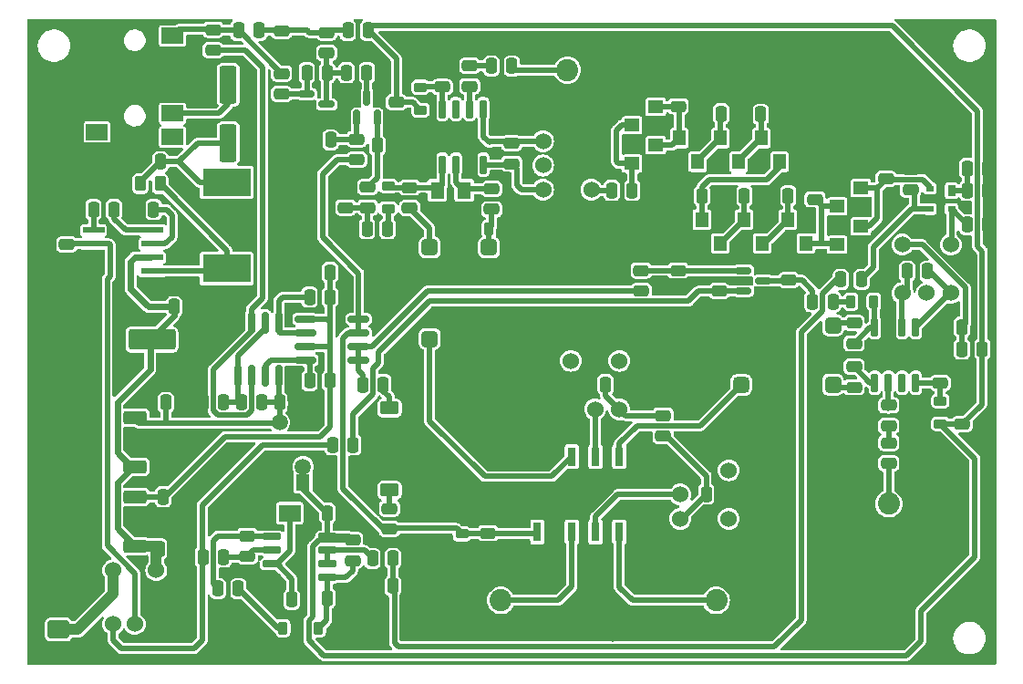
<source format=gbr>
G04 #@! TF.GenerationSoftware,KiCad,Pcbnew,7.0.1-0*
G04 #@! TF.CreationDate,2023-03-21T20:30:54-04:00*
G04 #@! TF.ProjectId,Mixers,4d697865-7273-42e6-9b69-6361645f7063,rev?*
G04 #@! TF.SameCoordinates,PX2625a00PY3938700*
G04 #@! TF.FileFunction,Copper,L1,Top*
G04 #@! TF.FilePolarity,Positive*
%FSLAX46Y46*%
G04 Gerber Fmt 4.6, Leading zero omitted, Abs format (unit mm)*
G04 Created by KiCad (PCBNEW 7.0.1-0) date 2023-03-21 20:30:54*
%MOMM*%
%LPD*%
G01*
G04 APERTURE LIST*
G04 Aperture macros list*
%AMRoundRect*
0 Rectangle with rounded corners*
0 $1 Rounding radius*
0 $2 $3 $4 $5 $6 $7 $8 $9 X,Y pos of 4 corners*
0 Add a 4 corners polygon primitive as box body*
4,1,4,$2,$3,$4,$5,$6,$7,$8,$9,$2,$3,0*
0 Add four circle primitives for the rounded corners*
1,1,$1+$1,$2,$3*
1,1,$1+$1,$4,$5*
1,1,$1+$1,$6,$7*
1,1,$1+$1,$8,$9*
0 Add four rect primitives between the rounded corners*
20,1,$1+$1,$2,$3,$4,$5,0*
20,1,$1+$1,$4,$5,$6,$7,0*
20,1,$1+$1,$6,$7,$8,$9,0*
20,1,$1+$1,$8,$9,$2,$3,0*%
G04 Aperture macros list end*
G04 #@! TA.AperFunction,SMDPad,CuDef*
%ADD10RoundRect,0.250000X0.250000X0.475000X-0.250000X0.475000X-0.250000X-0.475000X0.250000X-0.475000X0*%
G04 #@! TD*
G04 #@! TA.AperFunction,SMDPad,CuDef*
%ADD11RoundRect,0.250000X0.850000X0.350000X-0.850000X0.350000X-0.850000X-0.350000X0.850000X-0.350000X0*%
G04 #@! TD*
G04 #@! TA.AperFunction,SMDPad,CuDef*
%ADD12RoundRect,0.250000X1.275000X1.125000X-1.275000X1.125000X-1.275000X-1.125000X1.275000X-1.125000X0*%
G04 #@! TD*
G04 #@! TA.AperFunction,SMDPad,CuDef*
%ADD13RoundRect,0.249997X2.950003X2.650003X-2.950003X2.650003X-2.950003X-2.650003X2.950003X-2.650003X0*%
G04 #@! TD*
G04 #@! TA.AperFunction,SMDPad,CuDef*
%ADD14RoundRect,0.250000X-0.250000X-0.475000X0.250000X-0.475000X0.250000X0.475000X-0.250000X0.475000X0*%
G04 #@! TD*
G04 #@! TA.AperFunction,SMDPad,CuDef*
%ADD15R,1.200000X1.400000*%
G04 #@! TD*
G04 #@! TA.AperFunction,SMDPad,CuDef*
%ADD16RoundRect,0.250000X-0.475000X0.250000X-0.475000X-0.250000X0.475000X-0.250000X0.475000X0.250000X0*%
G04 #@! TD*
G04 #@! TA.AperFunction,SMDPad,CuDef*
%ADD17R,4.500000X2.600000*%
G04 #@! TD*
G04 #@! TA.AperFunction,SMDPad,CuDef*
%ADD18RoundRect,0.250000X0.475000X-0.250000X0.475000X0.250000X-0.475000X0.250000X-0.475000X-0.250000X0*%
G04 #@! TD*
G04 #@! TA.AperFunction,SMDPad,CuDef*
%ADD19RoundRect,0.150000X0.150000X-0.587500X0.150000X0.587500X-0.150000X0.587500X-0.150000X-0.587500X0*%
G04 #@! TD*
G04 #@! TA.AperFunction,SMDPad,CuDef*
%ADD20R,1.300000X1.600000*%
G04 #@! TD*
G04 #@! TA.AperFunction,SMDPad,CuDef*
%ADD21R,2.000000X1.600000*%
G04 #@! TD*
G04 #@! TA.AperFunction,SMDPad,CuDef*
%ADD22RoundRect,0.150000X-0.150000X0.825000X-0.150000X-0.825000X0.150000X-0.825000X0.150000X0.825000X0*%
G04 #@! TD*
G04 #@! TA.AperFunction,SMDPad,CuDef*
%ADD23RoundRect,0.250000X0.625000X-0.375000X0.625000X0.375000X-0.625000X0.375000X-0.625000X-0.375000X0*%
G04 #@! TD*
G04 #@! TA.AperFunction,SMDPad,CuDef*
%ADD24RoundRect,0.218750X0.381250X-0.218750X0.381250X0.218750X-0.381250X0.218750X-0.381250X-0.218750X0*%
G04 #@! TD*
G04 #@! TA.AperFunction,SMDPad,CuDef*
%ADD25RoundRect,0.225000X-0.225000X-0.375000X0.225000X-0.375000X0.225000X0.375000X-0.225000X0.375000X0*%
G04 #@! TD*
G04 #@! TA.AperFunction,SMDPad,CuDef*
%ADD26R,0.800000X1.800000*%
G04 #@! TD*
G04 #@! TA.AperFunction,SMDPad,CuDef*
%ADD27R,2.500000X2.500000*%
G04 #@! TD*
G04 #@! TA.AperFunction,SMDPad,CuDef*
%ADD28RoundRect,0.381000X0.381000X-0.381000X0.381000X0.381000X-0.381000X0.381000X-0.381000X-0.381000X0*%
G04 #@! TD*
G04 #@! TA.AperFunction,SMDPad,CuDef*
%ADD29RoundRect,0.375000X0.375000X-0.375000X0.375000X0.375000X-0.375000X0.375000X-0.375000X-0.375000X0*%
G04 #@! TD*
G04 #@! TA.AperFunction,SMDPad,CuDef*
%ADD30RoundRect,0.250000X0.550000X-1.500000X0.550000X1.500000X-0.550000X1.500000X-0.550000X-1.500000X0*%
G04 #@! TD*
G04 #@! TA.AperFunction,SMDPad,CuDef*
%ADD31R,1.400000X1.200000*%
G04 #@! TD*
G04 #@! TA.AperFunction,SMDPad,CuDef*
%ADD32RoundRect,0.218750X-0.218750X-0.381250X0.218750X-0.381250X0.218750X0.381250X-0.218750X0.381250X0*%
G04 #@! TD*
G04 #@! TA.AperFunction,SMDPad,CuDef*
%ADD33RoundRect,0.250000X0.262500X0.450000X-0.262500X0.450000X-0.262500X-0.450000X0.262500X-0.450000X0*%
G04 #@! TD*
G04 #@! TA.AperFunction,SMDPad,CuDef*
%ADD34R,2.000000X0.600000*%
G04 #@! TD*
G04 #@! TA.AperFunction,SMDPad,CuDef*
%ADD35RoundRect,0.381000X-0.381000X-0.381000X0.381000X-0.381000X0.381000X0.381000X-0.381000X0.381000X0*%
G04 #@! TD*
G04 #@! TA.AperFunction,SMDPad,CuDef*
%ADD36RoundRect,0.375000X-0.375000X-0.375000X0.375000X-0.375000X0.375000X0.375000X-0.375000X0.375000X0*%
G04 #@! TD*
G04 #@! TA.AperFunction,SMDPad,CuDef*
%ADD37RoundRect,0.150000X-0.150000X0.725000X-0.150000X-0.725000X0.150000X-0.725000X0.150000X0.725000X0*%
G04 #@! TD*
G04 #@! TA.AperFunction,SMDPad,CuDef*
%ADD38RoundRect,0.150000X-0.725000X-0.150000X0.725000X-0.150000X0.725000X0.150000X-0.725000X0.150000X0*%
G04 #@! TD*
G04 #@! TA.AperFunction,SMDPad,CuDef*
%ADD39RoundRect,0.150000X-0.825000X-0.150000X0.825000X-0.150000X0.825000X0.150000X-0.825000X0.150000X0*%
G04 #@! TD*
G04 #@! TA.AperFunction,SMDPad,CuDef*
%ADD40RoundRect,0.150000X-0.587500X-0.150000X0.587500X-0.150000X0.587500X0.150000X-0.587500X0.150000X0*%
G04 #@! TD*
G04 #@! TA.AperFunction,SMDPad,CuDef*
%ADD41RoundRect,0.150000X0.150000X-0.725000X0.150000X0.725000X-0.150000X0.725000X-0.150000X-0.725000X0*%
G04 #@! TD*
G04 #@! TA.AperFunction,SMDPad,CuDef*
%ADD42R,2.000000X1.500000*%
G04 #@! TD*
G04 #@! TA.AperFunction,SMDPad,CuDef*
%ADD43RoundRect,0.250000X-0.625000X0.375000X-0.625000X-0.375000X0.625000X-0.375000X0.625000X0.375000X0*%
G04 #@! TD*
G04 #@! TA.AperFunction,SMDPad,CuDef*
%ADD44R,0.700000X1.000000*%
G04 #@! TD*
G04 #@! TA.AperFunction,SMDPad,CuDef*
%ADD45R,0.700000X0.600000*%
G04 #@! TD*
G04 #@! TA.AperFunction,SMDPad,CuDef*
%ADD46RoundRect,0.250000X1.950000X0.700000X-1.950000X0.700000X-1.950000X-0.700000X1.950000X-0.700000X0*%
G04 #@! TD*
G04 #@! TA.AperFunction,SMDPad,CuDef*
%ADD47RoundRect,0.225000X0.375000X-0.225000X0.375000X0.225000X-0.375000X0.225000X-0.375000X-0.225000X0*%
G04 #@! TD*
G04 #@! TA.AperFunction,ComponentPad*
%ADD48C,1.524000*%
G04 #@! TD*
G04 #@! TA.AperFunction,ComponentPad*
%ADD49C,2.050000*%
G04 #@! TD*
G04 #@! TA.AperFunction,ComponentPad*
%ADD50C,2.250000*%
G04 #@! TD*
G04 #@! TA.AperFunction,ComponentPad*
%ADD51RoundRect,0.250000X0.750000X-0.600000X0.750000X0.600000X-0.750000X0.600000X-0.750000X-0.600000X0*%
G04 #@! TD*
G04 #@! TA.AperFunction,ComponentPad*
%ADD52O,2.000000X1.700000*%
G04 #@! TD*
G04 #@! TA.AperFunction,ViaPad*
%ADD53C,0.800000*%
G04 #@! TD*
G04 #@! TA.AperFunction,ViaPad*
%ADD54C,1.500000*%
G04 #@! TD*
G04 #@! TA.AperFunction,Conductor*
%ADD55C,0.500000*%
G04 #@! TD*
G04 #@! TA.AperFunction,Conductor*
%ADD56C,0.600000*%
G04 #@! TD*
G04 #@! TA.AperFunction,Conductor*
%ADD57C,1.000000*%
G04 #@! TD*
G04 APERTURE END LIST*
D10*
X15560000Y-26741000D03*
X13660000Y-26741000D03*
X31689000Y-1087000D03*
X29789000Y-1087000D03*
X28133000Y-23566000D03*
X26233000Y-23566000D03*
D11*
X10038000Y-41588000D03*
D12*
X5413000Y-40833000D03*
X5413000Y-37783000D03*
D13*
X3738000Y-39308000D03*
D12*
X2063000Y-40833000D03*
X2063000Y-37783000D03*
D11*
X10038000Y-37028000D03*
D14*
X32522000Y-11755000D03*
X34422000Y-11755000D03*
D15*
X70656000Y-18656000D03*
X70656000Y-20856000D03*
X72356000Y-20856000D03*
X72356000Y-18656000D03*
D16*
X27818000Y-1280000D03*
X27818000Y-3180000D03*
D10*
X28194000Y-11247000D03*
X26294000Y-11247000D03*
D17*
X18547000Y-23185000D03*
X18547000Y-15185000D03*
D14*
X31186000Y-33980000D03*
X33086000Y-33980000D03*
D18*
X76804000Y-30143000D03*
X76804000Y-28243000D03*
D16*
X64267000Y-25283000D03*
X64267000Y-27183000D03*
X23627000Y-1153000D03*
X23627000Y-3053000D03*
D19*
X30612000Y-9215000D03*
X32512000Y-9215000D03*
X31562000Y-7340000D03*
D11*
X10038000Y-48954000D03*
D12*
X5413000Y-48199000D03*
X5413000Y-45149000D03*
D13*
X3738000Y-46674000D03*
D12*
X2063000Y-48199000D03*
X2063000Y-45149000D03*
D11*
X10038000Y-44394000D03*
D10*
X74833000Y-26272000D03*
X72933000Y-26272000D03*
D18*
X45000000Y-13467000D03*
X45000000Y-11567000D03*
D14*
X54300000Y-15946000D03*
X56200000Y-15946000D03*
D20*
X25639000Y-43018000D03*
D21*
X24389000Y-45918000D03*
D20*
X23139000Y-43018000D03*
D10*
X21529000Y-1087000D03*
X19629000Y-1087000D03*
D22*
X23373000Y-28203000D03*
X22103000Y-28203000D03*
X20833000Y-28203000D03*
X19563000Y-28203000D03*
X19563000Y-33153000D03*
X20833000Y-33153000D03*
X22103000Y-33153000D03*
X23373000Y-33153000D03*
D10*
X18227000Y-35631000D03*
X16327000Y-35631000D03*
X28133000Y-25852000D03*
X26233000Y-25852000D03*
D14*
X87320000Y-19121000D03*
X89220000Y-19121000D03*
D18*
X23627000Y-6990000D03*
X23627000Y-5090000D03*
D16*
X3688000Y-20965000D03*
X3688000Y-22865000D03*
D14*
X62555000Y-8834000D03*
X64455000Y-8834000D03*
D23*
X33660000Y-38936000D03*
X33660000Y-36136000D03*
D10*
X88712000Y-30678000D03*
X86812000Y-30678000D03*
D16*
X17277000Y-1026000D03*
X17277000Y-2926000D03*
D24*
X36527000Y-8477500D03*
X36527000Y-6352500D03*
D10*
X31562000Y-5024000D03*
X29662000Y-5024000D03*
D14*
X51826000Y-33980000D03*
X53726000Y-33980000D03*
D16*
X73157000Y-14869000D03*
X73157000Y-16769000D03*
D14*
X31567000Y-19502000D03*
X33467000Y-19502000D03*
D25*
X23756000Y-56586000D03*
X27056000Y-56586000D03*
D10*
X64963000Y-44140000D03*
X63063000Y-44140000D03*
D26*
X47386000Y-47640000D03*
X50586000Y-47640000D03*
X52786000Y-47640000D03*
X54986000Y-47640000D03*
X54986000Y-40640000D03*
X52786000Y-40640000D03*
X50586000Y-40640000D03*
X47386000Y-40640000D03*
D27*
X45486000Y-45840000D03*
X56886000Y-42340000D03*
D15*
X66592000Y-18656000D03*
X66592000Y-20856000D03*
X68292000Y-20856000D03*
X68292000Y-18656000D03*
D14*
X17724000Y-52903000D03*
X19624000Y-52903000D03*
D15*
X64394000Y-11079000D03*
X64394000Y-13279000D03*
X66094000Y-13279000D03*
X66094000Y-11079000D03*
D18*
X86837000Y-37636000D03*
X86837000Y-35736000D03*
X35531000Y-17562000D03*
X35531000Y-15662000D03*
D16*
X31628000Y-15631000D03*
X31628000Y-17531000D03*
D18*
X43151000Y-17689000D03*
X43151000Y-15789000D03*
X29596000Y-19436000D03*
X29596000Y-17536000D03*
D14*
X6167000Y-17724000D03*
X8067000Y-17724000D03*
D10*
X29784000Y-45918000D03*
X27884000Y-45918000D03*
X45024000Y-4389000D03*
X43124000Y-4389000D03*
D28*
X37387000Y-29721000D03*
D29*
X42887000Y-29721000D03*
D28*
X42887000Y-21221000D03*
X37387000Y-21221000D03*
D16*
X60457000Y-6233000D03*
X60457000Y-8133000D03*
D30*
X18674000Y-11534000D03*
X18674000Y-6134000D03*
D18*
X30231000Y-50297000D03*
X30231000Y-48397000D03*
D14*
X22677000Y-53919000D03*
X24577000Y-53919000D03*
D31*
X75232000Y-17431000D03*
X77432000Y-17431000D03*
X77432000Y-15731000D03*
X75232000Y-15731000D03*
D10*
X30292000Y-39568000D03*
X28392000Y-39568000D03*
X21783000Y-35631000D03*
X19883000Y-35631000D03*
D16*
X82047000Y-13980000D03*
X82047000Y-15880000D03*
D18*
X20452000Y-49916000D03*
X20452000Y-48016000D03*
D14*
X12263000Y-49220000D03*
X14163000Y-49220000D03*
D18*
X41099000Y-6267000D03*
X41099000Y-4367000D03*
D10*
X27879000Y-5024000D03*
X25979000Y-5024000D03*
X89220000Y-15946000D03*
X87320000Y-15946000D03*
D18*
X60457000Y-23373000D03*
X60457000Y-21473000D03*
D10*
X12385000Y-13279000D03*
X10485000Y-13279000D03*
D14*
X23439000Y-35631000D03*
X25339000Y-35631000D03*
D32*
X76503500Y-26272000D03*
X78628500Y-26272000D03*
D14*
X12898000Y-35631000D03*
X14798000Y-35631000D03*
D33*
X12347500Y-15311000D03*
X10522500Y-15311000D03*
D10*
X35880000Y-52649000D03*
X33980000Y-52649000D03*
D14*
X66238000Y-8877000D03*
X68138000Y-8877000D03*
D34*
X6170000Y-19629000D03*
X6170000Y-20899000D03*
X6170000Y-22169000D03*
X6170000Y-23439000D03*
X11620000Y-23439000D03*
X11620000Y-22169000D03*
X11620000Y-20899000D03*
X11620000Y-19629000D03*
D16*
X59060000Y-36840000D03*
X59060000Y-38740000D03*
D14*
X87320000Y-13914000D03*
X89220000Y-13914000D03*
X16327000Y-49982000D03*
X18227000Y-49982000D03*
D31*
X56182000Y-9899000D03*
X58382000Y-9899000D03*
X58382000Y-8199000D03*
X56182000Y-8199000D03*
D15*
X62655000Y-18656000D03*
X62655000Y-20856000D03*
X64355000Y-20856000D03*
X64355000Y-18656000D03*
D14*
X64714000Y-16454000D03*
X66614000Y-16454000D03*
D35*
X66331000Y-28475000D03*
D36*
X66331000Y-33975000D03*
D35*
X74831000Y-33975000D03*
X74831000Y-28475000D03*
D16*
X34295000Y-7757000D03*
X34295000Y-9657000D03*
D18*
X79761000Y-14864000D03*
X79761000Y-12964000D03*
D31*
X56182000Y-13455000D03*
X58382000Y-13455000D03*
X58382000Y-11755000D03*
X56182000Y-11755000D03*
D20*
X40591000Y-15924000D03*
D21*
X39341000Y-18824000D03*
D20*
X38091000Y-15924000D03*
D37*
X82519000Y-28650000D03*
X81249000Y-28650000D03*
X79979000Y-28650000D03*
X78709000Y-28650000D03*
X78709000Y-33800000D03*
X79979000Y-33800000D03*
X81249000Y-33800000D03*
X82519000Y-33800000D03*
D14*
X60777000Y-16454000D03*
X62677000Y-16454000D03*
D15*
X68168000Y-11079000D03*
X68168000Y-13279000D03*
X69868000Y-13279000D03*
X69868000Y-11079000D03*
D24*
X33533000Y-17643500D03*
X33533000Y-15518500D03*
D38*
X22738000Y-48077000D03*
X22738000Y-49347000D03*
X22738000Y-50617000D03*
X22738000Y-51887000D03*
X27888000Y-51887000D03*
X27888000Y-50617000D03*
X27888000Y-49347000D03*
X27888000Y-48077000D03*
D39*
X25851000Y-27884000D03*
X25851000Y-29154000D03*
X25851000Y-30424000D03*
X25851000Y-31694000D03*
X30801000Y-31694000D03*
X30801000Y-30424000D03*
X30801000Y-29154000D03*
X30801000Y-27884000D03*
D40*
X66504500Y-23378000D03*
X66504500Y-25278000D03*
X68379500Y-24328000D03*
D31*
X75232000Y-20987000D03*
X77432000Y-20987000D03*
X77432000Y-19287000D03*
X75232000Y-19287000D03*
D41*
X38559000Y-13546000D03*
X39829000Y-13546000D03*
X41099000Y-13546000D03*
X42369000Y-13546000D03*
X42369000Y-8396000D03*
X41099000Y-8396000D03*
X39829000Y-8396000D03*
X38559000Y-8396000D03*
D18*
X70744000Y-26167000D03*
X70744000Y-24267000D03*
X80015000Y-41280000D03*
X80015000Y-39380000D03*
D15*
X60584000Y-11079000D03*
X60584000Y-13279000D03*
X62284000Y-13279000D03*
X62284000Y-11079000D03*
D42*
X6500000Y-1600000D03*
X6500000Y-5000000D03*
X13500000Y-11000000D03*
X13500000Y-1600000D03*
X13500000Y-8800000D03*
X6500000Y-10500000D03*
D18*
X30612000Y-13086000D03*
X30612000Y-11186000D03*
D14*
X12644000Y-44394000D03*
X14544000Y-44394000D03*
D24*
X84805000Y-37621500D03*
X84805000Y-35496500D03*
D16*
X42804000Y-45857000D03*
X42804000Y-47757000D03*
D18*
X57028000Y-25278000D03*
X57028000Y-23378000D03*
D16*
X80015000Y-35890000D03*
X80015000Y-37790000D03*
D43*
X33660000Y-40962000D03*
X33660000Y-43762000D03*
D14*
X81732000Y-23439000D03*
X83632000Y-23439000D03*
D18*
X33660000Y-47376000D03*
X33660000Y-45476000D03*
D14*
X9850000Y-17724000D03*
X11750000Y-17724000D03*
D44*
X85841000Y-15958000D03*
D45*
X85841000Y-17658000D03*
X83841000Y-17658000D03*
X83841000Y-15758000D03*
D14*
X75575000Y-24201000D03*
X77475000Y-24201000D03*
D46*
X11594000Y-29789000D03*
X2894000Y-29789000D03*
D40*
X25943000Y-6995000D03*
X25943000Y-8895000D03*
X27818000Y-7945000D03*
D10*
X29784000Y-53792000D03*
X27884000Y-53792000D03*
D32*
X42884500Y-19502000D03*
X45009500Y-19502000D03*
D18*
X38559000Y-6333000D03*
X38559000Y-4433000D03*
D14*
X84907000Y-28646000D03*
X86807000Y-28646000D03*
D18*
X84805000Y-33826000D03*
X84805000Y-31926000D03*
D14*
X68778000Y-16454000D03*
X70678000Y-16454000D03*
D10*
X28133000Y-33599000D03*
X26233000Y-33599000D03*
D14*
X32075000Y-50109000D03*
X33975000Y-50109000D03*
D47*
X40391000Y-47822000D03*
X40391000Y-44522000D03*
D16*
X76804000Y-32307000D03*
X76804000Y-34207000D03*
D48*
X54996000Y-36266000D03*
X52746000Y-36266000D03*
X50496000Y-36266000D03*
X50496000Y-31766000D03*
X54996000Y-31766000D03*
X49126000Y-34016000D03*
X56366000Y-34016000D03*
X47920000Y-15871000D03*
X47920000Y-13621000D03*
X47920000Y-11371000D03*
X52420000Y-11371000D03*
X52420000Y-15871000D03*
X50170000Y-10001000D03*
X50170000Y-17241000D03*
D49*
X50170000Y-4770000D03*
D50*
X52710000Y-7310000D03*
X52710000Y-2230000D03*
X47630000Y-7310000D03*
X47630000Y-2230000D03*
D48*
X85785000Y-25474000D03*
X83535000Y-25474000D03*
X81285000Y-25474000D03*
X81285000Y-20974000D03*
X85785000Y-20974000D03*
X79915000Y-23224000D03*
X87155000Y-23224000D03*
D51*
X2926000Y-56713000D03*
D52*
X2926000Y-54213000D03*
D49*
X44000000Y-54000000D03*
D50*
X46540000Y-56540000D03*
X46540000Y-51460000D03*
X41460000Y-56540000D03*
X41460000Y-51460000D03*
D49*
X80015000Y-45029000D03*
D50*
X82555000Y-47569000D03*
X82555000Y-42489000D03*
X77475000Y-47569000D03*
X77475000Y-42489000D03*
D48*
X12000000Y-56200000D03*
X10000000Y-56200000D03*
X8000000Y-56200000D03*
X8000000Y-51200000D03*
X12000000Y-51200000D03*
D49*
X64000000Y-54000000D03*
D50*
X66540000Y-56540000D03*
X66540000Y-51460000D03*
X61460000Y-56540000D03*
X61460000Y-51460000D03*
D48*
X60656000Y-46426000D03*
X60656000Y-44176000D03*
X60656000Y-41926000D03*
X65156000Y-41926000D03*
X65156000Y-46426000D03*
X62906000Y-40556000D03*
X62906000Y-47796000D03*
D53*
X35438000Y-56967000D03*
X73157000Y-22550000D03*
X3688000Y-24201000D03*
X57282000Y-18105000D03*
X2037000Y-35631000D03*
X89286000Y-12390000D03*
X79761000Y-2611000D03*
X67823000Y-44267000D03*
X52837000Y-50871000D03*
X70744000Y-28392000D03*
X79761000Y-11628000D03*
X46614000Y-19502000D03*
X26802000Y-36393000D03*
X74681000Y-31186000D03*
X43000000Y-44000000D03*
X86873000Y-34361000D03*
X80904000Y-57221000D03*
X69855000Y-8834000D03*
X40137000Y-21661000D03*
X21087000Y-51887000D03*
X16134000Y-34107000D03*
X14610000Y-46553000D03*
X5339000Y-35631000D03*
X33406000Y-23947000D03*
X59060000Y-33980000D03*
X41153000Y-12009000D03*
X14610000Y-56205000D03*
X56139000Y-6802000D03*
X31120000Y-47061000D03*
X38359000Y-2230000D03*
X44500000Y-40500000D03*
X80396000Y-17216000D03*
X5720000Y-58491000D03*
X24770000Y-23566000D03*
X5466000Y-50871000D03*
X33025000Y-4389000D03*
X61219000Y-28011000D03*
X5339000Y-43378000D03*
X19000000Y-40500000D03*
X73030000Y-13406000D03*
X69474000Y-36393000D03*
X35692000Y-11755000D03*
X12832000Y-39187000D03*
X17023000Y-26741000D03*
X35819000Y-33345000D03*
X2037000Y-43378000D03*
X19817000Y-45283000D03*
X24389000Y-3881000D03*
X40010000Y-32710000D03*
X16134000Y-39187000D03*
X6500000Y-1600000D03*
X46487000Y-27757000D03*
X14991000Y-21153000D03*
X37343000Y-51506000D03*
X19690000Y-18232000D03*
X46500000Y-24000000D03*
X42931000Y-29789000D03*
X54361000Y-57475000D03*
X84587000Y-58745000D03*
X62616000Y-22423000D03*
X84841000Y-12644000D03*
X80777000Y-31186000D03*
X29850000Y-57094000D03*
X74681000Y-36393000D03*
X25000000Y-11247000D03*
X1021000Y-50744000D03*
X66045000Y-2611000D03*
X52500000Y-43500000D03*
D54*
X23439000Y-37470000D03*
X25639000Y-41600000D03*
D55*
X41099000Y-12063000D02*
X41153000Y-12009000D01*
X41099000Y-13546000D02*
X41099000Y-12063000D01*
X31628000Y-17531000D02*
X31628000Y-19441000D01*
X31628000Y-19441000D02*
X31567000Y-19502000D01*
X29601000Y-17531000D02*
X29596000Y-17536000D01*
X31628000Y-17531000D02*
X29601000Y-17531000D01*
X43151000Y-17689000D02*
X43151000Y-19235500D01*
X43151000Y-19235500D02*
X42884500Y-19502000D01*
X42884500Y-19502000D02*
X42884500Y-21218500D01*
X42884500Y-21218500D02*
X42887000Y-21221000D01*
X37829000Y-15662000D02*
X38091000Y-15924000D01*
X38559000Y-15456000D02*
X38091000Y-15924000D01*
X33676500Y-15662000D02*
X33533000Y-15518500D01*
X38559000Y-13546000D02*
X38559000Y-15456000D01*
X35531000Y-15662000D02*
X33676500Y-15662000D01*
X35531000Y-15662000D02*
X37829000Y-15662000D01*
X37387000Y-21221000D02*
X37387000Y-19418000D01*
X37387000Y-19418000D02*
X35531000Y-17562000D01*
X39829000Y-13546000D02*
X39829000Y-15162000D01*
X39829000Y-15162000D02*
X40591000Y-15924000D01*
X43151000Y-15789000D02*
X40726000Y-15789000D01*
X40726000Y-15789000D02*
X40591000Y-15924000D01*
X33533000Y-17643500D02*
X33533000Y-19436000D01*
X33533000Y-19436000D02*
X33467000Y-19502000D01*
X45471000Y-13938000D02*
X45471000Y-15438000D01*
X42369000Y-13546000D02*
X44921000Y-13546000D01*
X45000000Y-13467000D02*
X45471000Y-13938000D01*
X44921000Y-13546000D02*
X45000000Y-13467000D01*
X45904000Y-15871000D02*
X47920000Y-15871000D01*
X45471000Y-15438000D02*
X45904000Y-15871000D01*
X42369000Y-8396000D02*
X42369000Y-10939000D01*
X42369000Y-10939000D02*
X42931000Y-11501000D01*
X42931000Y-11501000D02*
X43061000Y-11371000D01*
X43061000Y-11371000D02*
X47920000Y-11371000D01*
X27114472Y-48397000D02*
X26548000Y-48963472D01*
X88000000Y-40816500D02*
X84805000Y-37621500D01*
X32121000Y-655000D02*
X31689000Y-1087000D01*
X12832000Y-37536000D02*
X10344000Y-37536000D01*
X27564000Y-59126000D02*
X81666000Y-59126000D01*
X26548000Y-55539406D02*
X26156000Y-55931406D01*
X88712000Y-30678000D02*
X88712000Y-21595000D01*
X25639000Y-43018000D02*
X25639000Y-43673000D01*
X12898000Y-35631000D02*
X12898000Y-37470000D01*
X26156000Y-57718000D02*
X27564000Y-59126000D01*
X25639000Y-41600000D02*
X25639000Y-43018000D01*
X35806500Y-7757000D02*
X36527000Y-8477500D01*
X86822500Y-37621500D02*
X86837000Y-37636000D01*
X21783000Y-35631000D02*
X23688000Y-35631000D01*
X80345000Y-655000D02*
X32121000Y-655000D01*
X88651000Y-35822000D02*
X86837000Y-37636000D01*
X88712000Y-21595000D02*
X88270000Y-21153000D01*
X27888000Y-48077000D02*
X29911000Y-48077000D01*
X26548000Y-48963472D02*
X26548000Y-55539406D01*
X23373000Y-35316000D02*
X23754000Y-35697000D01*
X23373000Y-33153000D02*
X23373000Y-35316000D01*
X27888000Y-45922000D02*
X27884000Y-45918000D01*
X81666000Y-59126000D02*
X83000000Y-57792000D01*
X12898000Y-37470000D02*
X12832000Y-37536000D01*
X34295000Y-7757000D02*
X35806500Y-7757000D01*
X88270000Y-21153000D02*
X88270000Y-8580000D01*
X23439000Y-37470000D02*
X23373000Y-37536000D01*
X83000000Y-55000000D02*
X88000000Y-50000000D01*
X88270000Y-8580000D02*
X80345000Y-655000D01*
X26156000Y-55931406D02*
X26156000Y-57718000D01*
X88000000Y-50000000D02*
X88000000Y-40816500D01*
X29911000Y-48077000D02*
X30231000Y-48397000D01*
X84805000Y-37621500D02*
X86822500Y-37621500D01*
X88651000Y-30231000D02*
X88651000Y-35822000D01*
X23688000Y-35631000D02*
X23754000Y-35697000D01*
X27888000Y-48077000D02*
X27888000Y-45922000D01*
X10344000Y-37536000D02*
X9975000Y-37167000D01*
X23439000Y-35631000D02*
X23439000Y-37470000D01*
X34295000Y-3693000D02*
X34295000Y-7757000D01*
X23373000Y-37536000D02*
X12832000Y-37536000D01*
X25639000Y-43673000D02*
X27884000Y-45918000D01*
X83000000Y-57792000D02*
X83000000Y-55000000D01*
X30231000Y-48397000D02*
X27114472Y-48397000D01*
X31689000Y-1087000D02*
X34295000Y-3693000D01*
X38559000Y-6333000D02*
X36546500Y-6333000D01*
X36546500Y-6333000D02*
X36527000Y-6352500D01*
X38559000Y-6333000D02*
X38559000Y-8396000D01*
X41099000Y-8396000D02*
X41099000Y-6267000D01*
X72356000Y-20856000D02*
X73792000Y-20856000D01*
X73792000Y-20856000D02*
X75101000Y-20856000D01*
X73819000Y-17431000D02*
X75232000Y-17431000D01*
X73792000Y-20856000D02*
X73792000Y-17458000D01*
X75101000Y-20856000D02*
X75232000Y-20987000D01*
X73792000Y-17458000D02*
X73819000Y-17431000D01*
X73157000Y-16769000D02*
X73819000Y-17431000D01*
X43102000Y-4367000D02*
X43124000Y-4389000D01*
X41099000Y-4367000D02*
X43102000Y-4367000D01*
X58382000Y-11755000D02*
X59908000Y-11755000D01*
X58382000Y-8199000D02*
X60391000Y-8199000D01*
X59908000Y-11755000D02*
X60584000Y-11079000D01*
X60391000Y-8199000D02*
X60457000Y-8133000D01*
X60584000Y-8260000D02*
X60457000Y-8133000D01*
X60584000Y-11079000D02*
X60584000Y-8260000D01*
X64394000Y-11079000D02*
X64394000Y-8895000D01*
X62284000Y-13279000D02*
X62284000Y-13189000D01*
X64394000Y-8895000D02*
X64455000Y-8834000D01*
X62284000Y-13189000D02*
X64394000Y-11079000D01*
X68168000Y-11079000D02*
X68168000Y-8907000D01*
X68168000Y-8907000D02*
X68138000Y-8877000D01*
X66094000Y-13153000D02*
X68168000Y-11079000D01*
X66094000Y-13279000D02*
X66094000Y-13153000D01*
X68717000Y-14930000D02*
X63378000Y-14930000D01*
X62655000Y-16476000D02*
X62677000Y-16454000D01*
X62677000Y-15631000D02*
X62677000Y-16454000D01*
X69868000Y-13779000D02*
X68717000Y-14930000D01*
X69868000Y-13279000D02*
X69868000Y-13779000D01*
X62655000Y-18656000D02*
X62655000Y-16476000D01*
X63378000Y-14930000D02*
X62677000Y-15631000D01*
X64355000Y-20856000D02*
X64392000Y-20856000D01*
X64392000Y-20856000D02*
X66592000Y-18656000D01*
X66614000Y-16454000D02*
X66614000Y-18634000D01*
X66614000Y-18634000D02*
X66592000Y-18656000D01*
X70678000Y-16454000D02*
X70678000Y-18634000D01*
X70678000Y-18634000D02*
X70656000Y-18656000D01*
X68292000Y-20856000D02*
X68456000Y-20856000D01*
X68456000Y-20856000D02*
X70656000Y-18656000D01*
X78582000Y-21189000D02*
X82113000Y-17658000D01*
X82428000Y-17658000D02*
X82428000Y-16261000D01*
X82428000Y-16261000D02*
X82047000Y-15880000D01*
X78582000Y-23094000D02*
X78582000Y-21189000D01*
X83841000Y-17658000D02*
X82428000Y-17658000D01*
X77475000Y-24201000D02*
X78582000Y-23094000D01*
X82113000Y-17658000D02*
X82428000Y-17658000D01*
X85841000Y-15958000D02*
X87308000Y-15958000D01*
X87308000Y-15958000D02*
X87320000Y-15946000D01*
X87320000Y-13914000D02*
X87320000Y-15946000D01*
X81249000Y-25510000D02*
X81285000Y-25474000D01*
X81732000Y-23439000D02*
X81732000Y-25027000D01*
X81732000Y-25027000D02*
X81285000Y-25474000D01*
X81249000Y-28650000D02*
X81249000Y-25510000D01*
X83632000Y-23439000D02*
X83750000Y-23439000D01*
X85695000Y-25474000D02*
X82519000Y-28650000D01*
X83750000Y-23439000D02*
X85785000Y-25474000D01*
X85785000Y-25474000D02*
X85695000Y-25474000D01*
X81285000Y-20974000D02*
X83135051Y-20974000D01*
X83135051Y-20974000D02*
X87127000Y-24965949D01*
X86812000Y-30678000D02*
X86812000Y-28651000D01*
X87127000Y-28326000D02*
X86807000Y-28646000D01*
X87127000Y-24965949D02*
X87127000Y-28326000D01*
X86812000Y-28651000D02*
X86807000Y-28646000D01*
X76503500Y-26272000D02*
X74833000Y-26272000D01*
X84805000Y-35496500D02*
X84805000Y-33826000D01*
X84779000Y-33800000D02*
X84805000Y-33826000D01*
X82519000Y-33800000D02*
X84779000Y-33800000D01*
X79979000Y-36173000D02*
X79974000Y-36178000D01*
X79979000Y-33800000D02*
X79979000Y-36173000D01*
X80015000Y-39380000D02*
X80015000Y-37790000D01*
X21849000Y-39568000D02*
X16261000Y-45156000D01*
X15499000Y-58491000D02*
X8768000Y-58491000D01*
X28392000Y-39568000D02*
X21849000Y-39568000D01*
X16261000Y-45156000D02*
X16261000Y-57729000D01*
X8768000Y-58491000D02*
X8000000Y-57723000D01*
X8000000Y-57723000D02*
X8000000Y-56200000D01*
X16261000Y-57729000D02*
X15499000Y-58491000D01*
X78709000Y-33800000D02*
X78297000Y-33800000D01*
X78297000Y-33800000D02*
X76804000Y-32307000D01*
X78297000Y-28650000D02*
X76804000Y-30143000D01*
X78709000Y-28650000D02*
X78709000Y-26352500D01*
X78709000Y-28650000D02*
X78297000Y-28650000D01*
X78709000Y-26352500D02*
X78628500Y-26272000D01*
X75063000Y-28243000D02*
X74831000Y-28475000D01*
X76804000Y-28243000D02*
X75063000Y-28243000D01*
X75063000Y-34207000D02*
X74831000Y-33975000D01*
X76804000Y-34207000D02*
X75063000Y-34207000D01*
X21021000Y-49347000D02*
X20452000Y-49916000D01*
X22738000Y-49347000D02*
X21021000Y-49347000D01*
X20386000Y-49982000D02*
X20452000Y-49916000D01*
X18227000Y-49982000D02*
X20386000Y-49982000D01*
X23191528Y-50617000D02*
X22738000Y-50617000D01*
X24389000Y-45918000D02*
X24389000Y-49419528D01*
X24389000Y-49419528D02*
X23191528Y-50617000D01*
X23191528Y-50617000D02*
X24577000Y-52002472D01*
X24577000Y-52002472D02*
X24577000Y-53919000D01*
X27818000Y-55824000D02*
X27818000Y-53858000D01*
X27888000Y-51887000D02*
X27888000Y-53788000D01*
X27056000Y-56586000D02*
X27818000Y-55824000D01*
X27888000Y-53788000D02*
X27884000Y-53792000D01*
X29596000Y-51887000D02*
X27888000Y-51887000D01*
X30231000Y-50297000D02*
X30231000Y-51252000D01*
X27818000Y-53858000D02*
X27884000Y-53792000D01*
X30231000Y-51252000D02*
X29596000Y-51887000D01*
X23307000Y-56586000D02*
X23756000Y-56586000D01*
X19624000Y-52903000D02*
X23307000Y-56586000D01*
X59375973Y-38740000D02*
X59060000Y-38740000D01*
X63063000Y-42427027D02*
X59375973Y-38740000D01*
X60656000Y-46426000D02*
X60777000Y-46426000D01*
X63063000Y-44140000D02*
X63063000Y-42427027D01*
X60777000Y-46426000D02*
X63063000Y-44140000D01*
X53726000Y-34996000D02*
X54996000Y-36266000D01*
X53726000Y-33980000D02*
X53726000Y-34996000D01*
X55570000Y-36840000D02*
X54996000Y-36266000D01*
X59060000Y-36840000D02*
X55570000Y-36840000D01*
X25938000Y-6990000D02*
X25943000Y-6995000D01*
X25979000Y-6959000D02*
X25943000Y-6995000D01*
X25979000Y-5024000D02*
X25979000Y-6959000D01*
X23627000Y-6990000D02*
X25938000Y-6990000D01*
X13500000Y-1600000D02*
X14100000Y-1000000D01*
X23627000Y-5090000D02*
X23627000Y-5085000D01*
X17251000Y-1000000D02*
X17277000Y-1026000D01*
X23627000Y-5085000D02*
X19629000Y-1087000D01*
X14100000Y-1000000D02*
X17251000Y-1000000D01*
X17277000Y-1026000D02*
X19568000Y-1026000D01*
X19568000Y-1026000D02*
X19629000Y-1087000D01*
X27879000Y-1087000D02*
X27686000Y-1280000D01*
X26172000Y-1280000D02*
X25979000Y-1087000D01*
X27686000Y-1280000D02*
X26172000Y-1280000D01*
X29789000Y-1087000D02*
X27879000Y-1087000D01*
X25979000Y-1087000D02*
X21529000Y-1087000D01*
X31562000Y-5024000D02*
X31562000Y-7340000D01*
X29662000Y-5024000D02*
X27879000Y-5024000D01*
X27818000Y-2926000D02*
X27818000Y-7945000D01*
X10000000Y-51485973D02*
X7438000Y-48923973D01*
X7438000Y-24189000D02*
X7752000Y-23875000D01*
X7438000Y-48923973D02*
X7438000Y-24189000D01*
X7752000Y-21026000D02*
X7625000Y-20899000D01*
X7625000Y-20899000D02*
X6170000Y-20899000D01*
X3754000Y-20899000D02*
X3688000Y-20965000D01*
X10000000Y-56200000D02*
X10000000Y-51485973D01*
X7752000Y-23875000D02*
X7752000Y-21026000D01*
X6170000Y-20899000D02*
X3754000Y-20899000D01*
X50586000Y-52741000D02*
X49327000Y-54000000D01*
X50586000Y-47640000D02*
X50586000Y-52741000D01*
X49327000Y-54000000D02*
X44000000Y-54000000D01*
D56*
X11455000Y-22169000D02*
X10000000Y-22169000D01*
X13622000Y-26741000D02*
X13622000Y-27596000D01*
D57*
X10038000Y-48954000D02*
X11997000Y-48954000D01*
D56*
X8375000Y-47291000D02*
X10038000Y-48954000D01*
X8387000Y-40247000D02*
X9799750Y-41659750D01*
X13622000Y-27596000D02*
X11429000Y-29789000D01*
X9619000Y-22550000D02*
X9619000Y-25090000D01*
X9619000Y-25090000D02*
X11270000Y-26741000D01*
X11429000Y-29789000D02*
X11429000Y-32551000D01*
X11270000Y-26741000D02*
X13622000Y-26741000D01*
X8387000Y-35593000D02*
X8387000Y-40247000D01*
D57*
X12000000Y-51200000D02*
X12000000Y-49356000D01*
D56*
X8375000Y-43084500D02*
X8375000Y-47291000D01*
X10000000Y-22169000D02*
X9619000Y-22550000D01*
X9799750Y-41659750D02*
X8375000Y-43084500D01*
X11429000Y-32551000D02*
X8387000Y-35593000D01*
D55*
X30612000Y-9215000D02*
X30612000Y-11186000D01*
X28255000Y-11186000D02*
X28194000Y-11247000D01*
X30612000Y-11186000D02*
X28255000Y-11186000D01*
X6167000Y-17724000D02*
X6167000Y-19626000D01*
X6167000Y-19626000D02*
X6170000Y-19629000D01*
X11620000Y-19629000D02*
X9149000Y-19629000D01*
X9149000Y-19629000D02*
X8067000Y-18547000D01*
X8067000Y-18547000D02*
X8067000Y-17724000D01*
X45024000Y-4389000D02*
X45405000Y-4770000D01*
X45405000Y-4770000D02*
X50170000Y-4770000D01*
X52786000Y-47640000D02*
X52786000Y-46223000D01*
X54833000Y-44176000D02*
X60656000Y-44176000D01*
X52786000Y-46223000D02*
X54833000Y-44176000D01*
X56647000Y-37790000D02*
X62516000Y-37790000D01*
X62516000Y-37790000D02*
X66331000Y-33975000D01*
X54986000Y-40640000D02*
X54986000Y-39451000D01*
X54986000Y-39451000D02*
X56647000Y-37790000D01*
X12959000Y-17724000D02*
X11750000Y-17724000D01*
X11620000Y-20899000D02*
X12832000Y-20899000D01*
X13467000Y-18232000D02*
X12959000Y-17724000D01*
X12832000Y-20899000D02*
X13467000Y-20264000D01*
X13467000Y-20264000D02*
X13467000Y-18232000D01*
X52746000Y-36266000D02*
X52746000Y-40600000D01*
X52746000Y-40600000D02*
X52786000Y-40640000D01*
X48726000Y-42500000D02*
X42500000Y-42500000D01*
X37387000Y-37387000D02*
X37387000Y-29721000D01*
X42500000Y-42500000D02*
X37387000Y-37387000D01*
X50586000Y-40640000D02*
X48726000Y-42500000D01*
X54742000Y-13279000D02*
X54742000Y-10358000D01*
X54742000Y-10358000D02*
X55201000Y-9899000D01*
X56200000Y-15946000D02*
X56200000Y-13473000D01*
X55201000Y-9899000D02*
X56182000Y-9899000D01*
X54918000Y-13455000D02*
X54742000Y-13279000D01*
X56182000Y-13455000D02*
X54918000Y-13455000D01*
X56200000Y-13473000D02*
X56182000Y-13455000D01*
X18547000Y-15185000D02*
X16008000Y-15185000D01*
X15847000Y-11534000D02*
X18674000Y-11534000D01*
X14102000Y-13279000D02*
X15847000Y-11534000D01*
X12385000Y-13279000D02*
X14102000Y-13279000D01*
X10522500Y-15141500D02*
X12385000Y-13279000D01*
X16008000Y-15185000D02*
X14102000Y-13279000D01*
X10522500Y-15311000D02*
X10522500Y-15141500D01*
X17819000Y-8800000D02*
X18674000Y-7945000D01*
X13500000Y-8800000D02*
X17819000Y-8800000D01*
X18674000Y-7945000D02*
X18674000Y-6134000D01*
X56220000Y-54000000D02*
X64000000Y-54000000D01*
X54986000Y-52766000D02*
X56220000Y-54000000D01*
X54986000Y-47640000D02*
X54986000Y-52766000D01*
X32522000Y-14737000D02*
X31628000Y-15631000D01*
X32512000Y-9215000D02*
X32512000Y-11745000D01*
X32522000Y-11755000D02*
X32522000Y-14737000D01*
X32512000Y-11745000D02*
X32522000Y-11755000D01*
X27879000Y-27884000D02*
X28133000Y-28138000D01*
X28133000Y-28138000D02*
X28133000Y-25852000D01*
X28133000Y-23566000D02*
X28133000Y-25852000D01*
X25851000Y-30424000D02*
X28133000Y-30424000D01*
X12771000Y-44394000D02*
X18359000Y-38806000D01*
X27183000Y-38806000D02*
X28133000Y-37856000D01*
X10038000Y-44394000D02*
X12644000Y-44394000D01*
X18359000Y-38806000D02*
X27183000Y-38806000D01*
X12644000Y-44394000D02*
X12771000Y-44394000D01*
X28133000Y-37856000D02*
X28133000Y-30424000D01*
X28133000Y-30424000D02*
X28133000Y-28138000D01*
X25851000Y-27884000D02*
X27879000Y-27884000D01*
X80015000Y-41280000D02*
X80015000Y-45029000D01*
X37155000Y-25278000D02*
X57028000Y-25278000D01*
X30801000Y-32645000D02*
X30801000Y-31694000D01*
X32009000Y-30424000D02*
X37155000Y-25278000D01*
X31186000Y-33980000D02*
X31186000Y-33030000D01*
X30801000Y-31694000D02*
X30801000Y-30424000D01*
X30801000Y-30424000D02*
X32009000Y-30424000D01*
X31186000Y-33030000D02*
X30801000Y-32645000D01*
X27437000Y-14422000D02*
X28773000Y-13086000D01*
X47386000Y-47640000D02*
X47203000Y-47823000D01*
X40391000Y-47822000D02*
X39884000Y-47315000D01*
X29342000Y-43632000D02*
X29342000Y-29662000D01*
X33025000Y-47315000D02*
X29342000Y-43632000D01*
X28773000Y-13086000D02*
X30612000Y-13086000D01*
X39884000Y-47315000D02*
X33025000Y-47315000D01*
X29850000Y-29154000D02*
X30801000Y-29154000D01*
X30801000Y-23628000D02*
X27437000Y-20264000D01*
X30801000Y-29154000D02*
X30801000Y-23628000D01*
X40392000Y-47823000D02*
X40391000Y-47822000D01*
X27437000Y-20264000D02*
X27437000Y-14422000D01*
X29342000Y-29662000D02*
X29850000Y-29154000D01*
X47203000Y-47823000D02*
X40392000Y-47823000D01*
X79761000Y-14930000D02*
X78960000Y-15731000D01*
X78960000Y-18525000D02*
X78960000Y-15731000D01*
X83841000Y-15581000D02*
X83190000Y-14930000D01*
X77432000Y-19287000D02*
X78198000Y-19287000D01*
X78960000Y-15731000D02*
X77432000Y-15731000D01*
X78198000Y-19287000D02*
X78960000Y-18525000D01*
X83841000Y-15758000D02*
X83841000Y-15581000D01*
X83190000Y-14930000D02*
X79761000Y-14930000D01*
X71887000Y-55824000D02*
X69386000Y-58325000D01*
X34510000Y-58325000D02*
X34107000Y-57922000D01*
X34107000Y-57922000D02*
X34107000Y-52776000D01*
X71887000Y-29116000D02*
X71887000Y-55824000D01*
X75189051Y-24201000D02*
X73883000Y-25507051D01*
X34107000Y-52776000D02*
X33975000Y-52644000D01*
X33975000Y-52644000D02*
X33975000Y-50109000D01*
X75502950Y-24201000D02*
X75189051Y-24201000D01*
X73883000Y-25507051D02*
X73883000Y-27120000D01*
X73883000Y-27120000D02*
X71887000Y-29116000D01*
X69386000Y-58325000D02*
X34510000Y-58325000D01*
X22738000Y-48077000D02*
X20513000Y-48077000D01*
X20513000Y-48077000D02*
X20452000Y-48016000D01*
X17719000Y-48016000D02*
X17277000Y-48458000D01*
X17277000Y-48458000D02*
X17277000Y-52456000D01*
X17277000Y-52456000D02*
X17724000Y-52903000D01*
X20452000Y-48016000D02*
X17719000Y-48016000D01*
X27888000Y-49347000D02*
X31313000Y-49347000D01*
X31313000Y-49347000D02*
X32075000Y-50109000D01*
X27888000Y-50617000D02*
X27888000Y-49347000D01*
D57*
X2926000Y-56713000D02*
X4704000Y-56713000D01*
X4704000Y-56713000D02*
X8000000Y-53417000D01*
X8000000Y-53417000D02*
X8000000Y-51200000D01*
D55*
X85841000Y-17658000D02*
X85841000Y-20918000D01*
X85841000Y-20918000D02*
X85785000Y-20974000D01*
X85841000Y-17658000D02*
X87320000Y-19137000D01*
X18547000Y-21510500D02*
X18547000Y-23185000D01*
X18293000Y-23439000D02*
X18547000Y-23185000D01*
X12347500Y-15311000D02*
X18547000Y-21510500D01*
X11620000Y-23439000D02*
X18293000Y-23439000D01*
X25851000Y-29154000D02*
X23500000Y-29154000D01*
X26233000Y-25852000D02*
X23754000Y-25852000D01*
X23754000Y-25852000D02*
X23373000Y-26233000D01*
X23373000Y-29027000D02*
X23373000Y-28203000D01*
X23500000Y-29154000D02*
X23373000Y-29027000D01*
X23373000Y-26233000D02*
X23373000Y-28203000D01*
X22103000Y-32202000D02*
X22103000Y-33153000D01*
X22611000Y-31694000D02*
X22103000Y-32202000D01*
X25851000Y-31694000D02*
X22611000Y-31694000D01*
X26233000Y-33599000D02*
X26233000Y-32076000D01*
X26233000Y-32076000D02*
X25851000Y-31694000D01*
X19563000Y-35250000D02*
X19563000Y-33153000D01*
X22103000Y-28203000D02*
X22103000Y-28756528D01*
X19883000Y-35631000D02*
X19883000Y-35570000D01*
X22103000Y-28756528D02*
X19563000Y-31296528D01*
X19563000Y-31296528D02*
X19563000Y-33153000D01*
X18227000Y-35631000D02*
X19883000Y-35631000D01*
X19883000Y-35570000D02*
X19563000Y-35250000D01*
X17277000Y-36395949D02*
X17277000Y-32592578D01*
X20833000Y-26995000D02*
X20833000Y-28203000D01*
X20833000Y-33153000D02*
X20833000Y-36395949D01*
X17277000Y-2926000D02*
X20259000Y-2926000D01*
X20259000Y-2926000D02*
X21849000Y-4516000D01*
X20833000Y-36395949D02*
X20422949Y-36806000D01*
X20833000Y-29036578D02*
X20833000Y-28203000D01*
X21849000Y-4516000D02*
X21849000Y-25979000D01*
X17687051Y-36806000D02*
X17277000Y-36395949D01*
X17277000Y-32592578D02*
X20833000Y-29036578D01*
X20422949Y-36806000D02*
X17687051Y-36806000D01*
X21849000Y-25979000D02*
X20833000Y-26995000D01*
X72933000Y-25247000D02*
X71953000Y-24267000D01*
X71953000Y-24267000D02*
X70744000Y-24267000D01*
X68379500Y-24328000D02*
X70683000Y-24328000D01*
X72933000Y-26272000D02*
X72933000Y-25247000D01*
X70683000Y-24328000D02*
X70744000Y-24267000D01*
X66504500Y-23378000D02*
X60462000Y-23378000D01*
X60462000Y-23378000D02*
X60457000Y-23373000D01*
X57033000Y-23373000D02*
X57028000Y-23378000D01*
X60457000Y-23373000D02*
X57033000Y-23373000D01*
X32136000Y-32436528D02*
X32136000Y-34869000D01*
X30292000Y-36713000D02*
X30292000Y-39568000D01*
X32644000Y-31928528D02*
X32136000Y-32436528D01*
X32136000Y-34869000D02*
X30292000Y-36713000D01*
X62362000Y-25278000D02*
X61412000Y-26228000D01*
X66504500Y-25278000D02*
X62362000Y-25278000D01*
X32644000Y-30932000D02*
X32644000Y-31928528D01*
X37348000Y-26228000D02*
X32644000Y-30932000D01*
X61412000Y-26228000D02*
X37348000Y-26228000D01*
X52495000Y-15946000D02*
X54300000Y-15946000D01*
X52420000Y-15871000D02*
X52495000Y-15946000D01*
X33660000Y-45476000D02*
X33660000Y-43762000D01*
X33660000Y-35123000D02*
X33660000Y-36136000D01*
X33086000Y-33980000D02*
X33086000Y-34549000D01*
X33086000Y-34549000D02*
X33660000Y-35123000D01*
G04 #@! TA.AperFunction,Conductor*
G36*
X19047563Y-15668D02*
G01*
X19092451Y-57460D01*
X19111820Y-115654D01*
X19100930Y-176011D01*
X19062447Y-223766D01*
X19054624Y-229623D01*
X19021453Y-254454D01*
X18966452Y-327927D01*
X18935204Y-369669D01*
X18917009Y-418454D01*
X18907170Y-444833D01*
X18880731Y-487070D01*
X18839801Y-515488D01*
X18790988Y-525500D01*
X18251751Y-525500D01*
X18196247Y-512384D01*
X18152485Y-475811D01*
X18109548Y-418456D01*
X18109546Y-418455D01*
X18109546Y-418454D01*
X17994331Y-332204D01*
X17859483Y-281909D01*
X17799873Y-275500D01*
X17799869Y-275500D01*
X16754130Y-275500D01*
X16694515Y-281909D01*
X16559669Y-332204D01*
X16444453Y-418454D01*
X16420980Y-449811D01*
X16377217Y-486384D01*
X16321713Y-499500D01*
X14167144Y-499500D01*
X14140786Y-496666D01*
X14136073Y-495640D01*
X14086539Y-499184D01*
X14077692Y-499500D01*
X14064201Y-499500D01*
X14050837Y-501420D01*
X14042053Y-502365D01*
X13992513Y-505909D01*
X13987990Y-507596D01*
X13962323Y-514147D01*
X13957545Y-514834D01*
X13912365Y-535466D01*
X13904191Y-538851D01*
X13857668Y-556203D01*
X13853802Y-559098D01*
X13831017Y-572617D01*
X13828703Y-573674D01*
X13814137Y-580327D01*
X13795001Y-591682D01*
X13751668Y-599500D01*
X12475325Y-599500D01*
X12402261Y-614033D01*
X12319399Y-669399D01*
X12264033Y-752261D01*
X12249500Y-825325D01*
X12249500Y-2374675D01*
X12264033Y-2447738D01*
X12264033Y-2447739D01*
X12264034Y-2447740D01*
X12319399Y-2530601D01*
X12402260Y-2585966D01*
X12438793Y-2593233D01*
X12475325Y-2600500D01*
X12475326Y-2600500D01*
X14524674Y-2600500D01*
X14524675Y-2600500D01*
X14549029Y-2595655D01*
X14597740Y-2585966D01*
X14680601Y-2530601D01*
X14735966Y-2447740D01*
X14750500Y-2374674D01*
X14750500Y-1624500D01*
X14767113Y-1562500D01*
X14812500Y-1517113D01*
X14874500Y-1500500D01*
X16282787Y-1500500D01*
X16338292Y-1513616D01*
X16382054Y-1550190D01*
X16444452Y-1633544D01*
X16444453Y-1633544D01*
X16444454Y-1633546D01*
X16559669Y-1719796D01*
X16694517Y-1770091D01*
X16754127Y-1776500D01*
X17799872Y-1776499D01*
X17859483Y-1770091D01*
X17994331Y-1719796D01*
X18109546Y-1633546D01*
X18121345Y-1617785D01*
X18152485Y-1576189D01*
X18196247Y-1539616D01*
X18251751Y-1526500D01*
X18758154Y-1526500D01*
X18816282Y-1540969D01*
X18860845Y-1580998D01*
X18881443Y-1637245D01*
X18882780Y-1649679D01*
X18884909Y-1669484D01*
X18905166Y-1723796D01*
X18935204Y-1804331D01*
X19021454Y-1919546D01*
X19136669Y-2005796D01*
X19271517Y-2056091D01*
X19331127Y-2062500D01*
X19845323Y-2062499D01*
X19892776Y-2071938D01*
X19933004Y-2098818D01*
X20048005Y-2213819D01*
X20078255Y-2263182D01*
X20082797Y-2320898D01*
X20060642Y-2374385D01*
X20016619Y-2411985D01*
X19960324Y-2425500D01*
X18251751Y-2425500D01*
X18196247Y-2412384D01*
X18152485Y-2375811D01*
X18109548Y-2318456D01*
X18109546Y-2318455D01*
X18109546Y-2318454D01*
X17994331Y-2232204D01*
X17859483Y-2181909D01*
X17799873Y-2175500D01*
X17799869Y-2175500D01*
X16754130Y-2175500D01*
X16694515Y-2181909D01*
X16559669Y-2232204D01*
X16444454Y-2318454D01*
X16358204Y-2433668D01*
X16321544Y-2531958D01*
X16307909Y-2568517D01*
X16302851Y-2615568D01*
X16301500Y-2628130D01*
X16301500Y-3223869D01*
X16307909Y-3283484D01*
X16318119Y-3310857D01*
X16358204Y-3418331D01*
X16444454Y-3533546D01*
X16559669Y-3619796D01*
X16694517Y-3670091D01*
X16754127Y-3676500D01*
X17799872Y-3676499D01*
X17859483Y-3670091D01*
X17994331Y-3619796D01*
X18109546Y-3533546D01*
X18116142Y-3524733D01*
X18152485Y-3476189D01*
X18196247Y-3439616D01*
X18251751Y-3426500D01*
X20000324Y-3426500D01*
X20047777Y-3435939D01*
X20088005Y-3462819D01*
X21312181Y-4686995D01*
X21339061Y-4727223D01*
X21348500Y-4774676D01*
X21348500Y-25720324D01*
X21339061Y-25767777D01*
X21312181Y-25808005D01*
X20526569Y-26593615D01*
X20505936Y-26610244D01*
X20501872Y-26612855D01*
X20469351Y-26650386D01*
X20463330Y-26656854D01*
X20453777Y-26666408D01*
X20445677Y-26677227D01*
X20440132Y-26684107D01*
X20407624Y-26721624D01*
X20405618Y-26726017D01*
X20392098Y-26748802D01*
X20389203Y-26752668D01*
X20371851Y-26799191D01*
X20368466Y-26807365D01*
X20347834Y-26852545D01*
X20347147Y-26857323D01*
X20340596Y-26882990D01*
X20338909Y-26887513D01*
X20335365Y-26937053D01*
X20334420Y-26945837D01*
X20333483Y-26952367D01*
X20332500Y-26959204D01*
X20332500Y-26972692D01*
X20332184Y-26981539D01*
X20328640Y-27031073D01*
X20329666Y-27035786D01*
X20332500Y-27062144D01*
X20332500Y-27153948D01*
X20318985Y-27210243D01*
X20297353Y-27252697D01*
X20282500Y-27346479D01*
X20282500Y-28827901D01*
X20273061Y-28875354D01*
X20246181Y-28915582D01*
X16970569Y-32191193D01*
X16949936Y-32207822D01*
X16945872Y-32210433D01*
X16913351Y-32247964D01*
X16907330Y-32254432D01*
X16897777Y-32263986D01*
X16889677Y-32274805D01*
X16884132Y-32281685D01*
X16851624Y-32319202D01*
X16849618Y-32323595D01*
X16836098Y-32346380D01*
X16833203Y-32350246D01*
X16815851Y-32396769D01*
X16812466Y-32404943D01*
X16791834Y-32450123D01*
X16791147Y-32454901D01*
X16784596Y-32480568D01*
X16782909Y-32485091D01*
X16779365Y-32534631D01*
X16778420Y-32543424D01*
X16776500Y-32556782D01*
X16776500Y-32570270D01*
X16776184Y-32579117D01*
X16772640Y-32628651D01*
X16773666Y-32633364D01*
X16776500Y-32659722D01*
X16776500Y-36328805D01*
X16773666Y-36355163D01*
X16772640Y-36359875D01*
X16776184Y-36409410D01*
X16776500Y-36418257D01*
X16776500Y-36431752D01*
X16778419Y-36445102D01*
X16779365Y-36453896D01*
X16782909Y-36503432D01*
X16784594Y-36507950D01*
X16791147Y-36533625D01*
X16791712Y-36537552D01*
X16791835Y-36538407D01*
X16812457Y-36583561D01*
X16815845Y-36591739D01*
X16831641Y-36634091D01*
X16833204Y-36638280D01*
X16836095Y-36642143D01*
X16849620Y-36664936D01*
X16851622Y-36669321D01*
X16851623Y-36669322D01*
X16884147Y-36706856D01*
X16889689Y-36713735D01*
X16897779Y-36724542D01*
X16907321Y-36734084D01*
X16913354Y-36740564D01*
X16945870Y-36778091D01*
X16949927Y-36780698D01*
X16970571Y-36797334D01*
X16997056Y-36823819D01*
X17027306Y-36873182D01*
X17031848Y-36930898D01*
X17009693Y-36984385D01*
X16965670Y-37021985D01*
X16909375Y-37035500D01*
X13522500Y-37035500D01*
X13460500Y-37018887D01*
X13415113Y-36973500D01*
X13398500Y-36911500D01*
X13398500Y-36605751D01*
X13411616Y-36550247D01*
X13448189Y-36506485D01*
X13504290Y-36464486D01*
X13505546Y-36463546D01*
X13591796Y-36348331D01*
X13642091Y-36213483D01*
X13648500Y-36153873D01*
X13648499Y-35108128D01*
X13642091Y-35048517D01*
X13591796Y-34913669D01*
X13505546Y-34798454D01*
X13390331Y-34712204D01*
X13255483Y-34661909D01*
X13195873Y-34655500D01*
X13195869Y-34655500D01*
X12600130Y-34655500D01*
X12540515Y-34661909D01*
X12405669Y-34712204D01*
X12290454Y-34798454D01*
X12204204Y-34913668D01*
X12153909Y-35048516D01*
X12153325Y-35053947D01*
X12148000Y-35103483D01*
X12147500Y-35108130D01*
X12147500Y-36153869D01*
X12153909Y-36213484D01*
X12176202Y-36273254D01*
X12204204Y-36348331D01*
X12290454Y-36463546D01*
X12290455Y-36463546D01*
X12290456Y-36463548D01*
X12347811Y-36506485D01*
X12384384Y-36550247D01*
X12397500Y-36605751D01*
X12397500Y-36911500D01*
X12380887Y-36973500D01*
X12335500Y-37018887D01*
X12273500Y-37035500D01*
X11512500Y-37035500D01*
X11450500Y-37018887D01*
X11405113Y-36973500D01*
X11388500Y-36911500D01*
X11388499Y-36630130D01*
X11385959Y-36606499D01*
X11382091Y-36570517D01*
X11331796Y-36435669D01*
X11245546Y-36320454D01*
X11130331Y-36234204D01*
X10995483Y-36183909D01*
X10935873Y-36177500D01*
X10935869Y-36177500D01*
X9140131Y-36177500D01*
X9102358Y-36181561D01*
X9080517Y-36183909D01*
X9080515Y-36183909D01*
X9074754Y-36184529D01*
X9007318Y-36172775D01*
X8956394Y-36127032D01*
X8937500Y-36061239D01*
X8937500Y-35872387D01*
X8946939Y-35824934D01*
X8973819Y-35784706D01*
X9678556Y-35079969D01*
X11810145Y-32948378D01*
X11813129Y-32945494D01*
X11860044Y-32901680D01*
X11881398Y-32866562D01*
X11888532Y-32856082D01*
X11913361Y-32823342D01*
X11919945Y-32806643D01*
X11929344Y-32787719D01*
X11938672Y-32772382D01*
X11949760Y-32732805D01*
X11953800Y-32720792D01*
X11968876Y-32682564D01*
X11970711Y-32664711D01*
X11974658Y-32643944D01*
X11979500Y-32626665D01*
X11979500Y-32585582D01*
X11980150Y-32572901D01*
X11980368Y-32570776D01*
X11984352Y-32532028D01*
X11981303Y-32514344D01*
X11979500Y-32493275D01*
X11979500Y-31113499D01*
X11996113Y-31051499D01*
X12041500Y-31006112D01*
X12103500Y-30989499D01*
X13591870Y-30989499D01*
X13591872Y-30989499D01*
X13651483Y-30983091D01*
X13786331Y-30932796D01*
X13901546Y-30846546D01*
X13987796Y-30731331D01*
X14038091Y-30596483D01*
X14044500Y-30536873D01*
X14044499Y-29041128D01*
X14038091Y-28981517D01*
X13987796Y-28846669D01*
X13901546Y-28731454D01*
X13786331Y-28645204D01*
X13724337Y-28622082D01*
X13650275Y-28594458D01*
X13599896Y-28559479D01*
X13572443Y-28504634D01*
X13574632Y-28443341D01*
X13605927Y-28390596D01*
X14003130Y-27993392D01*
X14006115Y-27990507D01*
X14053044Y-27946680D01*
X14074397Y-27911563D01*
X14081531Y-27901082D01*
X14106361Y-27868342D01*
X14112943Y-27851648D01*
X14122347Y-27832714D01*
X14131672Y-27817382D01*
X14142758Y-27777813D01*
X14146796Y-27765801D01*
X14161876Y-27727565D01*
X14163711Y-27709710D01*
X14167656Y-27688950D01*
X14170697Y-27678097D01*
X14187803Y-27641473D01*
X14215781Y-27612296D01*
X14267546Y-27573546D01*
X14353796Y-27458331D01*
X14404091Y-27323483D01*
X14410500Y-27263873D01*
X14410499Y-26218128D01*
X14404091Y-26158517D01*
X14353796Y-26023669D01*
X14267546Y-25908454D01*
X14152331Y-25822204D01*
X14017483Y-25771909D01*
X13957873Y-25765500D01*
X13957869Y-25765500D01*
X13362130Y-25765500D01*
X13302515Y-25771909D01*
X13190614Y-25813646D01*
X13167669Y-25822204D01*
X13052454Y-25908454D01*
X12966204Y-26023669D01*
X12936434Y-26103488D01*
X12934067Y-26109833D01*
X12907628Y-26152070D01*
X12866698Y-26180488D01*
X12817885Y-26190500D01*
X11549387Y-26190500D01*
X11501934Y-26181061D01*
X11461706Y-26154181D01*
X10205819Y-24898294D01*
X10178939Y-24858066D01*
X10169500Y-24810613D01*
X10169500Y-23924440D01*
X10185311Y-23863851D01*
X10228711Y-23818712D01*
X10288633Y-23800536D01*
X10349796Y-23813956D01*
X10396601Y-23855548D01*
X10439399Y-23919601D01*
X10522260Y-23974966D01*
X10550297Y-23980543D01*
X10595325Y-23989500D01*
X10595326Y-23989500D01*
X12644674Y-23989500D01*
X12644675Y-23989500D01*
X12657282Y-23986992D01*
X12717740Y-23974966D01*
X12737342Y-23961869D01*
X12739545Y-23960397D01*
X12772440Y-23944839D01*
X12808434Y-23939500D01*
X15922500Y-23939500D01*
X15984500Y-23956113D01*
X16029887Y-24001500D01*
X16046500Y-24063500D01*
X16046500Y-24509675D01*
X16061033Y-24582738D01*
X16061033Y-24582739D01*
X16061034Y-24582740D01*
X16116399Y-24665601D01*
X16199260Y-24720966D01*
X16232108Y-24727500D01*
X16272325Y-24735500D01*
X16272326Y-24735500D01*
X20821674Y-24735500D01*
X20821675Y-24735500D01*
X20860328Y-24727811D01*
X20894740Y-24720966D01*
X20977601Y-24665601D01*
X21032966Y-24582740D01*
X21047500Y-24509674D01*
X21047500Y-21860326D01*
X21032966Y-21787260D01*
X20977601Y-21704399D01*
X20894740Y-21649034D01*
X20894739Y-21649033D01*
X20894738Y-21649033D01*
X20821675Y-21634500D01*
X20821674Y-21634500D01*
X19173096Y-21634500D01*
X19113670Y-21619333D01*
X19068782Y-21577541D01*
X19049412Y-21519349D01*
X19048425Y-21505557D01*
X19047815Y-21497036D01*
X19047500Y-21488192D01*
X19047500Y-21474703D01*
X19047471Y-21474500D01*
X19045578Y-21461337D01*
X19044633Y-21452546D01*
X19044285Y-21447676D01*
X19041091Y-21403017D01*
X19039405Y-21398498D01*
X19032851Y-21372816D01*
X19032165Y-21368043D01*
X19011536Y-21322872D01*
X19008148Y-21314692D01*
X18990797Y-21268171D01*
X18987906Y-21264309D01*
X18974377Y-21241507D01*
X18972377Y-21237127D01*
X18939860Y-21199600D01*
X18934306Y-21192707D01*
X18926221Y-21181906D01*
X18916679Y-21172365D01*
X18910659Y-21165901D01*
X18878128Y-21128357D01*
X18878127Y-21128356D01*
X18878125Y-21128354D01*
X18874067Y-21125746D01*
X18853427Y-21109113D01*
X13146818Y-15402504D01*
X13119938Y-15362276D01*
X13110499Y-15314823D01*
X13110499Y-14813130D01*
X13110499Y-14813127D01*
X13104091Y-14753517D01*
X13053796Y-14618669D01*
X12967546Y-14503454D01*
X12966429Y-14502618D01*
X12916555Y-14465282D01*
X12852331Y-14417204D01*
X12852329Y-14417203D01*
X12846812Y-14413073D01*
X12806562Y-14361258D01*
X12798385Y-14296157D01*
X12824573Y-14235998D01*
X12871512Y-14202150D01*
X12877325Y-14197798D01*
X12877331Y-14197796D01*
X12992546Y-14111546D01*
X13078796Y-13996331D01*
X13129091Y-13861483D01*
X13129090Y-13861483D01*
X13129582Y-13860167D01*
X13156021Y-13817930D01*
X13196951Y-13789512D01*
X13245764Y-13779500D01*
X13843324Y-13779500D01*
X13890777Y-13788939D01*
X13931005Y-13815819D01*
X15606613Y-15491427D01*
X15623246Y-15512067D01*
X15625854Y-15516125D01*
X15625856Y-15516127D01*
X15625857Y-15516128D01*
X15663401Y-15548659D01*
X15669865Y-15554679D01*
X15679406Y-15564221D01*
X15690207Y-15572306D01*
X15697100Y-15577860D01*
X15702026Y-15582128D01*
X15734627Y-15610377D01*
X15739009Y-15612378D01*
X15761806Y-15625904D01*
X15765669Y-15628796D01*
X15765670Y-15628796D01*
X15765671Y-15628797D01*
X15812192Y-15646148D01*
X15820372Y-15649536D01*
X15825356Y-15651812D01*
X15865543Y-15670165D01*
X15870316Y-15670851D01*
X15895998Y-15677405D01*
X15900517Y-15679091D01*
X15929031Y-15681130D01*
X15931347Y-15681296D01*
X15989540Y-15700665D01*
X16031332Y-15745553D01*
X16046500Y-15804980D01*
X16046500Y-16509675D01*
X16061033Y-16582738D01*
X16061033Y-16582739D01*
X16061034Y-16582740D01*
X16116399Y-16665601D01*
X16199260Y-16720966D01*
X16235792Y-16728232D01*
X16272325Y-16735500D01*
X16272326Y-16735500D01*
X20821674Y-16735500D01*
X20821675Y-16735500D01*
X20846029Y-16730655D01*
X20894740Y-16720966D01*
X20977601Y-16665601D01*
X21032966Y-16582740D01*
X21047500Y-16509674D01*
X21047500Y-13860326D01*
X21047468Y-13860167D01*
X21032966Y-13787261D01*
X21032966Y-13787260D01*
X20977601Y-13704399D01*
X20894740Y-13649034D01*
X20894739Y-13649033D01*
X20894738Y-13649033D01*
X20821675Y-13634500D01*
X20821674Y-13634500D01*
X19629558Y-13634500D01*
X19570131Y-13619332D01*
X19525243Y-13577539D01*
X19505874Y-13519346D01*
X19516764Y-13458988D01*
X19555248Y-13411233D01*
X19565594Y-13403488D01*
X19581546Y-13391546D01*
X19667796Y-13276331D01*
X19718091Y-13141483D01*
X19724500Y-13081873D01*
X19724499Y-9986128D01*
X19718091Y-9926517D01*
X19667796Y-9791669D01*
X19581546Y-9676454D01*
X19466331Y-9590204D01*
X19331483Y-9539909D01*
X19271873Y-9533500D01*
X19271869Y-9533500D01*
X18076130Y-9533500D01*
X18016515Y-9539909D01*
X17881669Y-9590204D01*
X17766454Y-9676454D01*
X17680204Y-9791668D01*
X17629909Y-9926515D01*
X17629909Y-9926517D01*
X17623614Y-9985074D01*
X17623500Y-9986131D01*
X17623500Y-10909500D01*
X17606887Y-10971500D01*
X17561500Y-11016887D01*
X17499500Y-11033500D01*
X15914144Y-11033500D01*
X15887786Y-11030666D01*
X15883073Y-11029640D01*
X15833539Y-11033184D01*
X15824692Y-11033500D01*
X15811201Y-11033500D01*
X15797837Y-11035420D01*
X15789053Y-11036365D01*
X15739513Y-11039909D01*
X15734990Y-11041596D01*
X15709323Y-11048147D01*
X15704545Y-11048834D01*
X15659365Y-11069466D01*
X15651191Y-11072851D01*
X15604668Y-11090203D01*
X15600802Y-11093098D01*
X15578017Y-11106618D01*
X15573624Y-11108624D01*
X15536107Y-11141132D01*
X15529227Y-11146677D01*
X15518408Y-11154777D01*
X15508854Y-11164330D01*
X15502386Y-11170351D01*
X15464855Y-11202872D01*
X15462244Y-11206936D01*
X15445615Y-11227569D01*
X14962181Y-11711004D01*
X14912818Y-11741254D01*
X14855102Y-11745796D01*
X14801615Y-11723641D01*
X14764015Y-11679618D01*
X14750500Y-11623323D01*
X14750500Y-10225325D01*
X14735966Y-10152261D01*
X14735966Y-10152260D01*
X14680601Y-10069399D01*
X14597740Y-10014034D01*
X14597738Y-10014033D01*
X14581379Y-10003103D01*
X14540911Y-9958454D01*
X14526269Y-9900000D01*
X14540911Y-9841546D01*
X14581379Y-9796897D01*
X14597737Y-9785966D01*
X14597740Y-9785966D01*
X14680601Y-9730601D01*
X14735966Y-9647740D01*
X14747411Y-9590204D01*
X14750500Y-9574675D01*
X14750500Y-9424500D01*
X14767113Y-9362500D01*
X14812500Y-9317113D01*
X14874500Y-9300500D01*
X17751856Y-9300500D01*
X17778214Y-9303334D01*
X17782926Y-9304359D01*
X17782926Y-9304358D01*
X17782927Y-9304359D01*
X17832461Y-9300815D01*
X17841308Y-9300500D01*
X17854797Y-9300500D01*
X17854799Y-9300500D01*
X17868159Y-9298578D01*
X17876951Y-9297633D01*
X17926483Y-9294091D01*
X17931001Y-9292405D01*
X17956681Y-9285851D01*
X17961457Y-9285165D01*
X18006637Y-9264530D01*
X18014791Y-9261153D01*
X18061331Y-9243796D01*
X18065189Y-9240907D01*
X18087997Y-9227375D01*
X18092373Y-9225377D01*
X18129906Y-9192853D01*
X18136782Y-9187313D01*
X18147593Y-9179221D01*
X18157155Y-9169658D01*
X18163603Y-9163654D01*
X18201143Y-9131128D01*
X18203751Y-9127069D01*
X18220382Y-9106430D01*
X18980430Y-8346382D01*
X19001069Y-8329751D01*
X19005128Y-8327143D01*
X19037654Y-8289603D01*
X19043658Y-8283155D01*
X19053221Y-8273593D01*
X19061313Y-8262782D01*
X19066853Y-8255906D01*
X19099377Y-8218373D01*
X19101375Y-8213997D01*
X19114912Y-8191183D01*
X19120157Y-8184178D01*
X19163917Y-8147612D01*
X19219416Y-8134499D01*
X19271870Y-8134499D01*
X19271872Y-8134499D01*
X19331483Y-8128091D01*
X19466331Y-8077796D01*
X19581546Y-7991546D01*
X19667796Y-7876331D01*
X19718091Y-7741483D01*
X19724500Y-7681873D01*
X19724499Y-4586128D01*
X19718091Y-4526517D01*
X19667796Y-4391669D01*
X19581546Y-4276454D01*
X19466331Y-4190204D01*
X19331483Y-4139909D01*
X19271873Y-4133500D01*
X19271869Y-4133500D01*
X18076130Y-4133500D01*
X18016515Y-4139909D01*
X17881669Y-4190204D01*
X17766454Y-4276454D01*
X17680204Y-4391668D01*
X17629909Y-4526516D01*
X17623500Y-4586130D01*
X17623500Y-7681869D01*
X17629909Y-7741484D01*
X17680204Y-7876332D01*
X17767643Y-7993136D01*
X17790659Y-8046883D01*
X17786488Y-8105202D01*
X17756058Y-8155126D01*
X17648006Y-8263180D01*
X17607777Y-8290061D01*
X17560324Y-8299500D01*
X14874500Y-8299500D01*
X14812500Y-8282887D01*
X14767113Y-8237500D01*
X14750500Y-8175500D01*
X14750500Y-8025325D01*
X14735966Y-7952261D01*
X14735966Y-7952260D01*
X14680601Y-7869399D01*
X14597740Y-7814034D01*
X14597739Y-7814033D01*
X14597738Y-7814033D01*
X14524675Y-7799500D01*
X14524674Y-7799500D01*
X12475326Y-7799500D01*
X12475325Y-7799500D01*
X12402261Y-7814033D01*
X12319399Y-7869399D01*
X12264033Y-7952261D01*
X12249500Y-8025325D01*
X12249500Y-9574675D01*
X12264033Y-9647738D01*
X12264033Y-9647739D01*
X12264034Y-9647740D01*
X12319399Y-9730601D01*
X12402260Y-9785966D01*
X12418620Y-9796897D01*
X12459088Y-9841546D01*
X12473730Y-9900000D01*
X12459088Y-9958454D01*
X12418620Y-10003103D01*
X12319399Y-10069399D01*
X12264033Y-10152261D01*
X12249500Y-10225325D01*
X12249500Y-11774675D01*
X12264033Y-11847738D01*
X12264033Y-11847739D01*
X12264034Y-11847740D01*
X12319399Y-11930601D01*
X12402260Y-11985966D01*
X12438793Y-11993233D01*
X12475325Y-12000500D01*
X14373324Y-12000500D01*
X14429619Y-12014015D01*
X14473642Y-12051615D01*
X14495797Y-12105102D01*
X14491255Y-12162818D01*
X14461005Y-12212181D01*
X13931005Y-12742181D01*
X13890777Y-12769061D01*
X13843324Y-12778500D01*
X13245764Y-12778500D01*
X13196951Y-12768488D01*
X13156021Y-12740070D01*
X13129582Y-12697833D01*
X13122417Y-12678623D01*
X13078796Y-12561669D01*
X12992546Y-12446454D01*
X12877331Y-12360204D01*
X12742483Y-12309909D01*
X12682873Y-12303500D01*
X12682869Y-12303500D01*
X12087130Y-12303500D01*
X12027515Y-12309909D01*
X11892669Y-12360204D01*
X11777454Y-12446454D01*
X11691204Y-12561668D01*
X11640909Y-12696516D01*
X11639806Y-12706780D01*
X11636000Y-12742181D01*
X11634500Y-12756131D01*
X11634500Y-13270323D01*
X11625061Y-13317776D01*
X11598181Y-13358004D01*
X10632003Y-14324181D01*
X10591775Y-14351061D01*
X10544322Y-14360500D01*
X10212130Y-14360500D01*
X10152515Y-14366909D01*
X10017669Y-14417204D01*
X9902454Y-14503454D01*
X9816204Y-14618668D01*
X9765909Y-14753516D01*
X9764855Y-14763319D01*
X9759581Y-14812381D01*
X9759500Y-14813130D01*
X9759500Y-15808869D01*
X9765909Y-15868484D01*
X9778408Y-15901995D01*
X9816204Y-16003331D01*
X9902454Y-16118546D01*
X10017669Y-16204796D01*
X10152517Y-16255091D01*
X10212127Y-16261500D01*
X10832872Y-16261499D01*
X10892483Y-16255091D01*
X11027331Y-16204796D01*
X11142546Y-16118546D01*
X11228796Y-16003331D01*
X11279091Y-15868483D01*
X11285500Y-15808873D01*
X11285499Y-15137674D01*
X11294938Y-15090222D01*
X11321815Y-15049997D01*
X11372821Y-14998991D01*
X11422182Y-14968743D01*
X11479898Y-14964201D01*
X11533385Y-14986356D01*
X11570985Y-15030379D01*
X11584500Y-15086674D01*
X11584500Y-15808869D01*
X11590909Y-15868484D01*
X11603408Y-15901995D01*
X11641204Y-16003331D01*
X11727454Y-16118546D01*
X11842669Y-16204796D01*
X11977517Y-16255091D01*
X12037127Y-16261500D01*
X12538823Y-16261499D01*
X12586276Y-16270938D01*
X12626504Y-16297818D01*
X17751505Y-21422819D01*
X17781755Y-21472182D01*
X17786297Y-21529898D01*
X17764142Y-21583385D01*
X17720119Y-21620985D01*
X17663824Y-21634500D01*
X16272325Y-21634500D01*
X16199261Y-21649033D01*
X16116399Y-21704399D01*
X16061033Y-21787261D01*
X16046500Y-21860325D01*
X16046500Y-22814500D01*
X16029887Y-22876500D01*
X15984500Y-22921887D01*
X15922500Y-22938500D01*
X12808434Y-22938500D01*
X12772439Y-22933161D01*
X12739546Y-22917603D01*
X12723827Y-22907101D01*
X12683360Y-22862452D01*
X12668718Y-22803998D01*
X12683361Y-22745544D01*
X12723823Y-22700901D01*
X12800601Y-22649601D01*
X12855966Y-22566740D01*
X12870500Y-22493674D01*
X12870500Y-21844326D01*
X12865648Y-21819936D01*
X12855966Y-21771261D01*
X12855966Y-21771260D01*
X12800601Y-21688399D01*
X12723827Y-21637101D01*
X12683360Y-21592454D01*
X12668718Y-21534000D01*
X12683360Y-21475547D01*
X12723825Y-21430900D01*
X12734047Y-21424069D01*
X12794089Y-21403490D01*
X12795925Y-21403358D01*
X12795927Y-21403359D01*
X12833669Y-21400659D01*
X12845463Y-21399816D01*
X12854308Y-21399500D01*
X12867797Y-21399500D01*
X12867799Y-21399500D01*
X12881159Y-21397578D01*
X12889951Y-21396633D01*
X12939483Y-21393091D01*
X12944001Y-21391405D01*
X12969681Y-21384851D01*
X12974457Y-21384165D01*
X13019637Y-21363530D01*
X13027791Y-21360153D01*
X13074331Y-21342796D01*
X13078189Y-21339907D01*
X13100997Y-21326375D01*
X13105373Y-21324377D01*
X13142906Y-21291853D01*
X13149782Y-21286313D01*
X13160593Y-21278221D01*
X13170155Y-21268658D01*
X13176603Y-21262654D01*
X13214143Y-21230128D01*
X13216751Y-21226069D01*
X13233382Y-21205430D01*
X13773430Y-20665382D01*
X13794069Y-20648751D01*
X13798128Y-20646143D01*
X13830654Y-20608603D01*
X13836658Y-20602155D01*
X13846221Y-20592593D01*
X13854313Y-20581782D01*
X13859853Y-20574906D01*
X13892377Y-20537373D01*
X13894375Y-20532997D01*
X13907907Y-20510190D01*
X13908771Y-20509036D01*
X13910796Y-20506331D01*
X13928154Y-20459790D01*
X13931534Y-20451630D01*
X13952165Y-20406457D01*
X13952851Y-20401681D01*
X13959405Y-20376001D01*
X13961091Y-20371483D01*
X13964634Y-20321947D01*
X13965578Y-20313159D01*
X13967500Y-20299799D01*
X13967500Y-20286308D01*
X13967816Y-20277461D01*
X13971268Y-20229203D01*
X13971359Y-20227927D01*
X13970334Y-20223214D01*
X13967500Y-20196856D01*
X13967500Y-18299139D01*
X13970334Y-18272780D01*
X13971358Y-18268073D01*
X13968620Y-18229796D01*
X13967816Y-18218547D01*
X13967500Y-18209701D01*
X13967500Y-18196201D01*
X13965579Y-18182844D01*
X13964632Y-18174037D01*
X13963083Y-18152378D01*
X13961091Y-18124517D01*
X13959408Y-18120005D01*
X13952851Y-18094316D01*
X13952165Y-18089543D01*
X13931533Y-18044366D01*
X13928148Y-18036195D01*
X13925215Y-18028331D01*
X13910795Y-17989669D01*
X13907908Y-17985813D01*
X13894380Y-17963014D01*
X13892377Y-17958627D01*
X13859862Y-17921103D01*
X13854305Y-17914207D01*
X13846218Y-17903403D01*
X13836679Y-17893865D01*
X13830659Y-17887401D01*
X13798128Y-17849857D01*
X13798127Y-17849856D01*
X13798125Y-17849854D01*
X13794067Y-17847246D01*
X13773427Y-17830613D01*
X13360385Y-17417571D01*
X13343749Y-17396927D01*
X13341142Y-17392870D01*
X13303615Y-17360354D01*
X13297135Y-17354321D01*
X13287593Y-17344779D01*
X13276786Y-17336689D01*
X13269907Y-17331147D01*
X13232373Y-17298623D01*
X13232372Y-17298622D01*
X13227987Y-17296620D01*
X13205194Y-17283095D01*
X13201331Y-17280204D01*
X13201329Y-17280203D01*
X13154790Y-17262845D01*
X13146622Y-17259461D01*
X13124004Y-17249132D01*
X13101458Y-17238835D01*
X13100603Y-17238712D01*
X13096676Y-17238147D01*
X13071001Y-17231594D01*
X13066483Y-17229909D01*
X13016947Y-17226365D01*
X13008153Y-17225419D01*
X12994803Y-17223500D01*
X12994799Y-17223500D01*
X12981308Y-17223500D01*
X12972461Y-17223184D01*
X12922926Y-17219640D01*
X12918214Y-17220666D01*
X12891856Y-17223500D01*
X12610764Y-17223500D01*
X12561951Y-17213488D01*
X12521021Y-17185070D01*
X12494582Y-17142833D01*
X12481403Y-17107500D01*
X12443796Y-17006669D01*
X12357546Y-16891454D01*
X12242331Y-16805204D01*
X12107483Y-16754909D01*
X12047873Y-16748500D01*
X12047869Y-16748500D01*
X11452130Y-16748500D01*
X11392515Y-16754909D01*
X11257669Y-16805204D01*
X11142454Y-16891454D01*
X11056204Y-17006668D01*
X11005909Y-17141516D01*
X11004306Y-17156419D01*
X10999980Y-17196669D01*
X10999500Y-17201130D01*
X10999500Y-18246869D01*
X11005909Y-18306484D01*
X11021699Y-18348818D01*
X11056204Y-18441331D01*
X11142454Y-18556546D01*
X11257669Y-18642796D01*
X11392517Y-18693091D01*
X11452127Y-18699500D01*
X12047872Y-18699499D01*
X12107483Y-18693091D01*
X12242331Y-18642796D01*
X12357546Y-18556546D01*
X12443796Y-18441331D01*
X12494091Y-18306483D01*
X12494090Y-18306483D01*
X12494582Y-18305167D01*
X12521021Y-18262930D01*
X12561951Y-18234512D01*
X12610764Y-18224500D01*
X12700324Y-18224500D01*
X12747777Y-18233939D01*
X12788005Y-18260819D01*
X12930181Y-18402995D01*
X12957061Y-18443223D01*
X12966500Y-18490676D01*
X12966500Y-19027262D01*
X12948859Y-19091010D01*
X12900954Y-19136620D01*
X12836417Y-19151113D01*
X12773611Y-19130365D01*
X12717740Y-19093034D01*
X12717739Y-19093033D01*
X12717738Y-19093033D01*
X12644675Y-19078500D01*
X12644674Y-19078500D01*
X10595326Y-19078500D01*
X10595325Y-19078500D01*
X10522259Y-19093034D01*
X10500455Y-19107603D01*
X10467560Y-19123161D01*
X10431566Y-19128500D01*
X9407676Y-19128500D01*
X9360223Y-19119061D01*
X9319995Y-19092181D01*
X8792247Y-18564433D01*
X8765940Y-18525564D01*
X8755963Y-18479703D01*
X8763744Y-18433424D01*
X8811091Y-18306483D01*
X8817500Y-18246873D01*
X8817499Y-17201128D01*
X8811091Y-17141517D01*
X8760796Y-17006669D01*
X8674546Y-16891454D01*
X8559331Y-16805204D01*
X8424483Y-16754909D01*
X8364873Y-16748500D01*
X8364869Y-16748500D01*
X7769130Y-16748500D01*
X7709515Y-16754909D01*
X7574669Y-16805204D01*
X7459454Y-16891454D01*
X7373204Y-17006668D01*
X7322909Y-17141516D01*
X7321306Y-17156419D01*
X7316980Y-17196669D01*
X7316500Y-17201130D01*
X7316500Y-18246869D01*
X7322909Y-18306484D01*
X7338699Y-18348818D01*
X7373204Y-18441331D01*
X7459454Y-18556546D01*
X7459455Y-18556547D01*
X7534063Y-18612398D01*
X7566394Y-18648390D01*
X7577645Y-18680283D01*
X7586079Y-18698751D01*
X7596154Y-18720812D01*
X7602457Y-18734612D01*
X7605845Y-18742790D01*
X7621785Y-18785528D01*
X7623204Y-18789331D01*
X7626095Y-18793194D01*
X7639620Y-18815987D01*
X7641622Y-18820372D01*
X7641623Y-18820373D01*
X7674147Y-18857907D01*
X7679689Y-18864786D01*
X7687779Y-18875593D01*
X7697321Y-18885135D01*
X7703354Y-18891615D01*
X7735870Y-18929142D01*
X7739927Y-18931749D01*
X7760571Y-18948385D01*
X8747613Y-19935427D01*
X8764246Y-19956067D01*
X8766854Y-19960125D01*
X8766856Y-19960127D01*
X8766857Y-19960128D01*
X8804401Y-19992659D01*
X8810865Y-19998679D01*
X8820406Y-20008221D01*
X8831207Y-20016306D01*
X8838100Y-20021860D01*
X8852164Y-20034046D01*
X8875627Y-20054377D01*
X8880009Y-20056378D01*
X8902806Y-20069904D01*
X8906669Y-20072796D01*
X8906670Y-20072796D01*
X8906671Y-20072797D01*
X8953192Y-20090148D01*
X8961372Y-20093536D01*
X8972382Y-20098564D01*
X9006543Y-20114165D01*
X9011316Y-20114851D01*
X9036998Y-20121405D01*
X9041517Y-20123091D01*
X9091052Y-20126633D01*
X9099837Y-20127578D01*
X9113201Y-20129500D01*
X9126692Y-20129500D01*
X9135538Y-20129815D01*
X9185073Y-20133359D01*
X9189786Y-20132334D01*
X9216144Y-20129500D01*
X10431566Y-20129500D01*
X10467560Y-20134839D01*
X10500451Y-20150394D01*
X10516172Y-20160898D01*
X10556639Y-20205545D01*
X10571281Y-20263999D01*
X10556639Y-20322453D01*
X10516172Y-20367101D01*
X10465364Y-20401050D01*
X10439399Y-20418399D01*
X10384033Y-20501261D01*
X10369500Y-20574325D01*
X10369500Y-21223675D01*
X10384033Y-21296738D01*
X10384033Y-21296739D01*
X10384034Y-21296740D01*
X10439399Y-21379601D01*
X10457055Y-21391398D01*
X10498649Y-21438205D01*
X10512068Y-21499368D01*
X10493892Y-21559290D01*
X10448753Y-21602689D01*
X10388164Y-21618500D01*
X10011522Y-21618500D01*
X10007289Y-21618428D01*
X9943173Y-21616237D01*
X9903255Y-21625965D01*
X9890784Y-21628335D01*
X9850078Y-21633930D01*
X9833612Y-21641082D01*
X9813578Y-21647818D01*
X9796150Y-21652065D01*
X9760333Y-21672203D01*
X9748970Y-21677847D01*
X9711277Y-21694220D01*
X9697358Y-21705545D01*
X9679883Y-21717439D01*
X9664239Y-21726235D01*
X9635184Y-21755289D01*
X9625763Y-21763792D01*
X9593891Y-21789722D01*
X9583540Y-21804386D01*
X9569919Y-21820555D01*
X9237883Y-22152591D01*
X9234840Y-22155533D01*
X9187954Y-22199321D01*
X9166605Y-22234427D01*
X9159466Y-22244916D01*
X9134638Y-22277658D01*
X9128054Y-22294354D01*
X9118654Y-22313280D01*
X9109329Y-22328616D01*
X9098242Y-22368181D01*
X9094197Y-22380207D01*
X9079123Y-22418434D01*
X9077288Y-22436285D01*
X9073342Y-22457048D01*
X9068500Y-22474333D01*
X9068500Y-22515418D01*
X9067850Y-22528099D01*
X9063647Y-22568972D01*
X9066697Y-22586656D01*
X9068500Y-22607725D01*
X9068500Y-25078478D01*
X9068428Y-25082711D01*
X9066237Y-25146826D01*
X9075963Y-25186733D01*
X9078334Y-25199207D01*
X9083930Y-25239922D01*
X9091079Y-25256380D01*
X9097819Y-25276421D01*
X9102067Y-25293853D01*
X9122206Y-25329672D01*
X9127852Y-25341039D01*
X9130720Y-25347641D01*
X9144220Y-25378720D01*
X9152009Y-25388294D01*
X9155542Y-25392637D01*
X9167437Y-25410116D01*
X9176232Y-25425757D01*
X9205285Y-25454810D01*
X9213793Y-25464237D01*
X9239721Y-25496107D01*
X9254378Y-25506453D01*
X9270552Y-25520077D01*
X10872592Y-27122117D01*
X10875534Y-27125161D01*
X10919320Y-27172044D01*
X10954434Y-27193397D01*
X10964914Y-27200530D01*
X10997658Y-27225361D01*
X11014354Y-27231945D01*
X11033281Y-27241345D01*
X11048618Y-27250672D01*
X11048620Y-27250672D01*
X11048621Y-27250673D01*
X11088181Y-27261757D01*
X11100213Y-27265803D01*
X11138436Y-27280876D01*
X11156285Y-27282711D01*
X11177046Y-27286656D01*
X11194335Y-27291500D01*
X11235418Y-27291500D01*
X11248098Y-27292149D01*
X11288972Y-27296352D01*
X11306656Y-27293303D01*
X11327725Y-27291500D01*
X12817885Y-27291500D01*
X12866698Y-27301512D01*
X12907629Y-27329931D01*
X12934067Y-27372168D01*
X12942414Y-27394548D01*
X12947398Y-27464239D01*
X12913913Y-27525561D01*
X11887293Y-28552181D01*
X11847065Y-28579061D01*
X11799612Y-28588500D01*
X9596130Y-28588500D01*
X9536515Y-28594909D01*
X9401669Y-28645204D01*
X9286454Y-28731454D01*
X9200204Y-28846668D01*
X9149909Y-28981516D01*
X9143500Y-29041130D01*
X9143500Y-30536869D01*
X9149909Y-30596484D01*
X9153277Y-30605514D01*
X9200204Y-30731331D01*
X9286454Y-30846546D01*
X9401669Y-30932796D01*
X9536517Y-30983091D01*
X9596127Y-30989500D01*
X10754500Y-30989500D01*
X10816500Y-31006113D01*
X10861887Y-31051500D01*
X10878500Y-31113500D01*
X10878500Y-32271613D01*
X10869061Y-32319066D01*
X10842181Y-32359294D01*
X8150181Y-35051293D01*
X8100818Y-35081543D01*
X8043102Y-35086085D01*
X7989615Y-35063930D01*
X7952015Y-35019907D01*
X7938500Y-34963612D01*
X7938500Y-24447677D01*
X7947939Y-24400225D01*
X7974818Y-24359997D01*
X8058427Y-24276386D01*
X8079076Y-24259747D01*
X8079443Y-24259510D01*
X8083128Y-24257143D01*
X8115654Y-24219603D01*
X8121658Y-24213155D01*
X8131221Y-24203593D01*
X8139313Y-24192782D01*
X8144853Y-24185906D01*
X8177377Y-24148373D01*
X8179375Y-24143997D01*
X8192907Y-24121190D01*
X8192920Y-24121172D01*
X8195796Y-24117331D01*
X8213153Y-24070791D01*
X8216534Y-24062630D01*
X8223881Y-24046543D01*
X8237165Y-24017457D01*
X8237851Y-24012681D01*
X8244405Y-23987001D01*
X8246091Y-23982483D01*
X8249633Y-23932951D01*
X8250580Y-23924147D01*
X8251806Y-23915627D01*
X8252500Y-23910799D01*
X8252500Y-23897308D01*
X8252816Y-23888461D01*
X8254576Y-23863851D01*
X8256359Y-23838927D01*
X8255334Y-23834214D01*
X8252500Y-23807856D01*
X8252500Y-21093144D01*
X8255334Y-21066786D01*
X8256359Y-21062073D01*
X8252816Y-21012539D01*
X8252500Y-21003692D01*
X8252500Y-20990203D01*
X8251321Y-20982005D01*
X8250578Y-20976837D01*
X8249633Y-20968046D01*
X8248034Y-20945686D01*
X8246091Y-20918517D01*
X8244405Y-20913998D01*
X8237851Y-20888316D01*
X8237165Y-20883543D01*
X8216536Y-20838372D01*
X8213148Y-20830192D01*
X8195797Y-20783671D01*
X8192906Y-20779809D01*
X8179377Y-20757007D01*
X8177377Y-20752627D01*
X8144860Y-20715100D01*
X8139306Y-20708207D01*
X8131221Y-20697406D01*
X8121679Y-20687865D01*
X8115659Y-20681401D01*
X8083128Y-20643857D01*
X8083127Y-20643856D01*
X8083125Y-20643854D01*
X8079067Y-20641246D01*
X8058427Y-20624613D01*
X8026385Y-20592571D01*
X8009749Y-20571927D01*
X8007142Y-20567870D01*
X7969615Y-20535354D01*
X7963135Y-20529321D01*
X7953593Y-20519779D01*
X7942786Y-20511689D01*
X7935907Y-20506147D01*
X7902846Y-20477499D01*
X7898372Y-20473622D01*
X7893987Y-20471620D01*
X7871194Y-20458095D01*
X7867331Y-20455204D01*
X7867329Y-20455203D01*
X7820790Y-20437845D01*
X7812622Y-20434461D01*
X7782700Y-20420796D01*
X7767458Y-20413835D01*
X7766603Y-20413712D01*
X7762676Y-20413147D01*
X7737001Y-20406594D01*
X7732483Y-20404909D01*
X7682947Y-20401365D01*
X7674153Y-20400419D01*
X7660803Y-20398500D01*
X7660799Y-20398500D01*
X7647308Y-20398500D01*
X7638461Y-20398184D01*
X7588926Y-20394640D01*
X7584214Y-20395666D01*
X7557856Y-20398500D01*
X7358434Y-20398500D01*
X7322439Y-20393161D01*
X7289546Y-20377603D01*
X7273827Y-20367101D01*
X7233360Y-20322452D01*
X7218718Y-20263998D01*
X7233361Y-20205544D01*
X7273823Y-20160901D01*
X7350601Y-20109601D01*
X7405966Y-20026740D01*
X7420500Y-19953674D01*
X7420500Y-19304326D01*
X7415722Y-19280308D01*
X7405966Y-19231261D01*
X7405966Y-19231260D01*
X7350601Y-19148399D01*
X7267740Y-19093034D01*
X7267739Y-19093033D01*
X7267738Y-19093033D01*
X7194675Y-19078500D01*
X7194674Y-19078500D01*
X6791500Y-19078500D01*
X6729500Y-19061887D01*
X6684113Y-19016500D01*
X6667500Y-18954500D01*
X6667500Y-18698751D01*
X6680616Y-18643247D01*
X6717189Y-18599485D01*
X6774543Y-18556548D01*
X6774542Y-18556548D01*
X6774546Y-18556546D01*
X6860796Y-18441331D01*
X6911091Y-18306483D01*
X6917500Y-18246873D01*
X6917499Y-17201128D01*
X6911091Y-17141517D01*
X6860796Y-17006669D01*
X6774546Y-16891454D01*
X6659331Y-16805204D01*
X6524483Y-16754909D01*
X6464873Y-16748500D01*
X6464869Y-16748500D01*
X5869130Y-16748500D01*
X5809515Y-16754909D01*
X5674669Y-16805204D01*
X5559454Y-16891454D01*
X5473204Y-17006668D01*
X5422909Y-17141516D01*
X5421306Y-17156419D01*
X5416980Y-17196669D01*
X5416500Y-17201130D01*
X5416500Y-18246869D01*
X5422909Y-18306484D01*
X5438699Y-18348818D01*
X5473204Y-18441331D01*
X5559454Y-18556546D01*
X5559455Y-18556546D01*
X5559456Y-18556548D01*
X5616811Y-18599485D01*
X5653384Y-18643247D01*
X5666500Y-18698751D01*
X5666500Y-18954500D01*
X5649887Y-19016500D01*
X5604500Y-19061887D01*
X5542500Y-19078500D01*
X5145325Y-19078500D01*
X5072261Y-19093033D01*
X4989399Y-19148399D01*
X4934033Y-19231261D01*
X4919500Y-19304325D01*
X4919500Y-19953675D01*
X4934033Y-20026738D01*
X4934033Y-20026739D01*
X4934034Y-20026740D01*
X4989399Y-20109601D01*
X5066171Y-20160898D01*
X5106638Y-20205544D01*
X5121281Y-20263997D01*
X5106641Y-20322450D01*
X5066174Y-20367099D01*
X5050459Y-20377600D01*
X5017563Y-20393160D01*
X4981566Y-20398500D01*
X4613343Y-20398500D01*
X4557840Y-20385385D01*
X4535735Y-20366912D01*
X4534818Y-20368138D01*
X4405331Y-20271204D01*
X4270483Y-20220909D01*
X4270482Y-20220908D01*
X4210873Y-20214500D01*
X4210869Y-20214500D01*
X3165130Y-20214500D01*
X3105515Y-20220909D01*
X2970669Y-20271204D01*
X2855454Y-20357454D01*
X2769204Y-20472668D01*
X2718932Y-20607453D01*
X2718909Y-20607517D01*
X2712688Y-20665385D01*
X2712500Y-20667130D01*
X2712500Y-21262869D01*
X2718909Y-21322484D01*
X2732900Y-21359995D01*
X2769204Y-21457331D01*
X2855454Y-21572546D01*
X2970669Y-21658796D01*
X3105517Y-21709091D01*
X3165127Y-21715500D01*
X4210872Y-21715499D01*
X4270483Y-21709091D01*
X4405331Y-21658796D01*
X4520546Y-21572546D01*
X4606796Y-21457331D01*
X4606797Y-21457328D01*
X4612890Y-21449189D01*
X4656653Y-21412616D01*
X4712157Y-21399500D01*
X4981566Y-21399500D01*
X5017560Y-21404839D01*
X5050456Y-21420397D01*
X5072260Y-21434966D01*
X5130791Y-21446608D01*
X5145325Y-21449500D01*
X7127500Y-21449500D01*
X7189500Y-21466113D01*
X7234887Y-21511500D01*
X7251500Y-21573500D01*
X7251500Y-23616323D01*
X7242061Y-23663776D01*
X7215180Y-23704005D01*
X7131566Y-23787617D01*
X7110935Y-23804245D01*
X7106871Y-23806856D01*
X7074351Y-23844386D01*
X7068330Y-23850854D01*
X7058777Y-23860408D01*
X7050677Y-23871227D01*
X7045132Y-23878107D01*
X7012624Y-23915624D01*
X7010618Y-23920017D01*
X6997098Y-23942802D01*
X6994203Y-23946668D01*
X6976851Y-23993191D01*
X6973466Y-24001365D01*
X6952834Y-24046545D01*
X6952147Y-24051323D01*
X6945596Y-24076990D01*
X6943909Y-24081513D01*
X6940365Y-24131053D01*
X6939420Y-24139837D01*
X6938179Y-24148483D01*
X6937500Y-24153204D01*
X6937500Y-24166692D01*
X6937184Y-24175539D01*
X6933640Y-24225073D01*
X6934666Y-24229786D01*
X6937500Y-24256144D01*
X6937500Y-48856829D01*
X6934666Y-48883187D01*
X6933640Y-48887899D01*
X6937184Y-48937434D01*
X6937500Y-48946281D01*
X6937500Y-48959776D01*
X6939419Y-48973126D01*
X6940365Y-48981920D01*
X6943909Y-49031456D01*
X6945594Y-49035974D01*
X6952147Y-49061649D01*
X6952835Y-49066430D01*
X6966878Y-49097181D01*
X6973457Y-49111585D01*
X6976845Y-49119763D01*
X6990383Y-49156061D01*
X6994204Y-49166304D01*
X6997095Y-49170167D01*
X7010620Y-49192960D01*
X7012622Y-49197345D01*
X7012623Y-49197346D01*
X7045147Y-49234880D01*
X7050689Y-49241759D01*
X7058779Y-49252566D01*
X7068321Y-49262108D01*
X7074354Y-49268588D01*
X7106870Y-49306115D01*
X7110927Y-49308722D01*
X7131571Y-49325358D01*
X7813932Y-50007719D01*
X7845759Y-50062327D01*
X7846535Y-50125529D01*
X7816058Y-50180902D01*
X7762248Y-50214060D01*
X7610657Y-50260046D01*
X7434764Y-50354063D01*
X7280589Y-50480589D01*
X7154063Y-50634764D01*
X7060045Y-50810658D01*
X7002150Y-51001513D01*
X6982601Y-51200000D01*
X7002150Y-51398486D01*
X7060045Y-51589341D01*
X7114684Y-51691562D01*
X7154064Y-51765237D01*
X7188062Y-51806664D01*
X7221354Y-51847231D01*
X7242252Y-51884121D01*
X7249500Y-51925895D01*
X7249500Y-53054771D01*
X7240061Y-53102224D01*
X7213181Y-53142452D01*
X4429451Y-55926181D01*
X4389223Y-55953061D01*
X4341770Y-55962500D01*
X4240142Y-55962500D01*
X4191330Y-55952488D01*
X4150400Y-55924071D01*
X4123961Y-55881835D01*
X4122358Y-55877538D01*
X4119796Y-55870669D01*
X4033546Y-55755454D01*
X3918331Y-55669204D01*
X3783483Y-55618909D01*
X3723873Y-55612500D01*
X3723869Y-55612500D01*
X2128130Y-55612500D01*
X2068515Y-55618909D01*
X1933669Y-55669204D01*
X1818454Y-55755454D01*
X1732204Y-55870668D01*
X1683401Y-56001515D01*
X1681909Y-56005517D01*
X1678156Y-56040429D01*
X1675500Y-56065130D01*
X1675500Y-57360869D01*
X1681909Y-57420484D01*
X1706947Y-57487614D01*
X1732204Y-57555331D01*
X1818454Y-57670546D01*
X1933669Y-57756796D01*
X2068517Y-57807091D01*
X2128127Y-57813500D01*
X3723872Y-57813499D01*
X3783483Y-57807091D01*
X3918331Y-57756796D01*
X4033546Y-57670546D01*
X4119796Y-57555331D01*
X4123961Y-57544165D01*
X4150400Y-57501929D01*
X4191330Y-57473512D01*
X4240142Y-57463500D01*
X4640294Y-57463500D01*
X4658264Y-57464809D01*
X4662320Y-57465402D01*
X4682023Y-57468289D01*
X4731368Y-57463972D01*
X4742176Y-57463500D01*
X4747706Y-57463500D01*
X4747709Y-57463500D01*
X4778550Y-57459894D01*
X4782031Y-57459539D01*
X4856797Y-57452999D01*
X4856797Y-57452998D01*
X4858052Y-57452889D01*
X4877062Y-57448674D01*
X4878250Y-57448241D01*
X4878255Y-57448241D01*
X4948820Y-57422557D01*
X4952095Y-57421419D01*
X5023334Y-57397814D01*
X5023336Y-57397812D01*
X5024536Y-57397415D01*
X5042063Y-57388929D01*
X5043112Y-57388238D01*
X5043117Y-57388237D01*
X5105806Y-57347005D01*
X5108798Y-57345099D01*
X5172656Y-57305712D01*
X5172656Y-57305711D01*
X5173729Y-57305050D01*
X5188824Y-57292753D01*
X5189692Y-57291832D01*
X5189696Y-57291830D01*
X5241184Y-57237254D01*
X5243630Y-57234736D01*
X6919463Y-55558903D01*
X6980568Y-55525467D01*
X7050060Y-55530250D01*
X7106010Y-55571745D01*
X7130760Y-55636857D01*
X7116501Y-55705037D01*
X7071650Y-55788949D01*
X7060044Y-55810662D01*
X7002150Y-56001513D01*
X6987270Y-56152593D01*
X6982601Y-56200000D01*
X6992375Y-56299242D01*
X7002150Y-56398486D01*
X7060045Y-56589341D01*
X7060046Y-56589342D01*
X7154064Y-56765237D01*
X7168966Y-56783395D01*
X7280589Y-56919410D01*
X7444203Y-57053683D01*
X7443475Y-57054569D01*
X7481858Y-57091111D01*
X7499500Y-57154861D01*
X7499500Y-57655856D01*
X7496666Y-57682214D01*
X7495640Y-57686926D01*
X7499184Y-57736461D01*
X7499500Y-57745308D01*
X7499500Y-57758803D01*
X7501419Y-57772153D01*
X7502365Y-57780947D01*
X7505909Y-57830483D01*
X7507594Y-57835001D01*
X7514147Y-57860676D01*
X7514712Y-57864603D01*
X7514835Y-57865458D01*
X7522031Y-57881214D01*
X7532433Y-57903992D01*
X7535457Y-57910612D01*
X7538845Y-57918790D01*
X7553394Y-57957799D01*
X7556204Y-57965331D01*
X7559095Y-57969194D01*
X7572620Y-57991987D01*
X7574622Y-57996372D01*
X7574623Y-57996373D01*
X7607147Y-58033907D01*
X7612689Y-58040786D01*
X7620779Y-58051593D01*
X7630321Y-58061135D01*
X7636354Y-58067615D01*
X7668870Y-58105142D01*
X7672927Y-58107749D01*
X7693571Y-58124385D01*
X8366613Y-58797427D01*
X8383246Y-58818067D01*
X8385854Y-58822125D01*
X8385856Y-58822127D01*
X8385857Y-58822128D01*
X8423401Y-58854659D01*
X8429865Y-58860679D01*
X8439406Y-58870221D01*
X8450207Y-58878306D01*
X8457100Y-58883860D01*
X8482470Y-58905843D01*
X8494627Y-58916377D01*
X8499009Y-58918378D01*
X8521806Y-58931904D01*
X8525669Y-58934796D01*
X8525670Y-58934796D01*
X8525671Y-58934797D01*
X8572192Y-58952148D01*
X8580372Y-58955536D01*
X8589208Y-58959571D01*
X8625543Y-58976165D01*
X8630316Y-58976851D01*
X8655998Y-58983405D01*
X8660517Y-58985091D01*
X8710052Y-58988633D01*
X8718837Y-58989578D01*
X8732201Y-58991500D01*
X8745692Y-58991500D01*
X8754538Y-58991815D01*
X8804073Y-58995359D01*
X8808786Y-58994334D01*
X8835144Y-58991500D01*
X15431856Y-58991500D01*
X15458214Y-58994334D01*
X15462926Y-58995359D01*
X15462926Y-58995358D01*
X15462927Y-58995359D01*
X15512461Y-58991815D01*
X15521308Y-58991500D01*
X15534797Y-58991500D01*
X15534799Y-58991500D01*
X15548159Y-58989578D01*
X15556951Y-58988633D01*
X15606483Y-58985091D01*
X15611001Y-58983405D01*
X15636681Y-58976851D01*
X15641457Y-58976165D01*
X15686637Y-58955530D01*
X15694791Y-58952153D01*
X15741331Y-58934796D01*
X15745189Y-58931907D01*
X15767997Y-58918375D01*
X15772373Y-58916377D01*
X15809906Y-58883853D01*
X15816782Y-58878313D01*
X15827593Y-58870221D01*
X15837155Y-58860658D01*
X15843603Y-58854654D01*
X15881143Y-58822128D01*
X15883753Y-58818067D01*
X15900382Y-58797430D01*
X16567430Y-58130382D01*
X16588069Y-58113751D01*
X16592128Y-58111143D01*
X16624654Y-58073603D01*
X16630658Y-58067155D01*
X16640221Y-58057593D01*
X16648313Y-58046782D01*
X16653853Y-58039906D01*
X16686377Y-58002373D01*
X16688375Y-57997997D01*
X16701907Y-57975190D01*
X16702151Y-57974864D01*
X16704796Y-57971331D01*
X16722153Y-57924791D01*
X16725534Y-57916630D01*
X16726831Y-57913790D01*
X16746165Y-57871457D01*
X16746851Y-57866681D01*
X16753405Y-57841001D01*
X16755091Y-57836483D01*
X16758633Y-57786951D01*
X16759580Y-57778147D01*
X16759812Y-57776538D01*
X16761500Y-57764799D01*
X16761500Y-57751308D01*
X16761816Y-57742461D01*
X16765359Y-57692926D01*
X16764334Y-57688214D01*
X16761500Y-57661856D01*
X16761500Y-53587192D01*
X16780238Y-53521649D01*
X16830789Y-53475915D01*
X16897875Y-53463811D01*
X16961221Y-53488996D01*
X17001681Y-53543858D01*
X17030204Y-53620331D01*
X17116454Y-53735546D01*
X17231669Y-53821796D01*
X17366517Y-53872091D01*
X17426127Y-53878500D01*
X18021872Y-53878499D01*
X18081483Y-53872091D01*
X18216331Y-53821796D01*
X18331546Y-53735546D01*
X18417796Y-53620331D01*
X18468091Y-53485483D01*
X18474500Y-53425873D01*
X18474500Y-53425869D01*
X18873500Y-53425869D01*
X18879909Y-53485483D01*
X18930204Y-53620331D01*
X19016454Y-53735546D01*
X19131669Y-53821796D01*
X19266517Y-53872091D01*
X19326127Y-53878500D01*
X19840323Y-53878499D01*
X19887776Y-53887938D01*
X19928004Y-53914818D01*
X22905613Y-56892427D01*
X22922246Y-56913067D01*
X22924854Y-56917125D01*
X22924856Y-56917127D01*
X22924857Y-56917128D01*
X22962401Y-56949659D01*
X22968865Y-56955679D01*
X22978406Y-56965221D01*
X22989207Y-56973306D01*
X22996099Y-56978860D01*
X23022507Y-57001742D01*
X23057487Y-57052121D01*
X23109372Y-57191226D01*
X23191312Y-57300687D01*
X23271707Y-57360869D01*
X23300774Y-57382628D01*
X23428886Y-57430412D01*
X23485515Y-57436500D01*
X24026484Y-57436499D01*
X24083114Y-57430412D01*
X24211226Y-57382628D01*
X24320687Y-57300687D01*
X24402628Y-57191226D01*
X24450412Y-57063114D01*
X24456500Y-57006485D01*
X24456499Y-56165516D01*
X24450412Y-56108886D01*
X24446118Y-56097374D01*
X24402628Y-55980774D01*
X24320687Y-55871312D01*
X24211226Y-55789372D01*
X24083116Y-55741588D01*
X24064237Y-55739558D01*
X24026485Y-55735500D01*
X24026481Y-55735500D01*
X23485517Y-55735500D01*
X23428884Y-55741588D01*
X23315285Y-55783958D01*
X23245594Y-55788942D01*
X23184271Y-55755457D01*
X20410818Y-52982004D01*
X20383938Y-52941776D01*
X20374499Y-52894323D01*
X20374499Y-52380130D01*
X20374499Y-52380127D01*
X20368091Y-52320517D01*
X20317796Y-52185669D01*
X20231546Y-52070454D01*
X20116331Y-51984204D01*
X19981483Y-51933909D01*
X19921873Y-51927500D01*
X19921869Y-51927500D01*
X19326130Y-51927500D01*
X19266515Y-51933909D01*
X19131669Y-51984204D01*
X19016454Y-52070454D01*
X18930204Y-52185668D01*
X18879909Y-52320515D01*
X18879909Y-52320517D01*
X18873578Y-52379408D01*
X18873500Y-52380130D01*
X18873500Y-53425869D01*
X18474500Y-53425869D01*
X18474499Y-52380128D01*
X18468091Y-52320517D01*
X18417796Y-52185669D01*
X18331546Y-52070454D01*
X18216331Y-51984204D01*
X18081483Y-51933909D01*
X18021873Y-51927500D01*
X18021869Y-51927500D01*
X17901500Y-51927500D01*
X17839500Y-51910887D01*
X17794113Y-51865500D01*
X17777500Y-51803500D01*
X17777500Y-51079244D01*
X17796395Y-51013450D01*
X17847320Y-50967707D01*
X17914757Y-50955955D01*
X17929127Y-50957500D01*
X18524872Y-50957499D01*
X18584483Y-50951091D01*
X18719331Y-50900796D01*
X18834546Y-50814546D01*
X18920796Y-50699331D01*
X18971091Y-50564483D01*
X18971090Y-50564483D01*
X18971582Y-50563167D01*
X18998021Y-50520930D01*
X19038951Y-50492512D01*
X19087764Y-50482500D01*
X19526657Y-50482500D01*
X19582160Y-50495615D01*
X19604264Y-50514087D01*
X19605182Y-50512862D01*
X19619453Y-50523545D01*
X19619454Y-50523546D01*
X19734669Y-50609796D01*
X19869517Y-50660091D01*
X19929127Y-50666500D01*
X20974872Y-50666499D01*
X21034483Y-50660091D01*
X21169331Y-50609796D01*
X21284546Y-50523546D01*
X21370796Y-50408331D01*
X21372318Y-50404247D01*
X21412779Y-50349387D01*
X21476125Y-50324201D01*
X21507277Y-50329821D01*
X21491761Y-50326096D01*
X21444767Y-50280555D01*
X21427499Y-50217434D01*
X21427499Y-50213882D01*
X21427500Y-50213873D01*
X21427499Y-49971498D01*
X21444112Y-49909500D01*
X21489499Y-49864113D01*
X21551499Y-49847500D01*
X21788948Y-49847500D01*
X21845244Y-49861016D01*
X21865851Y-49871516D01*
X21915283Y-49917211D01*
X21933555Y-49982000D01*
X21915282Y-50046790D01*
X21865850Y-50092485D01*
X21774656Y-50138950D01*
X21684949Y-50228657D01*
X21661983Y-50273730D01*
X21617940Y-50322131D01*
X21555393Y-50341373D01*
X21546437Y-50339222D01*
X21593762Y-50382039D01*
X21612500Y-50447582D01*
X21612500Y-50798514D01*
X21615039Y-50814545D01*
X21627354Y-50892304D01*
X21627354Y-50892305D01*
X21627355Y-50892306D01*
X21684949Y-51005342D01*
X21774656Y-51095049D01*
X21774658Y-51095050D01*
X21887696Y-51152646D01*
X21981481Y-51167500D01*
X22982851Y-51167499D01*
X23030304Y-51176938D01*
X23070532Y-51203818D01*
X24040181Y-52173466D01*
X24067061Y-52213694D01*
X24076500Y-52261147D01*
X24076500Y-52944249D01*
X24063384Y-52999753D01*
X24026811Y-53043515D01*
X23969456Y-53086451D01*
X23883204Y-53201668D01*
X23832909Y-53336516D01*
X23826500Y-53396130D01*
X23826500Y-54441869D01*
X23832909Y-54501484D01*
X23835836Y-54509331D01*
X23883204Y-54636331D01*
X23969454Y-54751546D01*
X24084669Y-54837796D01*
X24219517Y-54888091D01*
X24279127Y-54894500D01*
X24874872Y-54894499D01*
X24934483Y-54888091D01*
X25069331Y-54837796D01*
X25184546Y-54751546D01*
X25270796Y-54636331D01*
X25321091Y-54501483D01*
X25327500Y-54441873D01*
X25327499Y-53396128D01*
X25321091Y-53336517D01*
X25270796Y-53201669D01*
X25184546Y-53086454D01*
X25184544Y-53086452D01*
X25184543Y-53086451D01*
X25127189Y-53043515D01*
X25090616Y-52999753D01*
X25077500Y-52944249D01*
X25077500Y-52069616D01*
X25080334Y-52043258D01*
X25081359Y-52038545D01*
X25077816Y-51989011D01*
X25077500Y-51980164D01*
X25077500Y-51966675D01*
X25077500Y-51966673D01*
X25075578Y-51953309D01*
X25074633Y-51944518D01*
X25071091Y-51894989D01*
X25069405Y-51890470D01*
X25062851Y-51864788D01*
X25062165Y-51860015D01*
X25041536Y-51814844D01*
X25038148Y-51806664D01*
X25020797Y-51760143D01*
X25017906Y-51756281D01*
X25004377Y-51733479D01*
X25003965Y-51732576D01*
X25002377Y-51729099D01*
X25002375Y-51729097D01*
X25002375Y-51729096D01*
X24969852Y-51691562D01*
X24964298Y-51684670D01*
X24956219Y-51673878D01*
X24946683Y-51664342D01*
X24940665Y-51657880D01*
X24908128Y-51620329D01*
X24904066Y-51617718D01*
X24883427Y-51601086D01*
X23987022Y-50704681D01*
X23954928Y-50649094D01*
X23954928Y-50584906D01*
X23987022Y-50529319D01*
X24335439Y-50180902D01*
X24695430Y-49820910D01*
X24716069Y-49804279D01*
X24720128Y-49801671D01*
X24752654Y-49764131D01*
X24758658Y-49757683D01*
X24768221Y-49748121D01*
X24776313Y-49737310D01*
X24781853Y-49730434D01*
X24814377Y-49692901D01*
X24816375Y-49688525D01*
X24829907Y-49665718D01*
X24829920Y-49665700D01*
X24832796Y-49661859D01*
X24850153Y-49615319D01*
X24853534Y-49607158D01*
X24874165Y-49561985D01*
X24874851Y-49557209D01*
X24881405Y-49531529D01*
X24883091Y-49527011D01*
X24886633Y-49477479D01*
X24887580Y-49468675D01*
X24888954Y-49459127D01*
X24889500Y-49455327D01*
X24889500Y-49441836D01*
X24889816Y-49432989D01*
X24892771Y-49391669D01*
X24893359Y-49383455D01*
X24892334Y-49378742D01*
X24889500Y-49352384D01*
X24889500Y-47092500D01*
X24906113Y-47030500D01*
X24951500Y-46985113D01*
X25013500Y-46968500D01*
X25413675Y-46968500D01*
X25438029Y-46963655D01*
X25486740Y-46953966D01*
X25569601Y-46898601D01*
X25624966Y-46815740D01*
X25639500Y-46742674D01*
X25639500Y-45093326D01*
X25624966Y-45020260D01*
X25569601Y-44937399D01*
X25486740Y-44882034D01*
X25486739Y-44882033D01*
X25486738Y-44882033D01*
X25413675Y-44867500D01*
X25413674Y-44867500D01*
X23364326Y-44867500D01*
X23364325Y-44867500D01*
X23291261Y-44882033D01*
X23208399Y-44937399D01*
X23153033Y-45020261D01*
X23138500Y-45093325D01*
X23138500Y-46742675D01*
X23153033Y-46815738D01*
X23153033Y-46815739D01*
X23153034Y-46815740D01*
X23208399Y-46898601D01*
X23291260Y-46953966D01*
X23327793Y-46961233D01*
X23364325Y-46968500D01*
X23364326Y-46968500D01*
X23764500Y-46968500D01*
X23826500Y-46985113D01*
X23871887Y-47030500D01*
X23888500Y-47092500D01*
X23888500Y-47491962D01*
X23872689Y-47552551D01*
X23829290Y-47597689D01*
X23769368Y-47615866D01*
X23708205Y-47602447D01*
X23681058Y-47588615D01*
X23588304Y-47541354D01*
X23588303Y-47541353D01*
X23588302Y-47541353D01*
X23494521Y-47526500D01*
X21981485Y-47526500D01*
X21934589Y-47533927D01*
X21887696Y-47541354D01*
X21887694Y-47541354D01*
X21887693Y-47541355D01*
X21845242Y-47562985D01*
X21788948Y-47576500D01*
X21472414Y-47576500D01*
X21416910Y-47563384D01*
X21373147Y-47526811D01*
X21370797Y-47523671D01*
X21370796Y-47523669D01*
X21284546Y-47408454D01*
X21276592Y-47402500D01*
X21169331Y-47322204D01*
X21034483Y-47271909D01*
X20974873Y-47265500D01*
X20974869Y-47265500D01*
X19929130Y-47265500D01*
X19869515Y-47271909D01*
X19734669Y-47322204D01*
X19619451Y-47408456D01*
X19576515Y-47465811D01*
X19532753Y-47502384D01*
X19477249Y-47515500D01*
X17786139Y-47515500D01*
X17759780Y-47512666D01*
X17755072Y-47511641D01*
X17705547Y-47515184D01*
X17696701Y-47515500D01*
X17683201Y-47515500D01*
X17669838Y-47517421D01*
X17661044Y-47518366D01*
X17611517Y-47521908D01*
X17607957Y-47523236D01*
X17606994Y-47523595D01*
X17581318Y-47530148D01*
X17576542Y-47530834D01*
X17531366Y-47551465D01*
X17523194Y-47554850D01*
X17476669Y-47572204D01*
X17472802Y-47575099D01*
X17450020Y-47588615D01*
X17445628Y-47590621D01*
X17408089Y-47623147D01*
X17401204Y-47628696D01*
X17390405Y-47636780D01*
X17380854Y-47646330D01*
X17374386Y-47652351D01*
X17336855Y-47684872D01*
X17334244Y-47688936D01*
X17317615Y-47709569D01*
X16973181Y-48054004D01*
X16923818Y-48084254D01*
X16866102Y-48088796D01*
X16812615Y-48066641D01*
X16775015Y-48022618D01*
X16761500Y-47966323D01*
X16761500Y-45414676D01*
X16770939Y-45367223D01*
X16797819Y-45326995D01*
X22019995Y-40104819D01*
X22060223Y-40077939D01*
X22107676Y-40068500D01*
X27531236Y-40068500D01*
X27580049Y-40078512D01*
X27620979Y-40106930D01*
X27647418Y-40149167D01*
X27647909Y-40150483D01*
X27698204Y-40285331D01*
X27784454Y-40400546D01*
X27899669Y-40486796D01*
X28034517Y-40537091D01*
X28094127Y-40543500D01*
X28689872Y-40543499D01*
X28689874Y-40543499D01*
X28704235Y-40541955D01*
X28704244Y-40541954D01*
X28771680Y-40553706D01*
X28822606Y-40599449D01*
X28841500Y-40665243D01*
X28841500Y-43564856D01*
X28838666Y-43591214D01*
X28837640Y-43595926D01*
X28841184Y-43645461D01*
X28841500Y-43654308D01*
X28841500Y-43667803D01*
X28843419Y-43681153D01*
X28844365Y-43689947D01*
X28847909Y-43739483D01*
X28849594Y-43744001D01*
X28856147Y-43769676D01*
X28856712Y-43773603D01*
X28856835Y-43774458D01*
X28877457Y-43819612D01*
X28880845Y-43827790D01*
X28893555Y-43861868D01*
X28898204Y-43874331D01*
X28901095Y-43878194D01*
X28914620Y-43900987D01*
X28916622Y-43905372D01*
X28916623Y-43905373D01*
X28949147Y-43942907D01*
X28954689Y-43949786D01*
X28962779Y-43960593D01*
X28972321Y-43970135D01*
X28978354Y-43976615D01*
X29010870Y-44014142D01*
X29014927Y-44016749D01*
X29035571Y-44033385D01*
X32623613Y-47621427D01*
X32640246Y-47642067D01*
X32642855Y-47646127D01*
X32648615Y-47651118D01*
X32677289Y-47687355D01*
X32690703Y-47731575D01*
X32690907Y-47733480D01*
X32716351Y-47801696D01*
X32741204Y-47868331D01*
X32827454Y-47983546D01*
X32942669Y-48069796D01*
X33077517Y-48120091D01*
X33137127Y-48126500D01*
X34182872Y-48126499D01*
X34242483Y-48120091D01*
X34377331Y-48069796D01*
X34492546Y-47983546D01*
X34578796Y-47868331D01*
X34578797Y-47868328D01*
X34581147Y-47865189D01*
X34624910Y-47828616D01*
X34680414Y-47815500D01*
X39416500Y-47815500D01*
X39478500Y-47832113D01*
X39523887Y-47877500D01*
X39540500Y-47939499D01*
X39540500Y-48092481D01*
X39546588Y-48149117D01*
X39594371Y-48277225D01*
X39676312Y-48386687D01*
X39747693Y-48440121D01*
X39785774Y-48468628D01*
X39913886Y-48516412D01*
X39970515Y-48522500D01*
X40811484Y-48522499D01*
X40868114Y-48516412D01*
X40996226Y-48468628D01*
X41105687Y-48386687D01*
X41115791Y-48373188D01*
X41159553Y-48336616D01*
X41215058Y-48323500D01*
X41878657Y-48323500D01*
X41934160Y-48336615D01*
X41956264Y-48355087D01*
X41957182Y-48353862D01*
X41971453Y-48364545D01*
X41971454Y-48364546D01*
X42086669Y-48450796D01*
X42221517Y-48501091D01*
X42281127Y-48507500D01*
X43326872Y-48507499D01*
X43386483Y-48501091D01*
X43521331Y-48450796D01*
X43636546Y-48364546D01*
X43636546Y-48364545D01*
X43650818Y-48353862D01*
X43651735Y-48355087D01*
X43673840Y-48336615D01*
X43729343Y-48323500D01*
X46611500Y-48323500D01*
X46673500Y-48340113D01*
X46718887Y-48385500D01*
X46735500Y-48447500D01*
X46735500Y-48564675D01*
X46750033Y-48637738D01*
X46750033Y-48637739D01*
X46750034Y-48637740D01*
X46805399Y-48720601D01*
X46888260Y-48775966D01*
X46918338Y-48781949D01*
X46961325Y-48790500D01*
X46961326Y-48790500D01*
X47810674Y-48790500D01*
X47810675Y-48790500D01*
X47835029Y-48785655D01*
X47883740Y-48775966D01*
X47966601Y-48720601D01*
X48021966Y-48637740D01*
X48033187Y-48581329D01*
X48036500Y-48564675D01*
X48036500Y-46715325D01*
X48021966Y-46642261D01*
X48021966Y-46642260D01*
X47966601Y-46559399D01*
X47883740Y-46504034D01*
X47883739Y-46504033D01*
X47883738Y-46504033D01*
X47810675Y-46489500D01*
X47810674Y-46489500D01*
X46961326Y-46489500D01*
X46961325Y-46489500D01*
X46888261Y-46504033D01*
X46805399Y-46559399D01*
X46750033Y-46642261D01*
X46735500Y-46715325D01*
X46735500Y-47198500D01*
X46718887Y-47260500D01*
X46673500Y-47305887D01*
X46611500Y-47322500D01*
X43828157Y-47322500D01*
X43772653Y-47309384D01*
X43728890Y-47272811D01*
X43722797Y-47264671D01*
X43722796Y-47264669D01*
X43636546Y-47149454D01*
X43599204Y-47121500D01*
X43521331Y-47063204D01*
X43386483Y-47012909D01*
X43326873Y-47006500D01*
X43326869Y-47006500D01*
X42281130Y-47006500D01*
X42221515Y-47012909D01*
X42086669Y-47063204D01*
X41971454Y-47149453D01*
X41934738Y-47198500D01*
X41885204Y-47264669D01*
X41885203Y-47264671D01*
X41879110Y-47272811D01*
X41835347Y-47309384D01*
X41779843Y-47322500D01*
X41216555Y-47322500D01*
X41161050Y-47309384D01*
X41117287Y-47272809D01*
X41105687Y-47257313D01*
X40996226Y-47175372D01*
X40868116Y-47127588D01*
X40845462Y-47125152D01*
X40811485Y-47121500D01*
X40811482Y-47121500D01*
X40449676Y-47121500D01*
X40402223Y-47112061D01*
X40361995Y-47085181D01*
X40285385Y-47008571D01*
X40268749Y-46987927D01*
X40266142Y-46983870D01*
X40228615Y-46951354D01*
X40222135Y-46945321D01*
X40212593Y-46935779D01*
X40201786Y-46927689D01*
X40194907Y-46922147D01*
X40162174Y-46893783D01*
X40157372Y-46889622D01*
X40152987Y-46887620D01*
X40130194Y-46874095D01*
X40126331Y-46871204D01*
X40126329Y-46871203D01*
X40079790Y-46853845D01*
X40071622Y-46850461D01*
X40036129Y-46834252D01*
X40026458Y-46829835D01*
X40025603Y-46829712D01*
X40021676Y-46829147D01*
X39996001Y-46822594D01*
X39991483Y-46820909D01*
X39941947Y-46817365D01*
X39933153Y-46816419D01*
X39919803Y-46814500D01*
X39919799Y-46814500D01*
X39906308Y-46814500D01*
X39897461Y-46814184D01*
X39847926Y-46810640D01*
X39843214Y-46811666D01*
X39816856Y-46814500D01*
X34589086Y-46814500D01*
X34533582Y-46801384D01*
X34506873Y-46779063D01*
X34506818Y-46779138D01*
X34377331Y-46682204D01*
X34242483Y-46631909D01*
X34182873Y-46625500D01*
X34182869Y-46625500D01*
X33137128Y-46625500D01*
X33111404Y-46628266D01*
X33056898Y-46621912D01*
X33010471Y-46592657D01*
X32756335Y-46338521D01*
X32725039Y-46285775D01*
X32722850Y-46224482D01*
X32750303Y-46169637D01*
X32800683Y-46134658D01*
X32861663Y-46128102D01*
X32918325Y-46151572D01*
X32942669Y-46169796D01*
X33077517Y-46220091D01*
X33137127Y-46226500D01*
X34182872Y-46226499D01*
X34242483Y-46220091D01*
X34377331Y-46169796D01*
X34492546Y-46083546D01*
X34578796Y-45968331D01*
X34629091Y-45833483D01*
X34635500Y-45773873D01*
X34635499Y-45178128D01*
X34629091Y-45118517D01*
X34578796Y-44983669D01*
X34492546Y-44868454D01*
X34429428Y-44821204D01*
X34389179Y-44769390D01*
X34381002Y-44704290D01*
X34407189Y-44644131D01*
X34460406Y-44605757D01*
X34527331Y-44580796D01*
X34642546Y-44494546D01*
X34728796Y-44379331D01*
X34779091Y-44244483D01*
X34785500Y-44184873D01*
X34785499Y-43339128D01*
X34779091Y-43279517D01*
X34728796Y-43144669D01*
X34642546Y-43029454D01*
X34527331Y-42943204D01*
X34392483Y-42892909D01*
X34332873Y-42886500D01*
X34332869Y-42886500D01*
X32987130Y-42886500D01*
X32927515Y-42892909D01*
X32792669Y-42943204D01*
X32677454Y-43029454D01*
X32591204Y-43144668D01*
X32540909Y-43279515D01*
X32540909Y-43279517D01*
X32535475Y-43330064D01*
X32534500Y-43339130D01*
X32534500Y-44184869D01*
X32536771Y-44205989D01*
X32540909Y-44244483D01*
X32591204Y-44379331D01*
X32677454Y-44494546D01*
X32792669Y-44580796D01*
X32859593Y-44605757D01*
X32912810Y-44644131D01*
X32938997Y-44704290D01*
X32930820Y-44769390D01*
X32890570Y-44821204D01*
X32827455Y-44868451D01*
X32741204Y-44983668D01*
X32690909Y-45118516D01*
X32684500Y-45178130D01*
X32684500Y-45773869D01*
X32690909Y-45833484D01*
X32741204Y-45968332D01*
X32759426Y-45992673D01*
X32782897Y-46049336D01*
X32776341Y-46110317D01*
X32741362Y-46160696D01*
X32686517Y-46188149D01*
X32625224Y-46185960D01*
X32572478Y-46154664D01*
X29878819Y-43461005D01*
X29851939Y-43420777D01*
X29842500Y-43373324D01*
X29842500Y-40665244D01*
X29861395Y-40599450D01*
X29912320Y-40553707D01*
X29979757Y-40541955D01*
X29994127Y-40543500D01*
X30589872Y-40543499D01*
X30649483Y-40537091D01*
X30784331Y-40486796D01*
X30899546Y-40400546D01*
X30985796Y-40285331D01*
X31036091Y-40150483D01*
X31042500Y-40090873D01*
X31042499Y-39045128D01*
X31036091Y-38985517D01*
X30985796Y-38850669D01*
X30899546Y-38735454D01*
X30899544Y-38735452D01*
X30899543Y-38735451D01*
X30842189Y-38692515D01*
X30805616Y-38648753D01*
X30792500Y-38593249D01*
X30792500Y-36971676D01*
X30801939Y-36924223D01*
X30828819Y-36883995D01*
X31230299Y-36482515D01*
X32442430Y-35270382D01*
X32463069Y-35253751D01*
X32467128Y-35251143D01*
X32499654Y-35213603D01*
X32505658Y-35207155D01*
X32515221Y-35197593D01*
X32523313Y-35186782D01*
X32528853Y-35179906D01*
X32561377Y-35142373D01*
X32563375Y-35137997D01*
X32576907Y-35115190D01*
X32576920Y-35115172D01*
X32579796Y-35111331D01*
X32597153Y-35064791D01*
X32600534Y-35056631D01*
X32615783Y-35023241D01*
X32652507Y-34976828D01*
X32706561Y-34952723D01*
X32765630Y-34956418D01*
X32816258Y-34987072D01*
X32913864Y-35084678D01*
X32945160Y-35137424D01*
X32947349Y-35198717D01*
X32919896Y-35253561D01*
X32869518Y-35288540D01*
X32792671Y-35317203D01*
X32792670Y-35317203D01*
X32792669Y-35317204D01*
X32711265Y-35378143D01*
X32677454Y-35403454D01*
X32591204Y-35518668D01*
X32540909Y-35653515D01*
X32540909Y-35653517D01*
X32535830Y-35700763D01*
X32534500Y-35713130D01*
X32534500Y-36558869D01*
X32540909Y-36618484D01*
X32558044Y-36664424D01*
X32591204Y-36753331D01*
X32677454Y-36868546D01*
X32792669Y-36954796D01*
X32927517Y-37005091D01*
X32987127Y-37011500D01*
X34332872Y-37011499D01*
X34392483Y-37005091D01*
X34527331Y-36954796D01*
X34642546Y-36868546D01*
X34728796Y-36753331D01*
X34779091Y-36618483D01*
X34785500Y-36558873D01*
X34785499Y-35713128D01*
X34779091Y-35653517D01*
X34728796Y-35518669D01*
X34642546Y-35403454D01*
X34527331Y-35317204D01*
X34392483Y-35266909D01*
X34332873Y-35260500D01*
X34332869Y-35260500D01*
X34287061Y-35260500D01*
X34227634Y-35245332D01*
X34182746Y-35203539D01*
X34163377Y-35145346D01*
X34163164Y-35142374D01*
X34160816Y-35109538D01*
X34160500Y-35100692D01*
X34160500Y-35087203D01*
X34160500Y-35087201D01*
X34158578Y-35073837D01*
X34157633Y-35065046D01*
X34154091Y-35015517D01*
X34152405Y-35010998D01*
X34145851Y-34985316D01*
X34145165Y-34980543D01*
X34127803Y-34942527D01*
X34124536Y-34935372D01*
X34121148Y-34927192D01*
X34103797Y-34880671D01*
X34100906Y-34876809D01*
X34087377Y-34854007D01*
X34086940Y-34853050D01*
X34085377Y-34849627D01*
X34054979Y-34814546D01*
X34052860Y-34812100D01*
X34047306Y-34805207D01*
X34039221Y-34794406D01*
X34029679Y-34784865D01*
X34023659Y-34778401D01*
X33991128Y-34740857D01*
X33991127Y-34740856D01*
X33991125Y-34740854D01*
X33987067Y-34738246D01*
X33966427Y-34721613D01*
X33869828Y-34625014D01*
X33840572Y-34578584D01*
X33834220Y-34524075D01*
X33836500Y-34502873D01*
X33836499Y-33457128D01*
X33830091Y-33397517D01*
X33779796Y-33262669D01*
X33693546Y-33147454D01*
X33578331Y-33061204D01*
X33443483Y-33010909D01*
X33383873Y-33004500D01*
X33383869Y-33004500D01*
X32788125Y-33004500D01*
X32774319Y-33005985D01*
X32773755Y-33006045D01*
X32706320Y-32994294D01*
X32655394Y-32948551D01*
X32636500Y-32882757D01*
X32636500Y-32695204D01*
X32645939Y-32647751D01*
X32672816Y-32607525D01*
X32950434Y-32329906D01*
X32971069Y-32313279D01*
X32975128Y-32310671D01*
X33007654Y-32273131D01*
X33013658Y-32266683D01*
X33023220Y-32257122D01*
X33031314Y-32246308D01*
X33036844Y-32239444D01*
X33069377Y-32201901D01*
X33071379Y-32197515D01*
X33084905Y-32174718D01*
X33087795Y-32170859D01*
X33105155Y-32124311D01*
X33108527Y-32116173D01*
X33129165Y-32070985D01*
X33129850Y-32066213D01*
X33136407Y-32040524D01*
X33138091Y-32036011D01*
X33141633Y-31986468D01*
X33142576Y-31977703D01*
X33144500Y-31964327D01*
X33144500Y-31950827D01*
X33144816Y-31941981D01*
X33148358Y-31892455D01*
X33147334Y-31887748D01*
X33144500Y-31861389D01*
X33144500Y-31190676D01*
X33153939Y-31143223D01*
X33180819Y-31102995D01*
X34118047Y-30165767D01*
X36374500Y-30165767D01*
X36377318Y-30201577D01*
X36421831Y-30354791D01*
X36421832Y-30354792D01*
X36503051Y-30492127D01*
X36615873Y-30604949D01*
X36667245Y-30635330D01*
X36753208Y-30686168D01*
X36797095Y-30698919D01*
X36843524Y-30724128D01*
X36875245Y-30766376D01*
X36886500Y-30817995D01*
X36886500Y-37319856D01*
X36883666Y-37346214D01*
X36882640Y-37350926D01*
X36886184Y-37400461D01*
X36886500Y-37409308D01*
X36886500Y-37422803D01*
X36888419Y-37436153D01*
X36889365Y-37444947D01*
X36892909Y-37494483D01*
X36894594Y-37499001D01*
X36901147Y-37524676D01*
X36901712Y-37528603D01*
X36901835Y-37529458D01*
X36922457Y-37574612D01*
X36925845Y-37582790D01*
X36943204Y-37629331D01*
X36946095Y-37633194D01*
X36959620Y-37655987D01*
X36961622Y-37660372D01*
X36961623Y-37660373D01*
X36994147Y-37697907D01*
X36999689Y-37704786D01*
X37007779Y-37715593D01*
X37017321Y-37725135D01*
X37023354Y-37731615D01*
X37055870Y-37769142D01*
X37059927Y-37771749D01*
X37080571Y-37788385D01*
X42098613Y-42806427D01*
X42115246Y-42827067D01*
X42117854Y-42831125D01*
X42117856Y-42831127D01*
X42117857Y-42831128D01*
X42155401Y-42863659D01*
X42161865Y-42869679D01*
X42171406Y-42879221D01*
X42182207Y-42887306D01*
X42189100Y-42892860D01*
X42189157Y-42892909D01*
X42226627Y-42925377D01*
X42231009Y-42927378D01*
X42253806Y-42940904D01*
X42257669Y-42943796D01*
X42257670Y-42943796D01*
X42257671Y-42943797D01*
X42304192Y-42961148D01*
X42312372Y-42964536D01*
X42328442Y-42971874D01*
X42357543Y-42985165D01*
X42362316Y-42985851D01*
X42387998Y-42992405D01*
X42392517Y-42994091D01*
X42442052Y-42997633D01*
X42450837Y-42998578D01*
X42464201Y-43000500D01*
X42477692Y-43000500D01*
X42486538Y-43000815D01*
X42536073Y-43004359D01*
X42540786Y-43003334D01*
X42567144Y-43000500D01*
X48658856Y-43000500D01*
X48685214Y-43003334D01*
X48689926Y-43004359D01*
X48689926Y-43004358D01*
X48689927Y-43004359D01*
X48739461Y-43000815D01*
X48748308Y-43000500D01*
X48761797Y-43000500D01*
X48761799Y-43000500D01*
X48775159Y-42998578D01*
X48783951Y-42997633D01*
X48833483Y-42994091D01*
X48838001Y-42992405D01*
X48863681Y-42985851D01*
X48868457Y-42985165D01*
X48913637Y-42964530D01*
X48921791Y-42961153D01*
X48968331Y-42943796D01*
X48972189Y-42940907D01*
X48994997Y-42927375D01*
X48999373Y-42925377D01*
X49036906Y-42892853D01*
X49043782Y-42887313D01*
X49054593Y-42879221D01*
X49064155Y-42869658D01*
X49070603Y-42863654D01*
X49108143Y-42831128D01*
X49110753Y-42827067D01*
X49127382Y-42806430D01*
X50106993Y-41826818D01*
X50147221Y-41799939D01*
X50194674Y-41790500D01*
X51010675Y-41790500D01*
X51035029Y-41785655D01*
X51083740Y-41775966D01*
X51166601Y-41720601D01*
X51221966Y-41637740D01*
X51236500Y-41564674D01*
X51236500Y-39715326D01*
X51221966Y-39642260D01*
X51166601Y-39559399D01*
X51083740Y-39504034D01*
X51083739Y-39504033D01*
X51083738Y-39504033D01*
X51010675Y-39489500D01*
X51010674Y-39489500D01*
X50161326Y-39489500D01*
X50161325Y-39489500D01*
X50088261Y-39504033D01*
X50005399Y-39559399D01*
X49950033Y-39642261D01*
X49935500Y-39715325D01*
X49935500Y-40531325D01*
X49926061Y-40578778D01*
X49899181Y-40619006D01*
X48555005Y-41963181D01*
X48514777Y-41990061D01*
X48467324Y-41999500D01*
X42758676Y-41999500D01*
X42711223Y-41990061D01*
X42670995Y-41963181D01*
X37923819Y-37216005D01*
X37896939Y-37175777D01*
X37887500Y-37128324D01*
X37887500Y-36266000D01*
X51728601Y-36266000D01*
X51729763Y-36277796D01*
X51748150Y-36464486D01*
X51806045Y-36655341D01*
X51887921Y-36808520D01*
X51900064Y-36831237D01*
X51930682Y-36868545D01*
X52026589Y-36985410D01*
X52190203Y-37119683D01*
X52189475Y-37120569D01*
X52227858Y-37157111D01*
X52245500Y-37220861D01*
X52245500Y-39466325D01*
X52230858Y-39524778D01*
X52218458Y-39538459D01*
X52219103Y-39538890D01*
X52205399Y-39559398D01*
X52205399Y-39559399D01*
X52176542Y-39602588D01*
X52150033Y-39642261D01*
X52135500Y-39715325D01*
X52135500Y-41564675D01*
X52150033Y-41637738D01*
X52150033Y-41637739D01*
X52150034Y-41637740D01*
X52205399Y-41720601D01*
X52288260Y-41775966D01*
X52324793Y-41783233D01*
X52361325Y-41790500D01*
X52361326Y-41790500D01*
X53210674Y-41790500D01*
X53210675Y-41790500D01*
X53235029Y-41785655D01*
X53283740Y-41775966D01*
X53366601Y-41720601D01*
X53421966Y-41637740D01*
X53436500Y-41564674D01*
X53436500Y-39715326D01*
X53421966Y-39642260D01*
X53366601Y-39559399D01*
X53366599Y-39559398D01*
X53366599Y-39559397D01*
X53301610Y-39515973D01*
X53261142Y-39471324D01*
X53246500Y-39412871D01*
X53246500Y-37220861D01*
X53264142Y-37157111D01*
X53302524Y-37120569D01*
X53301797Y-37119683D01*
X53330407Y-37096204D01*
X53465410Y-36985410D01*
X53591936Y-36831237D01*
X53685954Y-36655342D01*
X53743850Y-36464485D01*
X53747596Y-36426441D01*
X53767898Y-36369704D01*
X53812547Y-36329237D01*
X53871000Y-36314595D01*
X53929453Y-36329237D01*
X53974102Y-36369704D01*
X53994403Y-36426441D01*
X53998150Y-36464486D01*
X54056045Y-36655341D01*
X54137921Y-36808520D01*
X54150064Y-36831237D01*
X54180682Y-36868545D01*
X54276589Y-36985410D01*
X54353676Y-37048672D01*
X54430763Y-37111936D01*
X54606658Y-37205954D01*
X54797515Y-37263850D01*
X54996000Y-37283399D01*
X55194485Y-37263850D01*
X55208988Y-37259450D01*
X55253279Y-37254388D01*
X55296505Y-37265321D01*
X55296626Y-37265376D01*
X55296627Y-37265377D01*
X55299010Y-37266465D01*
X55301019Y-37267383D01*
X55323806Y-37280904D01*
X55327669Y-37283796D01*
X55327670Y-37283796D01*
X55327671Y-37283797D01*
X55374192Y-37301148D01*
X55382372Y-37304536D01*
X55398442Y-37311874D01*
X55427543Y-37325165D01*
X55432316Y-37325851D01*
X55457998Y-37332405D01*
X55462517Y-37334091D01*
X55512052Y-37337633D01*
X55520837Y-37338578D01*
X55534201Y-37340500D01*
X55547692Y-37340500D01*
X55556538Y-37340815D01*
X55606073Y-37344359D01*
X55610786Y-37343334D01*
X55637144Y-37340500D01*
X56089323Y-37340500D01*
X56145618Y-37354015D01*
X56189641Y-37391615D01*
X56211796Y-37445102D01*
X56207254Y-37502818D01*
X56177004Y-37552181D01*
X54679569Y-39049615D01*
X54658936Y-39066244D01*
X54654872Y-39068855D01*
X54622351Y-39106386D01*
X54616330Y-39112854D01*
X54606777Y-39122408D01*
X54598677Y-39133227D01*
X54593132Y-39140107D01*
X54560624Y-39177624D01*
X54558618Y-39182017D01*
X54545098Y-39204802D01*
X54542203Y-39208668D01*
X54524851Y-39255191D01*
X54521466Y-39263365D01*
X54500834Y-39308545D01*
X54500147Y-39313323D01*
X54493596Y-39338990D01*
X54491909Y-39343513D01*
X54488365Y-39393053D01*
X54487420Y-39401837D01*
X54486090Y-39411102D01*
X54485500Y-39415204D01*
X54485500Y-39428692D01*
X54485183Y-39437547D01*
X54484363Y-39449000D01*
X54467880Y-39502468D01*
X54429572Y-39543246D01*
X54405400Y-39559397D01*
X54350033Y-39642261D01*
X54335500Y-39715325D01*
X54335500Y-41564675D01*
X54350033Y-41637738D01*
X54350033Y-41637739D01*
X54350034Y-41637740D01*
X54405399Y-41720601D01*
X54488260Y-41775966D01*
X54524793Y-41783233D01*
X54561325Y-41790500D01*
X54561326Y-41790500D01*
X55410674Y-41790500D01*
X55410675Y-41790500D01*
X55435029Y-41785655D01*
X55483740Y-41775966D01*
X55566601Y-41720601D01*
X55621966Y-41637740D01*
X55636500Y-41564674D01*
X55636500Y-39715326D01*
X55621966Y-39642260D01*
X55621965Y-39642258D01*
X55617704Y-39620838D01*
X55610835Y-39602588D01*
X55616354Y-39546543D01*
X55646091Y-39498721D01*
X56817994Y-38326819D01*
X56858223Y-38299939D01*
X56905676Y-38290500D01*
X57962756Y-38290500D01*
X58028550Y-38309395D01*
X58074293Y-38360320D01*
X58086045Y-38427757D01*
X58084500Y-38442124D01*
X58084500Y-39037869D01*
X58090909Y-39097484D01*
X58105557Y-39136757D01*
X58141204Y-39232331D01*
X58227454Y-39347546D01*
X58342669Y-39433796D01*
X58477517Y-39484091D01*
X58537127Y-39490500D01*
X59367296Y-39490499D01*
X59414749Y-39499938D01*
X59454977Y-39526818D01*
X62526181Y-42598022D01*
X62553061Y-42638250D01*
X62562500Y-42685703D01*
X62562500Y-43165249D01*
X62549384Y-43220753D01*
X62512811Y-43264515D01*
X62455456Y-43307451D01*
X62369204Y-43422668D01*
X62318909Y-43557515D01*
X62318909Y-43557517D01*
X62312697Y-43615303D01*
X62312500Y-43617131D01*
X62312500Y-44131323D01*
X62303061Y-44178776D01*
X62276181Y-44219004D01*
X61800609Y-44694575D01*
X61744237Y-44726876D01*
X61679269Y-44726238D01*
X61623542Y-44692836D01*
X61592354Y-44635841D01*
X61594268Y-44570898D01*
X61595952Y-44565344D01*
X61595954Y-44565342D01*
X61653850Y-44374485D01*
X61673399Y-44176000D01*
X61653850Y-43977515D01*
X61595954Y-43786658D01*
X61501936Y-43610763D01*
X61400043Y-43486605D01*
X61375410Y-43456589D01*
X61273950Y-43373324D01*
X61221237Y-43330064D01*
X61178931Y-43307451D01*
X61045341Y-43236045D01*
X60854486Y-43178150D01*
X60755242Y-43168375D01*
X60656000Y-43158601D01*
X60655999Y-43158601D01*
X60457513Y-43178150D01*
X60266658Y-43236045D01*
X60090764Y-43330063D01*
X59936589Y-43456589D01*
X59802317Y-43620203D01*
X59801430Y-43619475D01*
X59764889Y-43657858D01*
X59701139Y-43675500D01*
X54900144Y-43675500D01*
X54873786Y-43672666D01*
X54869073Y-43671640D01*
X54819539Y-43675184D01*
X54810692Y-43675500D01*
X54797201Y-43675500D01*
X54783837Y-43677420D01*
X54775053Y-43678365D01*
X54725513Y-43681909D01*
X54720990Y-43683596D01*
X54695323Y-43690147D01*
X54690545Y-43690834D01*
X54645365Y-43711466D01*
X54637191Y-43714851D01*
X54590668Y-43732203D01*
X54586802Y-43735098D01*
X54564017Y-43748618D01*
X54559624Y-43750624D01*
X54522107Y-43783132D01*
X54515227Y-43788677D01*
X54504408Y-43796777D01*
X54494854Y-43806330D01*
X54488386Y-43812351D01*
X54450855Y-43844872D01*
X54448244Y-43848936D01*
X54431615Y-43869569D01*
X52479569Y-45821615D01*
X52458936Y-45838244D01*
X52454872Y-45840855D01*
X52422351Y-45878386D01*
X52416330Y-45884854D01*
X52406777Y-45894408D01*
X52398677Y-45905227D01*
X52393132Y-45912107D01*
X52360624Y-45949624D01*
X52358618Y-45954017D01*
X52345098Y-45976802D01*
X52342203Y-45980668D01*
X52324851Y-46027191D01*
X52321466Y-46035365D01*
X52300834Y-46080545D01*
X52300147Y-46085323D01*
X52293596Y-46110990D01*
X52291909Y-46115513D01*
X52288365Y-46165053D01*
X52287420Y-46173837D01*
X52285679Y-46185960D01*
X52285500Y-46187204D01*
X52285500Y-46200692D01*
X52285184Y-46209539D01*
X52281640Y-46259073D01*
X52282666Y-46263786D01*
X52285500Y-46290144D01*
X52285500Y-46439598D01*
X52270858Y-46498051D01*
X52230391Y-46542700D01*
X52205400Y-46559398D01*
X52150033Y-46642261D01*
X52135500Y-46715325D01*
X52135500Y-48564675D01*
X52150033Y-48637738D01*
X52150033Y-48637739D01*
X52150034Y-48637740D01*
X52205399Y-48720601D01*
X52288260Y-48775966D01*
X52318338Y-48781949D01*
X52361325Y-48790500D01*
X52361326Y-48790500D01*
X53210674Y-48790500D01*
X53210675Y-48790500D01*
X53235029Y-48785655D01*
X53283740Y-48775966D01*
X53366601Y-48720601D01*
X53421966Y-48637740D01*
X53433187Y-48581329D01*
X53436500Y-48564675D01*
X54335500Y-48564675D01*
X54350033Y-48637738D01*
X54350033Y-48637739D01*
X54350034Y-48637740D01*
X54405399Y-48720601D01*
X54426534Y-48734722D01*
X54430391Y-48737300D01*
X54470858Y-48781949D01*
X54485500Y-48840402D01*
X54485500Y-52698856D01*
X54482666Y-52725214D01*
X54481640Y-52729926D01*
X54485184Y-52779461D01*
X54485500Y-52788308D01*
X54485500Y-52801803D01*
X54487419Y-52815153D01*
X54488365Y-52823947D01*
X54491909Y-52873483D01*
X54493594Y-52878001D01*
X54500147Y-52903676D01*
X54500835Y-52908457D01*
X54517836Y-52945685D01*
X54521457Y-52953612D01*
X54524845Y-52961790D01*
X54541453Y-53006319D01*
X54542204Y-53008331D01*
X54545095Y-53012194D01*
X54558620Y-53034987D01*
X54560622Y-53039372D01*
X54560623Y-53039373D01*
X54593147Y-53076907D01*
X54598689Y-53083786D01*
X54606779Y-53094593D01*
X54616321Y-53104135D01*
X54622354Y-53110615D01*
X54654870Y-53148142D01*
X54658927Y-53150749D01*
X54679571Y-53167385D01*
X55818613Y-54306427D01*
X55835246Y-54327067D01*
X55837854Y-54331125D01*
X55837856Y-54331127D01*
X55837857Y-54331128D01*
X55875401Y-54363659D01*
X55881865Y-54369679D01*
X55891406Y-54379221D01*
X55902207Y-54387306D01*
X55909100Y-54392860D01*
X55934470Y-54414843D01*
X55946627Y-54425377D01*
X55951009Y-54427378D01*
X55973806Y-54440904D01*
X55977669Y-54443796D01*
X55977670Y-54443796D01*
X55977671Y-54443797D01*
X56024192Y-54461148D01*
X56032372Y-54464536D01*
X56048442Y-54471874D01*
X56077543Y-54485165D01*
X56082316Y-54485851D01*
X56107998Y-54492405D01*
X56112517Y-54494091D01*
X56162052Y-54497633D01*
X56170837Y-54498578D01*
X56184201Y-54500500D01*
X56197692Y-54500500D01*
X56206538Y-54500815D01*
X56256073Y-54504359D01*
X56260786Y-54503334D01*
X56287144Y-54500500D01*
X62747032Y-54500500D01*
X62813657Y-54519919D01*
X62859413Y-54572094D01*
X62891165Y-54640186D01*
X63019178Y-54823007D01*
X63176993Y-54980822D01*
X63359814Y-55108835D01*
X63562087Y-55203156D01*
X63777666Y-55260920D01*
X64000000Y-55280372D01*
X64222334Y-55260920D01*
X64437913Y-55203156D01*
X64640186Y-55108835D01*
X64823007Y-54980822D01*
X64980822Y-54823007D01*
X65108835Y-54640186D01*
X65203156Y-54437913D01*
X65260920Y-54222334D01*
X65280372Y-54000000D01*
X65260920Y-53777666D01*
X65203156Y-53562087D01*
X65108835Y-53359814D01*
X64980822Y-53176993D01*
X64823007Y-53019178D01*
X64640186Y-52891165D01*
X64546925Y-52847677D01*
X64437914Y-52796844D01*
X64222331Y-52739079D01*
X64000000Y-52719627D01*
X63777668Y-52739079D01*
X63562085Y-52796844D01*
X63361266Y-52890488D01*
X63359814Y-52891165D01*
X63183854Y-53014374D01*
X63176989Y-53019181D01*
X63019181Y-53176989D01*
X63019178Y-53176992D01*
X63019178Y-53176993D01*
X62891165Y-53359814D01*
X62860362Y-53425873D01*
X62859414Y-53427905D01*
X62813657Y-53480081D01*
X62747032Y-53499500D01*
X56478676Y-53499500D01*
X56431223Y-53490061D01*
X56390995Y-53463181D01*
X55522819Y-52595005D01*
X55495939Y-52554777D01*
X55486500Y-52507324D01*
X55486500Y-48840402D01*
X55501142Y-48781949D01*
X55541609Y-48737300D01*
X55543698Y-48735903D01*
X55566601Y-48720601D01*
X55621966Y-48637740D01*
X55633187Y-48581329D01*
X55636500Y-48564675D01*
X55636500Y-46715325D01*
X55621966Y-46642261D01*
X55621966Y-46642260D01*
X55566601Y-46559399D01*
X55483740Y-46504034D01*
X55483739Y-46504033D01*
X55483738Y-46504033D01*
X55410675Y-46489500D01*
X55410674Y-46489500D01*
X54561326Y-46489500D01*
X54561325Y-46489500D01*
X54488261Y-46504033D01*
X54405399Y-46559399D01*
X54350033Y-46642261D01*
X54335500Y-46715325D01*
X54335500Y-48564675D01*
X53436500Y-48564675D01*
X53436500Y-46715325D01*
X53421966Y-46642261D01*
X53421966Y-46642260D01*
X53366601Y-46559399D01*
X53366600Y-46559398D01*
X53366400Y-46559099D01*
X53329366Y-46520203D01*
X53312320Y-46468607D01*
X53318971Y-46414678D01*
X53348040Y-46368773D01*
X55003995Y-44712818D01*
X55044223Y-44685939D01*
X55091676Y-44676500D01*
X59701139Y-44676500D01*
X59764889Y-44694142D01*
X59801430Y-44732524D01*
X59802317Y-44731797D01*
X59936589Y-44895410D01*
X60001779Y-44948909D01*
X60090763Y-45021936D01*
X60266658Y-45115954D01*
X60457515Y-45173850D01*
X60491187Y-45177166D01*
X60495558Y-45177597D01*
X60552295Y-45197898D01*
X60592762Y-45242547D01*
X60607404Y-45301000D01*
X60592762Y-45359453D01*
X60552295Y-45404102D01*
X60495558Y-45424403D01*
X60457513Y-45428150D01*
X60266658Y-45486045D01*
X60090764Y-45580063D01*
X59936589Y-45706589D01*
X59810063Y-45860764D01*
X59716045Y-46036658D01*
X59658150Y-46227513D01*
X59638601Y-46426000D01*
X59658150Y-46624486D01*
X59716045Y-46815341D01*
X59755750Y-46889623D01*
X59810064Y-46991237D01*
X59827850Y-47012909D01*
X59936589Y-47145410D01*
X60013676Y-47208672D01*
X60090763Y-47271936D01*
X60266658Y-47365954D01*
X60457515Y-47423850D01*
X60656000Y-47443399D01*
X60854485Y-47423850D01*
X61045342Y-47365954D01*
X61221237Y-47271936D01*
X61375410Y-47145410D01*
X61501936Y-46991237D01*
X61595954Y-46815342D01*
X61653850Y-46624485D01*
X61673399Y-46426000D01*
X64138601Y-46426000D01*
X64158150Y-46624486D01*
X64216045Y-46815341D01*
X64255750Y-46889623D01*
X64310064Y-46991237D01*
X64327850Y-47012909D01*
X64436589Y-47145410D01*
X64513676Y-47208672D01*
X64590763Y-47271936D01*
X64766658Y-47365954D01*
X64957515Y-47423850D01*
X65156000Y-47443399D01*
X65354485Y-47423850D01*
X65545342Y-47365954D01*
X65721237Y-47271936D01*
X65875410Y-47145410D01*
X66001936Y-46991237D01*
X66095954Y-46815342D01*
X66153850Y-46624485D01*
X66173399Y-46426000D01*
X66153850Y-46227515D01*
X66095954Y-46036658D01*
X66001936Y-45860763D01*
X65930624Y-45773869D01*
X65875410Y-45706589D01*
X65781478Y-45629502D01*
X65721237Y-45580064D01*
X65698520Y-45567922D01*
X65545341Y-45486045D01*
X65354486Y-45428150D01*
X65156000Y-45408601D01*
X64957513Y-45428150D01*
X64766658Y-45486045D01*
X64590764Y-45580063D01*
X64436589Y-45706589D01*
X64310063Y-45860764D01*
X64216045Y-46036658D01*
X64158150Y-46227513D01*
X64138601Y-46426000D01*
X61673399Y-46426000D01*
X61662238Y-46312685D01*
X61668889Y-46258759D01*
X61697958Y-46212854D01*
X62758994Y-45151818D01*
X62799223Y-45124938D01*
X62846676Y-45115499D01*
X63360870Y-45115499D01*
X63360872Y-45115499D01*
X63420483Y-45109091D01*
X63555331Y-45058796D01*
X63670546Y-44972546D01*
X63756796Y-44857331D01*
X63807091Y-44722483D01*
X63813500Y-44662873D01*
X63813499Y-43617128D01*
X63807091Y-43557517D01*
X63756796Y-43422669D01*
X63670546Y-43307454D01*
X63670544Y-43307452D01*
X63670543Y-43307451D01*
X63613189Y-43264515D01*
X63576616Y-43220753D01*
X63563500Y-43165249D01*
X63563500Y-42494171D01*
X63566334Y-42467813D01*
X63567359Y-42463100D01*
X63563816Y-42413566D01*
X63563500Y-42404719D01*
X63563500Y-42391230D01*
X63563500Y-42391228D01*
X63561578Y-42377864D01*
X63560633Y-42369073D01*
X63557091Y-42319544D01*
X63555405Y-42315025D01*
X63548851Y-42289343D01*
X63548165Y-42284570D01*
X63527536Y-42239399D01*
X63524148Y-42231219D01*
X63506797Y-42184698D01*
X63503906Y-42180836D01*
X63490377Y-42158034D01*
X63488377Y-42153654D01*
X63455860Y-42116127D01*
X63450306Y-42109234D01*
X63442221Y-42098433D01*
X63432679Y-42088892D01*
X63426659Y-42082428D01*
X63394128Y-42044884D01*
X63394127Y-42044883D01*
X63394125Y-42044881D01*
X63390067Y-42042273D01*
X63369427Y-42025640D01*
X63269787Y-41926000D01*
X64138601Y-41926000D01*
X64144910Y-41990061D01*
X64158150Y-42124486D01*
X64216045Y-42315341D01*
X64249473Y-42377880D01*
X64310064Y-42491237D01*
X64312472Y-42494171D01*
X64436589Y-42645410D01*
X64485687Y-42685703D01*
X64590763Y-42771936D01*
X64766658Y-42865954D01*
X64957515Y-42923850D01*
X65156000Y-42943399D01*
X65354485Y-42923850D01*
X65545342Y-42865954D01*
X65721237Y-42771936D01*
X65875410Y-42645410D01*
X66001936Y-42491237D01*
X66095954Y-42315342D01*
X66153850Y-42124485D01*
X66173399Y-41926000D01*
X66153850Y-41727515D01*
X66095954Y-41536658D01*
X66001936Y-41360763D01*
X65938673Y-41283676D01*
X65875410Y-41206589D01*
X65781478Y-41129502D01*
X65721237Y-41080064D01*
X65649018Y-41041462D01*
X65545341Y-40986045D01*
X65354486Y-40928150D01*
X65156000Y-40908601D01*
X64957513Y-40928150D01*
X64766658Y-40986045D01*
X64590764Y-41080063D01*
X64436589Y-41206589D01*
X64310063Y-41360764D01*
X64216045Y-41536658D01*
X64158150Y-41727513D01*
X64151392Y-41796129D01*
X64138601Y-41926000D01*
X63269787Y-41926000D01*
X60071818Y-38728031D01*
X60044938Y-38687803D01*
X60035499Y-38640350D01*
X60035499Y-38442125D01*
X60033954Y-38427756D01*
X60045706Y-38360320D01*
X60091449Y-38309394D01*
X60157243Y-38290500D01*
X62448856Y-38290500D01*
X62475214Y-38293334D01*
X62479926Y-38294359D01*
X62479926Y-38294358D01*
X62479927Y-38294359D01*
X62529461Y-38290815D01*
X62538308Y-38290500D01*
X62551797Y-38290500D01*
X62551799Y-38290500D01*
X62565159Y-38288578D01*
X62573951Y-38287633D01*
X62623483Y-38284091D01*
X62628001Y-38282405D01*
X62653681Y-38275851D01*
X62658457Y-38275165D01*
X62703637Y-38254530D01*
X62711791Y-38251153D01*
X62758331Y-38233796D01*
X62762189Y-38230907D01*
X62784997Y-38217375D01*
X62789373Y-38215377D01*
X62826906Y-38182853D01*
X62833782Y-38177313D01*
X62844593Y-38169221D01*
X62854155Y-38159658D01*
X62860603Y-38153654D01*
X62898143Y-38121128D01*
X62900751Y-38117069D01*
X62917382Y-38096430D01*
X66001995Y-35011817D01*
X66042223Y-34984938D01*
X66089676Y-34975499D01*
X66769164Y-34975499D01*
X66804629Y-34972709D01*
X66909275Y-34942306D01*
X66956390Y-34928618D01*
X67092420Y-34848170D01*
X67204170Y-34736420D01*
X67284618Y-34600390D01*
X67328709Y-34448627D01*
X67331500Y-34413163D01*
X67331499Y-33536838D01*
X67330979Y-33530233D01*
X67328709Y-33501370D01*
X67284618Y-33349610D01*
X67204169Y-33213578D01*
X67092421Y-33101830D01*
X66956389Y-33021381D01*
X66804629Y-32977291D01*
X66792805Y-32976360D01*
X66769163Y-32974500D01*
X66769159Y-32974500D01*
X65892835Y-32974500D01*
X65857370Y-32977290D01*
X65705610Y-33021381D01*
X65569578Y-33101830D01*
X65457830Y-33213578D01*
X65377381Y-33349610D01*
X65333291Y-33501370D01*
X65333291Y-33501373D01*
X65331186Y-33528128D01*
X65330500Y-33536840D01*
X65330500Y-34216323D01*
X65321061Y-34263776D01*
X65294181Y-34304004D01*
X62345005Y-37253181D01*
X62304777Y-37280061D01*
X62257324Y-37289500D01*
X60157244Y-37289500D01*
X60091450Y-37270605D01*
X60045707Y-37219680D01*
X60033955Y-37152243D01*
X60034568Y-37146539D01*
X60035500Y-37137873D01*
X60035499Y-36542128D01*
X60029091Y-36482517D01*
X59978796Y-36347669D01*
X59892546Y-36232454D01*
X59777331Y-36146204D01*
X59642483Y-36095909D01*
X59582873Y-36089500D01*
X59582869Y-36089500D01*
X58537130Y-36089500D01*
X58477515Y-36095909D01*
X58342669Y-36146204D01*
X58227451Y-36232456D01*
X58184515Y-36289811D01*
X58140753Y-36326384D01*
X58085249Y-36339500D01*
X56133025Y-36339500D01*
X56074572Y-36324858D01*
X56029923Y-36284391D01*
X56009622Y-36227654D01*
X56008273Y-36213957D01*
X55993850Y-36067515D01*
X55935954Y-35876658D01*
X55841936Y-35700763D01*
X55750639Y-35589517D01*
X55715410Y-35546589D01*
X55603403Y-35454669D01*
X55561237Y-35420064D01*
X55501169Y-35387957D01*
X55385341Y-35326045D01*
X55194486Y-35268150D01*
X54996000Y-35248601D01*
X54785361Y-35269347D01*
X54785248Y-35268206D01*
X54732264Y-35269505D01*
X54674717Y-35236903D01*
X54373909Y-34936095D01*
X54343478Y-34886170D01*
X54339307Y-34827850D01*
X54362322Y-34774105D01*
X54419796Y-34697331D01*
X54470091Y-34562483D01*
X54476500Y-34502873D01*
X54476499Y-33457128D01*
X54470091Y-33397517D01*
X54419796Y-33262669D01*
X54333546Y-33147454D01*
X54218331Y-33061204D01*
X54083483Y-33010909D01*
X54023873Y-33004500D01*
X54023869Y-33004500D01*
X53428130Y-33004500D01*
X53368515Y-33010909D01*
X53233669Y-33061204D01*
X53118454Y-33147454D01*
X53032204Y-33262668D01*
X52981909Y-33397515D01*
X52981909Y-33397517D01*
X52975568Y-33456501D01*
X52975500Y-33457130D01*
X52975500Y-34502869D01*
X52981909Y-34562484D01*
X52994791Y-34597021D01*
X53032204Y-34697331D01*
X53118454Y-34812546D01*
X53170472Y-34851487D01*
X53171007Y-34851887D01*
X53205528Y-34891727D01*
X53220380Y-34942306D01*
X53225184Y-35009460D01*
X53225500Y-35018308D01*
X53225500Y-35031803D01*
X53227419Y-35045153D01*
X53228365Y-35053947D01*
X53231909Y-35103483D01*
X53233594Y-35108001D01*
X53240147Y-35133676D01*
X53240626Y-35137009D01*
X53240835Y-35138459D01*
X53243106Y-35143430D01*
X53254254Y-35198703D01*
X53239773Y-35253199D01*
X53202658Y-35295647D01*
X53150583Y-35317272D01*
X53094316Y-35313601D01*
X52944483Y-35268149D01*
X52746000Y-35248601D01*
X52547513Y-35268150D01*
X52356658Y-35326045D01*
X52180764Y-35420063D01*
X52026589Y-35546589D01*
X51900063Y-35700764D01*
X51806045Y-35876658D01*
X51748150Y-36067513D01*
X51737783Y-36172775D01*
X51728601Y-36266000D01*
X37887500Y-36266000D01*
X37887500Y-31766000D01*
X49478601Y-31766000D01*
X49498150Y-31964486D01*
X49556045Y-32155341D01*
X49618194Y-32271613D01*
X49650064Y-32331237D01*
X49665665Y-32350247D01*
X49776589Y-32485410D01*
X49853676Y-32548673D01*
X49930763Y-32611936D01*
X50106658Y-32705954D01*
X50297515Y-32763850D01*
X50496000Y-32783399D01*
X50694485Y-32763850D01*
X50885342Y-32705954D01*
X51061237Y-32611936D01*
X51215410Y-32485410D01*
X51341936Y-32331237D01*
X51435954Y-32155342D01*
X51493850Y-31964485D01*
X51513399Y-31766000D01*
X53978601Y-31766000D01*
X53998150Y-31964486D01*
X54056045Y-32155341D01*
X54118194Y-32271613D01*
X54150064Y-32331237D01*
X54165665Y-32350247D01*
X54276589Y-32485410D01*
X54353676Y-32548673D01*
X54430763Y-32611936D01*
X54606658Y-32705954D01*
X54797515Y-32763850D01*
X54996000Y-32783399D01*
X55194485Y-32763850D01*
X55385342Y-32705954D01*
X55561237Y-32611936D01*
X55715410Y-32485410D01*
X55841936Y-32331237D01*
X55935954Y-32155342D01*
X55993850Y-31964485D01*
X56013399Y-31766000D01*
X55993850Y-31567515D01*
X55935954Y-31376658D01*
X55841936Y-31200763D01*
X55778672Y-31123676D01*
X55715410Y-31046589D01*
X55609468Y-30959646D01*
X55561237Y-30920064D01*
X55511539Y-30893500D01*
X55385341Y-30826045D01*
X55194486Y-30768150D01*
X54996000Y-30748601D01*
X54797513Y-30768150D01*
X54606658Y-30826045D01*
X54430764Y-30920063D01*
X54276589Y-31046589D01*
X54150063Y-31200764D01*
X54056045Y-31376658D01*
X53998150Y-31567513D01*
X53978601Y-31766000D01*
X51513399Y-31766000D01*
X51493850Y-31567515D01*
X51435954Y-31376658D01*
X51341936Y-31200763D01*
X51278672Y-31123676D01*
X51215410Y-31046589D01*
X51109468Y-30959646D01*
X51061237Y-30920064D01*
X51011539Y-30893500D01*
X50885341Y-30826045D01*
X50694486Y-30768150D01*
X50496000Y-30748601D01*
X50297513Y-30768150D01*
X50106658Y-30826045D01*
X49930764Y-30920063D01*
X49776589Y-31046589D01*
X49650063Y-31200764D01*
X49556045Y-31376658D01*
X49498150Y-31567513D01*
X49478601Y-31766000D01*
X37887500Y-31766000D01*
X37887500Y-30817995D01*
X37898755Y-30766376D01*
X37930476Y-30724128D01*
X37976905Y-30698919D01*
X38006738Y-30690250D01*
X38020792Y-30686168D01*
X38158127Y-30604949D01*
X38270949Y-30492127D01*
X38352168Y-30354792D01*
X38396682Y-30201574D01*
X38399500Y-30165770D01*
X38399500Y-29276230D01*
X38396682Y-29240426D01*
X38352168Y-29087208D01*
X38270949Y-28949873D01*
X38158127Y-28837051D01*
X38141023Y-28826936D01*
X38020791Y-28755831D01*
X37867577Y-28711318D01*
X37849671Y-28709908D01*
X37831770Y-28708500D01*
X36942230Y-28708500D01*
X36926885Y-28709707D01*
X36906422Y-28711318D01*
X36753208Y-28755831D01*
X36615872Y-28837051D01*
X36503051Y-28949872D01*
X36421831Y-29087208D01*
X36377318Y-29240422D01*
X36374500Y-29276233D01*
X36374500Y-30165767D01*
X34118047Y-30165767D01*
X37518995Y-26764819D01*
X37559223Y-26737939D01*
X37606676Y-26728500D01*
X61344856Y-26728500D01*
X61371214Y-26731334D01*
X61375926Y-26732359D01*
X61375926Y-26732358D01*
X61375927Y-26732359D01*
X61425461Y-26728815D01*
X61434308Y-26728500D01*
X61447797Y-26728500D01*
X61447799Y-26728500D01*
X61461159Y-26726578D01*
X61469951Y-26725633D01*
X61519483Y-26722091D01*
X61524001Y-26720405D01*
X61549681Y-26713851D01*
X61554457Y-26713165D01*
X61599637Y-26692530D01*
X61607791Y-26689153D01*
X61654331Y-26671796D01*
X61658189Y-26668907D01*
X61680997Y-26655375D01*
X61685373Y-26653377D01*
X61722906Y-26620853D01*
X61729782Y-26615313D01*
X61740593Y-26607221D01*
X61750155Y-26597658D01*
X61756603Y-26591654D01*
X61794143Y-26559128D01*
X61796751Y-26555069D01*
X61813382Y-26534430D01*
X62532994Y-25814819D01*
X62573223Y-25787939D01*
X62620676Y-25778500D01*
X63288506Y-25778500D01*
X63344010Y-25791616D01*
X63387772Y-25828189D01*
X63434451Y-25890543D01*
X63434452Y-25890544D01*
X63434454Y-25890546D01*
X63549669Y-25976796D01*
X63684517Y-26027091D01*
X63744127Y-26033500D01*
X64789872Y-26033499D01*
X64849483Y-26027091D01*
X64984331Y-25976796D01*
X65099546Y-25890546D01*
X65119912Y-25863341D01*
X65146228Y-25828189D01*
X65189990Y-25791616D01*
X65245494Y-25778500D01*
X65692948Y-25778500D01*
X65749242Y-25792014D01*
X65791696Y-25813646D01*
X65885481Y-25828500D01*
X67123518Y-25828499D01*
X67217304Y-25813646D01*
X67330342Y-25756050D01*
X67420050Y-25666342D01*
X67477646Y-25553304D01*
X67492500Y-25459519D01*
X67492499Y-25096482D01*
X67477646Y-25002696D01*
X67477644Y-25002693D01*
X67475163Y-24987024D01*
X67483076Y-24920173D01*
X67524752Y-24867308D01*
X67587909Y-24844009D01*
X67653932Y-24857143D01*
X67666694Y-24863646D01*
X67701992Y-24869236D01*
X67760481Y-24878500D01*
X68998518Y-24878499D01*
X69092304Y-24863646D01*
X69130844Y-24844009D01*
X69134758Y-24842015D01*
X69191052Y-24828500D01*
X69814914Y-24828500D01*
X69870418Y-24841616D01*
X69897126Y-24863936D01*
X69897182Y-24863862D01*
X69911453Y-24874545D01*
X69911454Y-24874546D01*
X70026669Y-24960796D01*
X70161517Y-25011091D01*
X70221127Y-25017500D01*
X71266872Y-25017499D01*
X71326483Y-25011091D01*
X71461331Y-24960796D01*
X71576546Y-24874546D01*
X71609026Y-24831157D01*
X71664960Y-24789287D01*
X71734651Y-24784303D01*
X71795974Y-24817788D01*
X72288943Y-25310757D01*
X72319374Y-25360682D01*
X72323545Y-25419001D01*
X72300529Y-25472748D01*
X72239205Y-25554666D01*
X72188909Y-25689516D01*
X72188767Y-25690834D01*
X72184227Y-25733070D01*
X72182500Y-25749130D01*
X72182500Y-26794869D01*
X72188909Y-26854484D01*
X72213094Y-26919326D01*
X72239204Y-26989331D01*
X72325454Y-27104546D01*
X72440669Y-27190796D01*
X72575517Y-27241091D01*
X72635127Y-27247500D01*
X72748326Y-27247499D01*
X72804618Y-27261014D01*
X72848642Y-27298613D01*
X72870797Y-27352101D01*
X72866255Y-27409817D01*
X72836005Y-27459180D01*
X71580569Y-28714615D01*
X71559936Y-28731244D01*
X71555872Y-28733855D01*
X71523351Y-28771386D01*
X71517330Y-28777854D01*
X71507777Y-28787408D01*
X71499677Y-28798227D01*
X71494132Y-28805107D01*
X71461624Y-28842624D01*
X71459618Y-28847017D01*
X71446098Y-28869802D01*
X71443203Y-28873668D01*
X71425851Y-28920191D01*
X71422466Y-28928365D01*
X71401834Y-28973545D01*
X71401147Y-28978323D01*
X71394596Y-29003990D01*
X71392909Y-29008513D01*
X71389365Y-29058053D01*
X71388420Y-29066846D01*
X71386500Y-29080204D01*
X71386500Y-29093692D01*
X71386184Y-29102539D01*
X71382640Y-29152073D01*
X71383666Y-29156786D01*
X71386500Y-29183144D01*
X71386500Y-55565324D01*
X71377061Y-55612777D01*
X71350181Y-55653005D01*
X69215005Y-57788181D01*
X69174777Y-57815061D01*
X69127324Y-57824500D01*
X34768676Y-57824500D01*
X34721223Y-57815061D01*
X34680995Y-57788181D01*
X34643819Y-57751005D01*
X34616939Y-57710777D01*
X34607500Y-57663324D01*
X34607500Y-54000000D01*
X42719627Y-54000000D01*
X42739079Y-54222331D01*
X42796844Y-54437914D01*
X42835084Y-54519919D01*
X42891165Y-54640186D01*
X43019178Y-54823007D01*
X43176993Y-54980822D01*
X43359814Y-55108835D01*
X43562087Y-55203156D01*
X43777666Y-55260920D01*
X44000000Y-55280372D01*
X44222334Y-55260920D01*
X44437913Y-55203156D01*
X44640186Y-55108835D01*
X44823007Y-54980822D01*
X44980822Y-54823007D01*
X45108835Y-54640186D01*
X45140586Y-54572094D01*
X45186343Y-54519919D01*
X45252968Y-54500500D01*
X49259856Y-54500500D01*
X49286214Y-54503334D01*
X49290926Y-54504359D01*
X49290926Y-54504358D01*
X49290927Y-54504359D01*
X49340461Y-54500815D01*
X49349308Y-54500500D01*
X49362797Y-54500500D01*
X49362799Y-54500500D01*
X49376159Y-54498578D01*
X49384951Y-54497633D01*
X49434483Y-54494091D01*
X49439001Y-54492405D01*
X49464681Y-54485851D01*
X49469457Y-54485165D01*
X49514637Y-54464530D01*
X49522791Y-54461153D01*
X49569331Y-54443796D01*
X49573189Y-54440907D01*
X49595997Y-54427375D01*
X49600373Y-54425377D01*
X49637906Y-54392853D01*
X49644782Y-54387313D01*
X49655593Y-54379221D01*
X49665155Y-54369658D01*
X49671603Y-54363654D01*
X49709143Y-54331128D01*
X49711753Y-54327067D01*
X49728382Y-54306430D01*
X50892430Y-53142382D01*
X50913069Y-53125751D01*
X50917128Y-53123143D01*
X50949654Y-53085603D01*
X50955658Y-53079155D01*
X50965221Y-53069593D01*
X50973313Y-53058782D01*
X50978853Y-53051906D01*
X51011377Y-53014373D01*
X51013375Y-53009997D01*
X51026907Y-52987190D01*
X51026920Y-52987172D01*
X51029796Y-52983331D01*
X51047153Y-52936791D01*
X51050534Y-52928630D01*
X51071165Y-52883457D01*
X51071851Y-52878681D01*
X51078405Y-52853001D01*
X51080091Y-52848483D01*
X51083633Y-52798951D01*
X51084580Y-52790147D01*
X51084845Y-52788308D01*
X51086500Y-52776799D01*
X51086500Y-52763308D01*
X51086816Y-52754461D01*
X51090359Y-52704926D01*
X51089334Y-52700214D01*
X51086500Y-52673856D01*
X51086500Y-48840402D01*
X51101142Y-48781949D01*
X51141609Y-48737300D01*
X51143698Y-48735903D01*
X51166601Y-48720601D01*
X51221966Y-48637740D01*
X51233187Y-48581329D01*
X51236500Y-48564675D01*
X51236500Y-46715325D01*
X51221966Y-46642261D01*
X51221966Y-46642260D01*
X51166601Y-46559399D01*
X51083740Y-46504034D01*
X51083739Y-46504033D01*
X51083738Y-46504033D01*
X51010675Y-46489500D01*
X51010674Y-46489500D01*
X50161326Y-46489500D01*
X50161325Y-46489500D01*
X50088261Y-46504033D01*
X50005399Y-46559399D01*
X49950033Y-46642261D01*
X49935500Y-46715325D01*
X49935500Y-48564675D01*
X49950033Y-48637738D01*
X49950033Y-48637739D01*
X49950034Y-48637740D01*
X50005399Y-48720601D01*
X50026534Y-48734722D01*
X50030391Y-48737300D01*
X50070858Y-48781949D01*
X50085500Y-48840402D01*
X50085500Y-52482324D01*
X50076061Y-52529777D01*
X50049181Y-52570005D01*
X49156005Y-53463181D01*
X49115777Y-53490061D01*
X49068324Y-53499500D01*
X45252968Y-53499500D01*
X45186343Y-53480081D01*
X45140586Y-53427905D01*
X45108835Y-53359814D01*
X44980822Y-53176993D01*
X44823007Y-53019178D01*
X44640186Y-52891165D01*
X44546925Y-52847677D01*
X44437914Y-52796844D01*
X44222331Y-52739079D01*
X44000000Y-52719627D01*
X43777668Y-52739079D01*
X43562085Y-52796844D01*
X43361266Y-52890488D01*
X43359814Y-52891165D01*
X43183854Y-53014374D01*
X43176989Y-53019181D01*
X43019181Y-53176989D01*
X43019178Y-53176992D01*
X43019178Y-53176993D01*
X42907479Y-53336516D01*
X42891164Y-53359816D01*
X42796844Y-53562085D01*
X42739079Y-53777668D01*
X42719627Y-54000000D01*
X34607500Y-54000000D01*
X34607500Y-53496163D01*
X34613846Y-53457004D01*
X34632233Y-53421853D01*
X34657235Y-53388453D01*
X34673796Y-53366331D01*
X34724091Y-53231483D01*
X34730500Y-53171873D01*
X34730499Y-52126128D01*
X34724091Y-52066517D01*
X34673796Y-51931669D01*
X34587546Y-51816454D01*
X34587544Y-51816452D01*
X34587543Y-51816451D01*
X34525189Y-51769772D01*
X34488616Y-51726010D01*
X34475500Y-51670506D01*
X34475500Y-51083751D01*
X34488616Y-51028247D01*
X34525189Y-50984485D01*
X34582543Y-50941548D01*
X34582542Y-50941548D01*
X34582546Y-50941546D01*
X34668796Y-50826331D01*
X34719091Y-50691483D01*
X34725500Y-50631873D01*
X34725499Y-49586128D01*
X34719091Y-49526517D01*
X34668796Y-49391669D01*
X34582546Y-49276454D01*
X34467331Y-49190204D01*
X34332483Y-49139909D01*
X34272873Y-49133500D01*
X34272869Y-49133500D01*
X33677130Y-49133500D01*
X33617515Y-49139909D01*
X33482669Y-49190204D01*
X33367454Y-49276454D01*
X33281204Y-49391668D01*
X33230909Y-49526516D01*
X33224500Y-49586130D01*
X33224500Y-50631869D01*
X33230909Y-50691484D01*
X33244781Y-50728676D01*
X33281204Y-50826331D01*
X33367454Y-50941546D01*
X33367455Y-50941546D01*
X33367456Y-50941548D01*
X33424811Y-50984485D01*
X33461384Y-51028247D01*
X33474500Y-51083751D01*
X33474500Y-51677993D01*
X33461384Y-51733497D01*
X33424812Y-51777258D01*
X33400737Y-51795281D01*
X33372453Y-51816454D01*
X33286204Y-51931668D01*
X33235909Y-52066516D01*
X33229500Y-52126130D01*
X33229500Y-53171869D01*
X33235909Y-53231484D01*
X33249950Y-53269130D01*
X33286204Y-53366331D01*
X33372454Y-53481546D01*
X33487669Y-53567796D01*
X33525833Y-53582030D01*
X33568070Y-53608469D01*
X33596488Y-53649399D01*
X33606500Y-53698212D01*
X33606500Y-57854856D01*
X33603666Y-57881214D01*
X33602640Y-57885926D01*
X33606184Y-57935461D01*
X33606500Y-57944308D01*
X33606500Y-57957803D01*
X33608419Y-57971153D01*
X33609365Y-57979947D01*
X33612909Y-58029483D01*
X33614594Y-58034001D01*
X33621147Y-58059676D01*
X33621570Y-58062615D01*
X33621835Y-58064458D01*
X33623059Y-58067137D01*
X33640415Y-58105142D01*
X33642457Y-58109612D01*
X33645845Y-58117790D01*
X33663204Y-58164331D01*
X33666095Y-58168194D01*
X33679620Y-58190987D01*
X33681622Y-58195372D01*
X33681623Y-58195373D01*
X33714147Y-58232907D01*
X33719689Y-58239786D01*
X33727779Y-58250593D01*
X33737321Y-58260135D01*
X33743354Y-58266615D01*
X33775870Y-58304142D01*
X33779927Y-58306749D01*
X33800571Y-58323385D01*
X33891005Y-58413819D01*
X33921255Y-58463182D01*
X33925797Y-58520898D01*
X33903642Y-58574385D01*
X33859619Y-58611985D01*
X33803324Y-58625500D01*
X27822676Y-58625500D01*
X27775223Y-58616061D01*
X27734995Y-58589181D01*
X26793994Y-57648180D01*
X26763744Y-57598817D01*
X26759202Y-57541101D01*
X26781357Y-57487614D01*
X26825380Y-57450014D01*
X26881671Y-57436499D01*
X27326484Y-57436499D01*
X27383114Y-57430412D01*
X27511226Y-57382628D01*
X27620687Y-57300687D01*
X27702628Y-57191226D01*
X27750412Y-57063114D01*
X27756500Y-57006485D01*
X27756499Y-56644674D01*
X27765938Y-56597222D01*
X27792815Y-56556997D01*
X28124430Y-56225382D01*
X28145069Y-56208751D01*
X28149128Y-56206143D01*
X28181654Y-56168603D01*
X28187658Y-56162155D01*
X28197221Y-56152593D01*
X28205313Y-56141782D01*
X28210853Y-56134906D01*
X28243377Y-56097373D01*
X28245375Y-56092997D01*
X28258907Y-56070190D01*
X28258920Y-56070172D01*
X28261796Y-56066331D01*
X28279153Y-56019791D01*
X28282534Y-56011630D01*
X28285326Y-56005517D01*
X28303165Y-55966457D01*
X28303851Y-55961681D01*
X28310405Y-55936001D01*
X28312091Y-55931483D01*
X28315633Y-55881951D01*
X28316580Y-55873147D01*
X28316937Y-55870671D01*
X28318500Y-55859799D01*
X28318500Y-55846308D01*
X28318816Y-55837461D01*
X28322359Y-55787926D01*
X28321334Y-55783214D01*
X28318500Y-55756856D01*
X28318500Y-54816157D01*
X28331616Y-54760653D01*
X28368189Y-54716890D01*
X28376328Y-54710797D01*
X28376331Y-54710796D01*
X28491546Y-54624546D01*
X28577796Y-54509331D01*
X28628091Y-54374483D01*
X28634500Y-54314873D01*
X28634499Y-53269128D01*
X28628091Y-53209517D01*
X28577796Y-53074669D01*
X28491546Y-52959454D01*
X28455744Y-52932653D01*
X28438189Y-52919511D01*
X28401616Y-52875748D01*
X28388500Y-52820244D01*
X28388500Y-52561499D01*
X28405113Y-52499499D01*
X28450500Y-52454112D01*
X28512500Y-52437499D01*
X28644514Y-52437499D01*
X28644518Y-52437499D01*
X28738304Y-52422646D01*
X28769249Y-52406878D01*
X28780758Y-52401015D01*
X28837052Y-52387500D01*
X29528856Y-52387500D01*
X29555214Y-52390334D01*
X29559926Y-52391359D01*
X29559926Y-52391358D01*
X29559927Y-52391359D01*
X29609461Y-52387815D01*
X29618308Y-52387500D01*
X29631797Y-52387500D01*
X29631799Y-52387500D01*
X29645159Y-52385578D01*
X29653951Y-52384633D01*
X29703483Y-52381091D01*
X29708001Y-52379405D01*
X29733681Y-52372851D01*
X29738457Y-52372165D01*
X29783637Y-52351530D01*
X29791791Y-52348153D01*
X29838331Y-52330796D01*
X29842189Y-52327907D01*
X29864997Y-52314375D01*
X29869373Y-52312377D01*
X29906906Y-52279853D01*
X29913782Y-52274313D01*
X29924593Y-52266221D01*
X29934155Y-52256658D01*
X29940603Y-52250654D01*
X29978143Y-52218128D01*
X29980751Y-52214069D01*
X29997382Y-52193430D01*
X30537430Y-51653382D01*
X30558069Y-51636751D01*
X30562128Y-51634143D01*
X30594654Y-51596603D01*
X30600658Y-51590155D01*
X30610221Y-51580593D01*
X30618313Y-51569782D01*
X30623853Y-51562906D01*
X30656377Y-51525373D01*
X30658375Y-51520997D01*
X30671907Y-51498190D01*
X30671920Y-51498172D01*
X30674796Y-51494331D01*
X30692153Y-51447791D01*
X30695534Y-51439630D01*
X30696815Y-51436826D01*
X30716165Y-51394457D01*
X30716851Y-51389681D01*
X30723405Y-51364001D01*
X30725091Y-51359483D01*
X30728633Y-51309951D01*
X30729580Y-51301147D01*
X30731160Y-51290165D01*
X30731500Y-51287799D01*
X30731500Y-51274308D01*
X30731816Y-51265461D01*
X30735359Y-51215926D01*
X30734334Y-51211214D01*
X30731500Y-51184856D01*
X30731500Y-51157764D01*
X30741512Y-51108951D01*
X30769930Y-51068021D01*
X30812167Y-51041582D01*
X30838155Y-51031889D01*
X30948331Y-50990796D01*
X31063546Y-50904546D01*
X31149796Y-50789331D01*
X31149797Y-50789328D01*
X31158948Y-50777104D01*
X31210762Y-50736853D01*
X31275861Y-50728676D01*
X31336020Y-50754862D01*
X31374396Y-50808079D01*
X31381204Y-50826331D01*
X31467454Y-50941546D01*
X31582669Y-51027796D01*
X31717517Y-51078091D01*
X31777127Y-51084500D01*
X32372872Y-51084499D01*
X32432483Y-51078091D01*
X32567331Y-51027796D01*
X32682546Y-50941546D01*
X32768796Y-50826331D01*
X32819091Y-50691483D01*
X32825500Y-50631873D01*
X32825499Y-49586128D01*
X32819091Y-49526517D01*
X32768796Y-49391669D01*
X32682546Y-49276454D01*
X32567331Y-49190204D01*
X32432483Y-49139909D01*
X32372873Y-49133500D01*
X32372869Y-49133500D01*
X31858676Y-49133500D01*
X31811223Y-49124061D01*
X31770995Y-49097181D01*
X31714385Y-49040571D01*
X31697749Y-49019927D01*
X31695142Y-49015870D01*
X31657615Y-48983354D01*
X31651135Y-48977321D01*
X31641593Y-48967779D01*
X31630786Y-48959689D01*
X31623907Y-48954147D01*
X31586373Y-48921623D01*
X31586372Y-48921622D01*
X31581987Y-48919620D01*
X31559194Y-48906095D01*
X31555331Y-48903204D01*
X31555329Y-48903203D01*
X31508790Y-48885845D01*
X31500622Y-48882461D01*
X31478004Y-48872132D01*
X31455458Y-48861835D01*
X31454603Y-48861712D01*
X31450676Y-48861147D01*
X31425001Y-48854594D01*
X31420483Y-48852909D01*
X31370947Y-48849365D01*
X31362153Y-48848419D01*
X31348803Y-48846500D01*
X31348799Y-48846500D01*
X31335308Y-48846500D01*
X31326451Y-48846183D01*
X31319441Y-48845681D01*
X31257571Y-48823849D01*
X31215501Y-48773505D01*
X31205009Y-48708741D01*
X31206257Y-48697130D01*
X31206500Y-48694873D01*
X31206499Y-48099128D01*
X31200091Y-48039517D01*
X31149796Y-47904669D01*
X31063546Y-47789454D01*
X30948331Y-47703204D01*
X30813483Y-47652909D01*
X30753873Y-47646500D01*
X30753869Y-47646500D01*
X30211352Y-47646500D01*
X30168018Y-47638682D01*
X30106790Y-47615845D01*
X30098622Y-47612461D01*
X30066276Y-47597689D01*
X30053458Y-47591835D01*
X30052603Y-47591712D01*
X30048676Y-47591147D01*
X30023001Y-47584594D01*
X30018483Y-47582909D01*
X29968947Y-47579365D01*
X29960153Y-47578419D01*
X29946803Y-47576500D01*
X29946799Y-47576500D01*
X29933308Y-47576500D01*
X29924461Y-47576184D01*
X29874926Y-47572640D01*
X29870214Y-47573666D01*
X29843856Y-47576500D01*
X28837052Y-47576500D01*
X28780757Y-47562985D01*
X28738302Y-47541353D01*
X28644521Y-47526500D01*
X28644519Y-47526500D01*
X28512500Y-47526500D01*
X28450500Y-47509887D01*
X28405113Y-47464500D01*
X28388500Y-47402500D01*
X28388500Y-46889756D01*
X28401616Y-46834252D01*
X28438189Y-46790489D01*
X28453452Y-46779063D01*
X28491546Y-46750546D01*
X28577796Y-46635331D01*
X28628091Y-46500483D01*
X28634500Y-46440873D01*
X28634499Y-45395128D01*
X28628091Y-45335517D01*
X28577796Y-45200669D01*
X28491546Y-45085454D01*
X28376331Y-44999204D01*
X28241483Y-44948909D01*
X28181873Y-44942500D01*
X28181869Y-44942500D01*
X27667676Y-44942500D01*
X27620223Y-44933061D01*
X27579995Y-44906181D01*
X26575819Y-43902005D01*
X26548939Y-43861777D01*
X26539500Y-43814324D01*
X26539500Y-42193325D01*
X26531608Y-42153653D01*
X26525595Y-42123420D01*
X26524554Y-42081037D01*
X26537854Y-42040777D01*
X26545945Y-42025640D01*
X26567814Y-41984727D01*
X26625024Y-41796132D01*
X26644341Y-41600000D01*
X26625024Y-41403868D01*
X26567814Y-41215273D01*
X26474910Y-41041462D01*
X26349883Y-40889117D01*
X26197538Y-40764090D01*
X26094504Y-40709017D01*
X26023726Y-40671185D01*
X25835133Y-40613976D01*
X25737065Y-40604317D01*
X25639000Y-40594659D01*
X25638999Y-40594659D01*
X25442866Y-40613976D01*
X25254273Y-40671185D01*
X25080463Y-40764089D01*
X24928117Y-40889117D01*
X24803089Y-41041463D01*
X24710185Y-41215273D01*
X24652976Y-41403866D01*
X24633659Y-41600000D01*
X24652976Y-41796133D01*
X24703650Y-41963181D01*
X24710186Y-41984727D01*
X24740145Y-42040777D01*
X24740146Y-42040778D01*
X24753445Y-42081035D01*
X24752405Y-42123420D01*
X24746391Y-42153654D01*
X24740985Y-42180836D01*
X24738500Y-42193327D01*
X24738500Y-43842675D01*
X24753033Y-43915738D01*
X24753033Y-43915739D01*
X24753034Y-43915740D01*
X24808399Y-43998601D01*
X24891260Y-44053966D01*
X24927793Y-44061233D01*
X24964325Y-44068500D01*
X24964326Y-44068500D01*
X25275324Y-44068500D01*
X25322777Y-44077939D01*
X25363005Y-44104819D01*
X27097181Y-45838995D01*
X27124061Y-45879223D01*
X27133500Y-45926676D01*
X27133500Y-46440869D01*
X27139909Y-46500483D01*
X27190204Y-46635331D01*
X27270561Y-46742674D01*
X27276454Y-46750546D01*
X27337811Y-46796478D01*
X27374384Y-46840241D01*
X27387500Y-46895745D01*
X27387500Y-47402501D01*
X27370887Y-47464501D01*
X27325500Y-47509888D01*
X27263500Y-47526501D01*
X27131482Y-47526501D01*
X27037696Y-47541354D01*
X27037694Y-47541354D01*
X27037693Y-47541355D01*
X26924657Y-47598949D01*
X26834950Y-47688656D01*
X26777353Y-47801697D01*
X26762500Y-47895479D01*
X26762500Y-47983100D01*
X26751293Y-48034614D01*
X26740040Y-48049644D01*
X26741964Y-48050881D01*
X26729716Y-48069936D01*
X26713087Y-48090569D01*
X26241569Y-48562087D01*
X26220936Y-48578716D01*
X26216872Y-48581327D01*
X26184351Y-48618858D01*
X26178330Y-48625326D01*
X26168777Y-48634880D01*
X26160677Y-48645699D01*
X26155132Y-48652579D01*
X26122624Y-48690096D01*
X26120618Y-48694489D01*
X26107098Y-48717274D01*
X26104203Y-48721140D01*
X26086851Y-48767663D01*
X26083466Y-48775837D01*
X26062834Y-48821017D01*
X26062147Y-48825795D01*
X26055596Y-48851462D01*
X26053909Y-48855985D01*
X26050365Y-48905525D01*
X26049420Y-48914318D01*
X26047500Y-48927676D01*
X26047500Y-48941164D01*
X26047184Y-48950011D01*
X26043640Y-48999545D01*
X26044666Y-49004258D01*
X26047500Y-49030616D01*
X26047500Y-55280730D01*
X26038061Y-55328183D01*
X26011183Y-55368408D01*
X25880971Y-55498620D01*
X25849569Y-55530022D01*
X25828936Y-55546650D01*
X25824872Y-55549261D01*
X25792351Y-55586792D01*
X25786330Y-55593260D01*
X25776777Y-55602814D01*
X25768677Y-55613633D01*
X25763132Y-55620513D01*
X25730624Y-55658030D01*
X25728618Y-55662423D01*
X25715098Y-55685208D01*
X25712203Y-55689074D01*
X25694851Y-55735597D01*
X25691466Y-55743771D01*
X25670834Y-55788951D01*
X25670147Y-55793729D01*
X25663596Y-55819396D01*
X25661909Y-55823919D01*
X25658365Y-55873459D01*
X25657420Y-55882252D01*
X25655500Y-55895610D01*
X25655500Y-55909098D01*
X25655184Y-55917945D01*
X25651640Y-55967479D01*
X25652666Y-55972192D01*
X25655500Y-55998550D01*
X25655500Y-57650856D01*
X25652666Y-57677214D01*
X25651640Y-57681926D01*
X25655184Y-57731461D01*
X25655500Y-57740308D01*
X25655500Y-57753803D01*
X25657419Y-57767153D01*
X25658365Y-57775947D01*
X25661909Y-57825483D01*
X25663594Y-57830001D01*
X25670147Y-57855676D01*
X25670712Y-57859603D01*
X25670835Y-57860458D01*
X25691457Y-57905612D01*
X25694845Y-57913790D01*
X25711259Y-57957799D01*
X25712204Y-57960331D01*
X25715095Y-57964194D01*
X25728620Y-57986987D01*
X25730622Y-57991372D01*
X25730623Y-57991373D01*
X25763147Y-58028907D01*
X25768689Y-58035786D01*
X25776779Y-58046593D01*
X25786321Y-58056135D01*
X25792354Y-58062615D01*
X25824870Y-58100142D01*
X25828927Y-58102749D01*
X25849571Y-58119385D01*
X27162613Y-59432427D01*
X27179246Y-59453067D01*
X27181854Y-59457125D01*
X27181856Y-59457127D01*
X27181857Y-59457128D01*
X27219401Y-59489659D01*
X27225865Y-59495679D01*
X27235406Y-59505221D01*
X27246207Y-59513306D01*
X27253100Y-59518860D01*
X27278470Y-59540843D01*
X27290627Y-59551377D01*
X27295009Y-59553378D01*
X27317806Y-59566904D01*
X27321669Y-59569796D01*
X27321670Y-59569796D01*
X27321671Y-59569797D01*
X27368192Y-59587148D01*
X27376372Y-59590536D01*
X27392442Y-59597874D01*
X27421543Y-59611165D01*
X27426316Y-59611851D01*
X27451998Y-59618405D01*
X27456517Y-59620091D01*
X27506052Y-59623633D01*
X27514837Y-59624578D01*
X27528201Y-59626500D01*
X27541692Y-59626500D01*
X27550538Y-59626815D01*
X27600073Y-59630359D01*
X27604786Y-59629334D01*
X27631144Y-59626500D01*
X81598856Y-59626500D01*
X81625214Y-59629334D01*
X81629926Y-59630359D01*
X81629926Y-59630358D01*
X81629927Y-59630359D01*
X81679461Y-59626815D01*
X81688308Y-59626500D01*
X81701797Y-59626500D01*
X81701799Y-59626500D01*
X81715159Y-59624578D01*
X81723951Y-59623633D01*
X81773483Y-59620091D01*
X81778001Y-59618405D01*
X81803681Y-59611851D01*
X81808457Y-59611165D01*
X81853637Y-59590530D01*
X81861791Y-59587153D01*
X81908331Y-59569796D01*
X81912189Y-59566907D01*
X81934997Y-59553375D01*
X81939373Y-59551377D01*
X81976906Y-59518853D01*
X81983782Y-59513313D01*
X81994593Y-59505221D01*
X82004155Y-59495658D01*
X82010603Y-59489654D01*
X82048143Y-59457128D01*
X82050753Y-59453067D01*
X82067382Y-59432430D01*
X83306430Y-58193382D01*
X83327069Y-58176751D01*
X83331128Y-58174143D01*
X83363654Y-58136603D01*
X83369658Y-58130155D01*
X83379221Y-58120593D01*
X83387313Y-58109782D01*
X83392853Y-58102906D01*
X83425377Y-58065373D01*
X83427375Y-58060997D01*
X83440907Y-58038190D01*
X83440920Y-58038172D01*
X83443796Y-58034331D01*
X83461153Y-57987791D01*
X83464534Y-57979630D01*
X83468324Y-57971332D01*
X83485165Y-57934457D01*
X83485851Y-57929681D01*
X83492405Y-57904001D01*
X83494091Y-57899483D01*
X83497633Y-57849951D01*
X83498580Y-57841147D01*
X83498603Y-57840992D01*
X83500500Y-57827799D01*
X83500500Y-57814308D01*
X83500816Y-57805461D01*
X83504359Y-57755926D01*
X83503334Y-57751214D01*
X83500500Y-57724856D01*
X83500500Y-57499999D01*
X85994356Y-57499999D01*
X86014891Y-57747816D01*
X86014891Y-57747819D01*
X86014892Y-57747821D01*
X86075937Y-57988881D01*
X86109088Y-58064457D01*
X86175825Y-58216604D01*
X86175827Y-58216607D01*
X86311836Y-58424785D01*
X86480256Y-58607738D01*
X86503077Y-58625500D01*
X86676485Y-58760470D01*
X86676487Y-58760471D01*
X86676491Y-58760474D01*
X86895190Y-58878828D01*
X87130386Y-58959571D01*
X87375665Y-59000500D01*
X87624335Y-59000500D01*
X87869614Y-58959571D01*
X88104810Y-58878828D01*
X88323509Y-58760474D01*
X88519744Y-58607738D01*
X88688164Y-58424785D01*
X88824173Y-58216607D01*
X88924063Y-57988881D01*
X88985108Y-57747821D01*
X89005643Y-57500000D01*
X88985108Y-57252179D01*
X88924063Y-57011119D01*
X88824173Y-56783393D01*
X88688164Y-56575215D01*
X88519744Y-56392262D01*
X88497612Y-56375036D01*
X88323514Y-56239529D01*
X88323510Y-56239526D01*
X88323509Y-56239526D01*
X88104810Y-56121172D01*
X88104806Y-56121170D01*
X88104805Y-56121170D01*
X87869615Y-56040429D01*
X87624335Y-55999500D01*
X87375665Y-55999500D01*
X87130384Y-56040429D01*
X86895194Y-56121170D01*
X86895190Y-56121171D01*
X86895190Y-56121172D01*
X86837129Y-56152593D01*
X86676485Y-56239529D01*
X86480259Y-56392259D01*
X86480256Y-56392261D01*
X86480256Y-56392262D01*
X86311836Y-56575215D01*
X86297458Y-56597222D01*
X86175825Y-56783395D01*
X86100255Y-56955679D01*
X86075937Y-57011119D01*
X86028650Y-57197849D01*
X86014891Y-57252183D01*
X85994356Y-57499999D01*
X83500500Y-57499999D01*
X83500500Y-55258676D01*
X83509939Y-55211223D01*
X83536819Y-55170995D01*
X84726868Y-53980946D01*
X88306430Y-50401382D01*
X88327069Y-50384751D01*
X88331128Y-50382143D01*
X88363654Y-50344603D01*
X88369658Y-50338155D01*
X88379221Y-50328593D01*
X88387313Y-50317782D01*
X88392853Y-50310906D01*
X88425377Y-50273373D01*
X88427375Y-50268997D01*
X88440907Y-50246190D01*
X88440920Y-50246172D01*
X88443796Y-50242331D01*
X88461153Y-50195791D01*
X88464534Y-50187630D01*
X88467607Y-50180902D01*
X88485165Y-50142457D01*
X88485851Y-50137681D01*
X88492405Y-50112001D01*
X88494091Y-50107483D01*
X88497633Y-50057951D01*
X88498580Y-50049147D01*
X88498920Y-50046787D01*
X88500500Y-50035799D01*
X88500500Y-50022308D01*
X88500816Y-50013461D01*
X88504359Y-49963926D01*
X88503334Y-49959214D01*
X88500500Y-49932856D01*
X88500500Y-40883644D01*
X88503334Y-40857286D01*
X88504359Y-40852573D01*
X88500816Y-40803039D01*
X88500500Y-40794192D01*
X88500500Y-40780703D01*
X88499834Y-40776069D01*
X88498578Y-40767337D01*
X88497633Y-40758546D01*
X88496586Y-40743909D01*
X88494091Y-40709017D01*
X88492405Y-40704498D01*
X88485851Y-40678816D01*
X88485165Y-40674043D01*
X88464536Y-40628872D01*
X88461148Y-40620692D01*
X88443797Y-40574171D01*
X88440906Y-40570309D01*
X88427377Y-40547507D01*
X88425547Y-40543500D01*
X88425377Y-40543127D01*
X88425375Y-40543125D01*
X88425375Y-40543124D01*
X88392852Y-40505590D01*
X88387298Y-40498698D01*
X88379219Y-40487906D01*
X88369683Y-40478370D01*
X88363665Y-40471908D01*
X88331128Y-40434357D01*
X88327066Y-40431746D01*
X88306427Y-40415114D01*
X86489494Y-38598180D01*
X86459244Y-38548817D01*
X86454702Y-38491101D01*
X86476857Y-38437614D01*
X86520880Y-38400014D01*
X86577171Y-38386499D01*
X87359872Y-38386499D01*
X87419483Y-38380091D01*
X87554331Y-38329796D01*
X87669546Y-38243546D01*
X87755796Y-38128331D01*
X87806091Y-37993483D01*
X87812500Y-37933873D01*
X87812499Y-37419674D01*
X87821938Y-37372222D01*
X87848815Y-37331997D01*
X88957430Y-36223382D01*
X88978069Y-36206751D01*
X88982128Y-36204143D01*
X89014654Y-36166603D01*
X89020658Y-36160155D01*
X89030220Y-36150594D01*
X89038314Y-36139780D01*
X89043844Y-36132916D01*
X89076377Y-36095373D01*
X89078379Y-36090987D01*
X89091905Y-36068190D01*
X89094795Y-36064331D01*
X89112155Y-36017783D01*
X89115527Y-36009645D01*
X89136165Y-35964457D01*
X89136850Y-35959685D01*
X89143407Y-35933996D01*
X89145091Y-35929483D01*
X89148633Y-35879940D01*
X89149576Y-35871175D01*
X89151500Y-35857799D01*
X89151500Y-35844299D01*
X89151816Y-35835453D01*
X89155358Y-35785927D01*
X89154334Y-35781220D01*
X89151500Y-35754861D01*
X89151500Y-31698414D01*
X89164616Y-31642910D01*
X89201189Y-31599147D01*
X89204328Y-31596797D01*
X89204331Y-31596796D01*
X89319546Y-31510546D01*
X89405796Y-31395331D01*
X89456091Y-31260483D01*
X89462500Y-31200873D01*
X89462499Y-30155128D01*
X89456091Y-30095517D01*
X89405796Y-29960669D01*
X89319546Y-29845454D01*
X89319544Y-29845452D01*
X89319543Y-29845451D01*
X89262189Y-29802515D01*
X89225616Y-29758753D01*
X89212500Y-29703249D01*
X89212500Y-21662139D01*
X89215334Y-21635780D01*
X89216358Y-21631073D01*
X89212816Y-21581547D01*
X89212500Y-21572701D01*
X89212500Y-21559201D01*
X89210579Y-21545844D01*
X89209632Y-21537037D01*
X89209497Y-21535143D01*
X89206091Y-21487517D01*
X89204408Y-21483005D01*
X89197851Y-21457316D01*
X89197165Y-21452543D01*
X89176533Y-21407366D01*
X89173148Y-21399195D01*
X89172546Y-21397580D01*
X89155795Y-21352669D01*
X89152908Y-21348813D01*
X89139380Y-21326014D01*
X89137377Y-21321627D01*
X89104862Y-21284103D01*
X89099305Y-21277207D01*
X89091218Y-21266403D01*
X89081679Y-21256865D01*
X89075659Y-21250401D01*
X89043128Y-21212857D01*
X89043127Y-21212856D01*
X89043125Y-21212854D01*
X89039067Y-21210246D01*
X89018427Y-21193613D01*
X88806819Y-20982005D01*
X88779939Y-20941777D01*
X88770500Y-20894324D01*
X88770500Y-8647139D01*
X88773334Y-8620780D01*
X88774358Y-8616072D01*
X88770816Y-8566547D01*
X88770500Y-8557701D01*
X88770500Y-8544201D01*
X88768579Y-8530844D01*
X88767632Y-8522037D01*
X88764091Y-8472517D01*
X88762408Y-8468005D01*
X88755851Y-8442316D01*
X88755165Y-8437543D01*
X88734533Y-8392366D01*
X88731148Y-8384195D01*
X88713795Y-8337669D01*
X88710908Y-8333813D01*
X88697380Y-8311014D01*
X88695377Y-8306627D01*
X88662862Y-8269103D01*
X88657305Y-8262207D01*
X88649218Y-8251403D01*
X88639679Y-8241865D01*
X88633659Y-8235401D01*
X88601128Y-8197857D01*
X88601127Y-8197856D01*
X88601125Y-8197854D01*
X88597067Y-8195246D01*
X88576427Y-8178613D01*
X82897814Y-2500000D01*
X85994356Y-2500000D01*
X86014891Y-2747816D01*
X86014891Y-2747819D01*
X86014892Y-2747821D01*
X86075937Y-2988881D01*
X86081034Y-3000500D01*
X86175825Y-3216604D01*
X86175827Y-3216607D01*
X86311836Y-3424785D01*
X86480256Y-3607738D01*
X86491515Y-3616501D01*
X86676485Y-3760470D01*
X86676487Y-3760471D01*
X86676491Y-3760474D01*
X86895190Y-3878828D01*
X87130386Y-3959571D01*
X87375665Y-4000500D01*
X87624335Y-4000500D01*
X87869614Y-3959571D01*
X88104810Y-3878828D01*
X88323509Y-3760474D01*
X88519744Y-3607738D01*
X88688164Y-3424785D01*
X88824173Y-3216607D01*
X88924063Y-2988881D01*
X88985108Y-2747821D01*
X89005643Y-2500000D01*
X88985108Y-2252179D01*
X88924063Y-2011119D01*
X88824173Y-1783393D01*
X88688164Y-1575215D01*
X88519744Y-1392262D01*
X88439290Y-1329642D01*
X88323514Y-1239529D01*
X88323510Y-1239526D01*
X88323509Y-1239526D01*
X88104810Y-1121172D01*
X88104806Y-1121170D01*
X88104805Y-1121170D01*
X87869615Y-1040429D01*
X87624335Y-999500D01*
X87375665Y-999500D01*
X87130384Y-1040429D01*
X86895194Y-1121170D01*
X86895190Y-1121171D01*
X86895190Y-1121172D01*
X86814316Y-1164939D01*
X86676485Y-1239529D01*
X86480259Y-1392259D01*
X86480256Y-1392261D01*
X86480256Y-1392262D01*
X86311836Y-1575215D01*
X86289194Y-1609872D01*
X86175825Y-1783395D01*
X86103158Y-1949062D01*
X86075937Y-2011119D01*
X86049982Y-2113614D01*
X86014891Y-2252183D01*
X85994356Y-2500000D01*
X82897814Y-2500000D01*
X80746385Y-348571D01*
X80729749Y-327927D01*
X80727142Y-323870D01*
X80689615Y-291354D01*
X80683135Y-285321D01*
X80673593Y-275779D01*
X80662786Y-267689D01*
X80655893Y-262134D01*
X80605205Y-218212D01*
X80570857Y-169488D01*
X80563216Y-110365D01*
X80584050Y-54509D01*
X80628541Y-14830D01*
X80686408Y-500D01*
X89875500Y-500D01*
X89937500Y-17113D01*
X89982887Y-62500D01*
X89999500Y-124500D01*
X89999500Y-59875500D01*
X89982887Y-59937500D01*
X89937500Y-59982887D01*
X89875500Y-59999500D01*
X13800099Y-59999500D01*
X6200099Y-59999500D01*
X124500Y-59999500D01*
X62500Y-59982887D01*
X17113Y-59937500D01*
X500Y-59875500D01*
X500Y-11274675D01*
X5249500Y-11274675D01*
X5264033Y-11347738D01*
X5264033Y-11347739D01*
X5264034Y-11347740D01*
X5319399Y-11430601D01*
X5402260Y-11485966D01*
X5438793Y-11493233D01*
X5475325Y-11500500D01*
X5475326Y-11500500D01*
X7524674Y-11500500D01*
X7524675Y-11500500D01*
X7549029Y-11495655D01*
X7597740Y-11485966D01*
X7680601Y-11430601D01*
X7735966Y-11347740D01*
X7745655Y-11299029D01*
X7750500Y-11274675D01*
X7750500Y-9725325D01*
X7738808Y-9666546D01*
X7735966Y-9652260D01*
X7680601Y-9569399D01*
X7597740Y-9514034D01*
X7597739Y-9514033D01*
X7597738Y-9514033D01*
X7524675Y-9499500D01*
X7524674Y-9499500D01*
X5475326Y-9499500D01*
X5475325Y-9499500D01*
X5402261Y-9514033D01*
X5319399Y-9569399D01*
X5264033Y-9652261D01*
X5249500Y-9725325D01*
X5249500Y-11274675D01*
X500Y-11274675D01*
X500Y-9050937D01*
X8995630Y-9050937D01*
X9026443Y-9252071D01*
X9097113Y-9442886D01*
X9204745Y-9615568D01*
X9204748Y-9615571D01*
X9344941Y-9763053D01*
X9511951Y-9879295D01*
X9698942Y-9959540D01*
X9898259Y-10000500D01*
X10050740Y-10000500D01*
X10050742Y-10000500D01*
X10202438Y-9985074D01*
X10396588Y-9924159D01*
X10574502Y-9825409D01*
X10728895Y-9692866D01*
X10853448Y-9531958D01*
X10943060Y-9349271D01*
X10994063Y-9152285D01*
X11004369Y-8949064D01*
X11003960Y-8946396D01*
X10973556Y-8747928D01*
X10902886Y-8557113D01*
X10795254Y-8384431D01*
X10788803Y-8377644D01*
X10655059Y-8236947D01*
X10488049Y-8120705D01*
X10301058Y-8040460D01*
X10101741Y-7999500D01*
X9949258Y-7999500D01*
X9888579Y-8005670D01*
X9797559Y-8014926D01*
X9603412Y-8075841D01*
X9425500Y-8174589D01*
X9344255Y-8244336D01*
X9279998Y-8299500D01*
X9271104Y-8307135D01*
X9146551Y-8468042D01*
X9056940Y-8650727D01*
X9022937Y-8782053D01*
X9008278Y-8838676D01*
X9005937Y-8847716D01*
X8995630Y-9050937D01*
X500Y-9050937D01*
X500Y-2500000D01*
X994356Y-2500000D01*
X1014891Y-2747816D01*
X1014891Y-2747819D01*
X1014892Y-2747821D01*
X1075937Y-2988881D01*
X1081034Y-3000500D01*
X1175825Y-3216604D01*
X1175827Y-3216607D01*
X1311836Y-3424785D01*
X1480256Y-3607738D01*
X1491515Y-3616501D01*
X1676485Y-3760470D01*
X1676487Y-3760471D01*
X1676491Y-3760474D01*
X1895190Y-3878828D01*
X2130386Y-3959571D01*
X2375665Y-4000500D01*
X2624335Y-4000500D01*
X2869614Y-3959571D01*
X3104810Y-3878828D01*
X3323509Y-3760474D01*
X3519744Y-3607738D01*
X3688164Y-3424785D01*
X3824173Y-3216607D01*
X3924063Y-2988881D01*
X3985108Y-2747821D01*
X4005643Y-2500000D01*
X3985108Y-2252179D01*
X3934146Y-2050937D01*
X8995630Y-2050937D01*
X9026443Y-2252071D01*
X9097113Y-2442886D01*
X9204745Y-2615568D01*
X9204748Y-2615571D01*
X9344941Y-2763053D01*
X9511951Y-2879295D01*
X9698942Y-2959540D01*
X9898259Y-3000500D01*
X10050740Y-3000500D01*
X10050742Y-3000500D01*
X10202438Y-2985074D01*
X10396588Y-2924159D01*
X10574502Y-2825409D01*
X10728895Y-2692866D01*
X10853448Y-2531958D01*
X10943060Y-2349271D01*
X10994063Y-2152285D01*
X11004369Y-1949064D01*
X10994944Y-1887543D01*
X10973556Y-1747928D01*
X10902886Y-1557113D01*
X10795254Y-1384431D01*
X10778856Y-1367181D01*
X10655059Y-1236947D01*
X10488049Y-1120705D01*
X10301058Y-1040460D01*
X10101741Y-999500D01*
X9949258Y-999500D01*
X9889056Y-1005622D01*
X9797559Y-1014926D01*
X9603412Y-1075841D01*
X9425500Y-1174589D01*
X9271104Y-1307135D01*
X9146551Y-1468042D01*
X9056940Y-1650727D01*
X9005937Y-1847716D01*
X8995630Y-2050937D01*
X3934146Y-2050937D01*
X3924063Y-2011119D01*
X3824173Y-1783393D01*
X3688164Y-1575215D01*
X3519744Y-1392262D01*
X3439290Y-1329642D01*
X3323514Y-1239529D01*
X3323510Y-1239526D01*
X3323509Y-1239526D01*
X3104810Y-1121172D01*
X3104806Y-1121170D01*
X3104805Y-1121170D01*
X2869615Y-1040429D01*
X2624335Y-999500D01*
X2375665Y-999500D01*
X2130384Y-1040429D01*
X1895194Y-1121170D01*
X1895190Y-1121171D01*
X1895190Y-1121172D01*
X1814316Y-1164939D01*
X1676485Y-1239529D01*
X1480259Y-1392259D01*
X1480256Y-1392261D01*
X1480256Y-1392262D01*
X1311836Y-1575215D01*
X1289194Y-1609872D01*
X1175825Y-1783395D01*
X1103158Y-1949062D01*
X1075937Y-2011119D01*
X1049982Y-2113614D01*
X1014891Y-2252183D01*
X994356Y-2500000D01*
X500Y-2500000D01*
X500Y-124500D01*
X17113Y-62500D01*
X62500Y-17113D01*
X124500Y-500D01*
X18988136Y-500D01*
X19047563Y-15668D01*
G37*
G04 #@! TD.AperFunction*
G04 #@! TA.AperFunction,Conductor*
G36*
X31107563Y-15668D02*
G01*
X31152451Y-57460D01*
X31171820Y-115654D01*
X31160930Y-176011D01*
X31122447Y-223766D01*
X31114624Y-229623D01*
X31081453Y-254454D01*
X30995204Y-369668D01*
X30944909Y-504516D01*
X30944759Y-505909D01*
X30940227Y-548070D01*
X30938500Y-564130D01*
X30938500Y-1609869D01*
X30944909Y-1669484D01*
X30965166Y-1723796D01*
X30995204Y-1804331D01*
X31081454Y-1919546D01*
X31196669Y-2005796D01*
X31331517Y-2056091D01*
X31391127Y-2062500D01*
X31905323Y-2062499D01*
X31952776Y-2071938D01*
X31993004Y-2098818D01*
X33758181Y-3863995D01*
X33785061Y-3904223D01*
X33794500Y-3951676D01*
X33794500Y-6896236D01*
X33784488Y-6945049D01*
X33756070Y-6985979D01*
X33713833Y-7012418D01*
X33577669Y-7063204D01*
X33462454Y-7149454D01*
X33376204Y-7264668D01*
X33327779Y-7394501D01*
X33325909Y-7399517D01*
X33320810Y-7446948D01*
X33319500Y-7459130D01*
X33319500Y-8054869D01*
X33325909Y-8114484D01*
X33342762Y-8159668D01*
X33376204Y-8249331D01*
X33462454Y-8364546D01*
X33577669Y-8450796D01*
X33712517Y-8501091D01*
X33772127Y-8507500D01*
X34817872Y-8507499D01*
X34877483Y-8501091D01*
X35012331Y-8450796D01*
X35127546Y-8364546D01*
X35141140Y-8346387D01*
X35170485Y-8307189D01*
X35214247Y-8270616D01*
X35269751Y-8257500D01*
X35547824Y-8257500D01*
X35595277Y-8266939D01*
X35635505Y-8293819D01*
X35640181Y-8298495D01*
X35667061Y-8338723D01*
X35676500Y-8386176D01*
X35676500Y-8741130D01*
X35682509Y-8797022D01*
X35714763Y-8883500D01*
X35729665Y-8923452D01*
X35810527Y-9031472D01*
X35918547Y-9112334D01*
X35918550Y-9112336D01*
X36044978Y-9159491D01*
X36100870Y-9165500D01*
X36953127Y-9165500D01*
X36953130Y-9165500D01*
X37009022Y-9159491D01*
X37135450Y-9112336D01*
X37243472Y-9031472D01*
X37324336Y-8923450D01*
X37371491Y-8797022D01*
X37377500Y-8741130D01*
X37377500Y-8213870D01*
X37371491Y-8157978D01*
X37324336Y-8031550D01*
X37319676Y-8025325D01*
X37243472Y-7923527D01*
X37135452Y-7842665D01*
X37135450Y-7842664D01*
X37009022Y-7795509D01*
X36953130Y-7789500D01*
X36953127Y-7789500D01*
X36598176Y-7789500D01*
X36550723Y-7780061D01*
X36510495Y-7753181D01*
X36207885Y-7450571D01*
X36191249Y-7429927D01*
X36188642Y-7425870D01*
X36151115Y-7393354D01*
X36144635Y-7387321D01*
X36135093Y-7377779D01*
X36124286Y-7369689D01*
X36117407Y-7364147D01*
X36079873Y-7331623D01*
X36079872Y-7331622D01*
X36075487Y-7329620D01*
X36052694Y-7316095D01*
X36048831Y-7313204D01*
X36048829Y-7313203D01*
X36002290Y-7295845D01*
X35994122Y-7292461D01*
X35971504Y-7282132D01*
X35948958Y-7271835D01*
X35948103Y-7271712D01*
X35944176Y-7271147D01*
X35918501Y-7264594D01*
X35913983Y-7262909D01*
X35864447Y-7259365D01*
X35855653Y-7258419D01*
X35842303Y-7256500D01*
X35842299Y-7256500D01*
X35828808Y-7256500D01*
X35819961Y-7256184D01*
X35770426Y-7252640D01*
X35765714Y-7253666D01*
X35739356Y-7256500D01*
X35269751Y-7256500D01*
X35214247Y-7243384D01*
X35170485Y-7206811D01*
X35127548Y-7149456D01*
X35127546Y-7149455D01*
X35127546Y-7149454D01*
X35012331Y-7063204D01*
X34889792Y-7017500D01*
X34876167Y-7012418D01*
X34833930Y-6985979D01*
X34805512Y-6945049D01*
X34795500Y-6896236D01*
X34795500Y-6616130D01*
X35676500Y-6616130D01*
X35682509Y-6672022D01*
X35715073Y-6759331D01*
X35729665Y-6798452D01*
X35810527Y-6906472D01*
X35916737Y-6985979D01*
X35918550Y-6987336D01*
X36044978Y-7034491D01*
X36100870Y-7040500D01*
X36953127Y-7040500D01*
X36953130Y-7040500D01*
X37009022Y-7034491D01*
X37135450Y-6987336D01*
X37243472Y-6906472D01*
X37260901Y-6883188D01*
X37304663Y-6846616D01*
X37360168Y-6833500D01*
X37584249Y-6833500D01*
X37639753Y-6846616D01*
X37683515Y-6883189D01*
X37726451Y-6940543D01*
X37726452Y-6940544D01*
X37726454Y-6940546D01*
X37841669Y-7026796D01*
X37939284Y-7063204D01*
X37977833Y-7077582D01*
X38020070Y-7104021D01*
X38048488Y-7144951D01*
X38058500Y-7193764D01*
X38058500Y-7446948D01*
X38044985Y-7503243D01*
X38023353Y-7545697D01*
X38008500Y-7639478D01*
X38008500Y-9152514D01*
X38011218Y-9169675D01*
X38023354Y-9246304D01*
X38023354Y-9246305D01*
X38023355Y-9246306D01*
X38080949Y-9359342D01*
X38170656Y-9449049D01*
X38170658Y-9449050D01*
X38283696Y-9506646D01*
X38377481Y-9521500D01*
X38740518Y-9521499D01*
X38834304Y-9506646D01*
X38947342Y-9449050D01*
X39037050Y-9359342D01*
X39083515Y-9268148D01*
X39129210Y-9218717D01*
X39194000Y-9200444D01*
X39258790Y-9218717D01*
X39304484Y-9268148D01*
X39316845Y-9292408D01*
X39350950Y-9359343D01*
X39440656Y-9449049D01*
X39440658Y-9449050D01*
X39553696Y-9506646D01*
X39647481Y-9521500D01*
X40010518Y-9521499D01*
X40104304Y-9506646D01*
X40217342Y-9449050D01*
X40307050Y-9359342D01*
X40353515Y-9268148D01*
X40399210Y-9218717D01*
X40464000Y-9200444D01*
X40528790Y-9218717D01*
X40574484Y-9268148D01*
X40586845Y-9292408D01*
X40620950Y-9359343D01*
X40710656Y-9449049D01*
X40710658Y-9449050D01*
X40823696Y-9506646D01*
X40917481Y-9521500D01*
X41280518Y-9521499D01*
X41374304Y-9506646D01*
X41487342Y-9449050D01*
X41577050Y-9359342D01*
X41623515Y-9268148D01*
X41669210Y-9218717D01*
X41734001Y-9200444D01*
X41798791Y-9218717D01*
X41844485Y-9268150D01*
X41854985Y-9288758D01*
X41868500Y-9345052D01*
X41868500Y-10871856D01*
X41865666Y-10898214D01*
X41864640Y-10902926D01*
X41868184Y-10952461D01*
X41868500Y-10961308D01*
X41868500Y-10974803D01*
X41870419Y-10988153D01*
X41871365Y-10996947D01*
X41874909Y-11046483D01*
X41876594Y-11051001D01*
X41883147Y-11076676D01*
X41883712Y-11080603D01*
X41883835Y-11081458D01*
X41904457Y-11126612D01*
X41907845Y-11134790D01*
X41921916Y-11172517D01*
X41925204Y-11181331D01*
X41928095Y-11185194D01*
X41941620Y-11207987D01*
X41943622Y-11212372D01*
X41943623Y-11212373D01*
X41976147Y-11249907D01*
X41981689Y-11256786D01*
X41989779Y-11267593D01*
X41999321Y-11277135D01*
X42005354Y-11283615D01*
X42037870Y-11321142D01*
X42041927Y-11323749D01*
X42062571Y-11340385D01*
X42526209Y-11804023D01*
X42627977Y-11905791D01*
X42641990Y-11913442D01*
X42651931Y-11918871D01*
X42666814Y-11928436D01*
X42688666Y-11944794D01*
X42688669Y-11944796D01*
X42714249Y-11954336D01*
X42730333Y-11961681D01*
X42754294Y-11974766D01*
X42780980Y-11980571D01*
X42797942Y-11985552D01*
X42823517Y-11995091D01*
X42850731Y-11997037D01*
X42868248Y-11999555D01*
X42875261Y-12001080D01*
X42894927Y-12005359D01*
X42922153Y-12003411D01*
X42939847Y-12003411D01*
X42967073Y-12005359D01*
X42993757Y-11999553D01*
X43011259Y-11997037D01*
X43038483Y-11995091D01*
X43064051Y-11985554D01*
X43081019Y-11980571D01*
X43107706Y-11974766D01*
X43131664Y-11961682D01*
X43147749Y-11954336D01*
X43173331Y-11944796D01*
X43195194Y-11928428D01*
X43210051Y-11918879D01*
X43234023Y-11905791D01*
X43234027Y-11905786D01*
X43239541Y-11902776D01*
X43272224Y-11880939D01*
X43319677Y-11871500D01*
X43925052Y-11871500D01*
X43973865Y-11881512D01*
X44014795Y-11909930D01*
X44041234Y-11952166D01*
X44044007Y-11959600D01*
X44081204Y-12059331D01*
X44167454Y-12174546D01*
X44282669Y-12260796D01*
X44417517Y-12311091D01*
X44477127Y-12317500D01*
X45522872Y-12317499D01*
X45582483Y-12311091D01*
X45717331Y-12260796D01*
X45832546Y-12174546D01*
X45918796Y-12059331D01*
X45958765Y-11952166D01*
X45985205Y-11909930D01*
X46026135Y-11881512D01*
X46074948Y-11871500D01*
X46965139Y-11871500D01*
X47028889Y-11889142D01*
X47065430Y-11927524D01*
X47066317Y-11926797D01*
X47200589Y-12090410D01*
X47263826Y-12142306D01*
X47354763Y-12216936D01*
X47530658Y-12310954D01*
X47721515Y-12368850D01*
X47755187Y-12372166D01*
X47759558Y-12372597D01*
X47816295Y-12392898D01*
X47856762Y-12437547D01*
X47871404Y-12496000D01*
X47856762Y-12554453D01*
X47816295Y-12599102D01*
X47759558Y-12619403D01*
X47721513Y-12623150D01*
X47530658Y-12681045D01*
X47354764Y-12775063D01*
X47200589Y-12901589D01*
X47074063Y-13055764D01*
X46980045Y-13231658D01*
X46922150Y-13422513D01*
X46902601Y-13621000D01*
X46922150Y-13819486D01*
X46980045Y-14010341D01*
X47059826Y-14159600D01*
X47074064Y-14186237D01*
X47114575Y-14235600D01*
X47200589Y-14340410D01*
X47256390Y-14386204D01*
X47354763Y-14466936D01*
X47530658Y-14560954D01*
X47721515Y-14618850D01*
X47759558Y-14622596D01*
X47816293Y-14642895D01*
X47856761Y-14687544D01*
X47871404Y-14745997D01*
X47856763Y-14804450D01*
X47816297Y-14849100D01*
X47759561Y-14869402D01*
X47721512Y-14873150D01*
X47530658Y-14931045D01*
X47354764Y-15025063D01*
X47200589Y-15151589D01*
X47088231Y-15288500D01*
X47074067Y-15305760D01*
X47066317Y-15315203D01*
X47065430Y-15314475D01*
X47028889Y-15352858D01*
X46965139Y-15370500D01*
X46162676Y-15370500D01*
X46115223Y-15361061D01*
X46074995Y-15334181D01*
X46007819Y-15267005D01*
X45980939Y-15226777D01*
X45971500Y-15179324D01*
X45971500Y-14005144D01*
X45974334Y-13978786D01*
X45975359Y-13974073D01*
X45971816Y-13924539D01*
X45971500Y-13915692D01*
X45971500Y-13902203D01*
X45971500Y-13902201D01*
X45969578Y-13888837D01*
X45968633Y-13880046D01*
X45967221Y-13860304D01*
X45967616Y-13838202D01*
X45969719Y-13818642D01*
X45975500Y-13764873D01*
X45975499Y-13169128D01*
X45969091Y-13109517D01*
X45918796Y-12974669D01*
X45832546Y-12859454D01*
X45717331Y-12773204D01*
X45582483Y-12722909D01*
X45522873Y-12716500D01*
X45522869Y-12716500D01*
X44477130Y-12716500D01*
X44417515Y-12722909D01*
X44282669Y-12773203D01*
X44282669Y-12773204D01*
X44167454Y-12859454D01*
X44081204Y-12974669D01*
X44081203Y-12974670D01*
X44070520Y-12988942D01*
X44070017Y-12988565D01*
X44058434Y-13007070D01*
X44017504Y-13035488D01*
X43968691Y-13045500D01*
X43043499Y-13045500D01*
X42981499Y-13028887D01*
X42936112Y-12983500D01*
X42919499Y-12921500D01*
X42919499Y-12789486D01*
X42919499Y-12789485D01*
X42919499Y-12789482D01*
X42904646Y-12695696D01*
X42856312Y-12600835D01*
X42847050Y-12582657D01*
X42757343Y-12492950D01*
X42644302Y-12435353D01*
X42550521Y-12420500D01*
X42187485Y-12420500D01*
X42140589Y-12427927D01*
X42093696Y-12435354D01*
X42093694Y-12435354D01*
X42093693Y-12435355D01*
X41980657Y-12492949D01*
X41890950Y-12582656D01*
X41833353Y-12695697D01*
X41818500Y-12789478D01*
X41818500Y-14302514D01*
X41820401Y-14314517D01*
X41833354Y-14396304D01*
X41833354Y-14396305D01*
X41833355Y-14396306D01*
X41890949Y-14509342D01*
X41980656Y-14599049D01*
X41980658Y-14599050D01*
X42093696Y-14656646D01*
X42187481Y-14671500D01*
X42550518Y-14671499D01*
X42644304Y-14656646D01*
X42757342Y-14599050D01*
X42847050Y-14509342D01*
X42904646Y-14396304D01*
X42917600Y-14314517D01*
X42919500Y-14302521D01*
X42919500Y-14170500D01*
X42936113Y-14108500D01*
X42981500Y-14063113D01*
X43043500Y-14046500D01*
X44088717Y-14046500D01*
X44127876Y-14052846D01*
X44163028Y-14071233D01*
X44219490Y-14113500D01*
X44282669Y-14160796D01*
X44417517Y-14211091D01*
X44477127Y-14217500D01*
X44846500Y-14217500D01*
X44908500Y-14234113D01*
X44953887Y-14279500D01*
X44970500Y-14341500D01*
X44970500Y-15370856D01*
X44967666Y-15397214D01*
X44966640Y-15401926D01*
X44970184Y-15451461D01*
X44970500Y-15460308D01*
X44970500Y-15473803D01*
X44972419Y-15487153D01*
X44973365Y-15495947D01*
X44976909Y-15545483D01*
X44978594Y-15550001D01*
X44985147Y-15575676D01*
X44985462Y-15577860D01*
X44985835Y-15580458D01*
X44986598Y-15582128D01*
X45004557Y-15621453D01*
X45006457Y-15625612D01*
X45009845Y-15633790D01*
X45026741Y-15679091D01*
X45027204Y-15680331D01*
X45030095Y-15684194D01*
X45043620Y-15706987D01*
X45045622Y-15711372D01*
X45045623Y-15711373D01*
X45078147Y-15748907D01*
X45083689Y-15755786D01*
X45091779Y-15766593D01*
X45101321Y-15776135D01*
X45107354Y-15782615D01*
X45139870Y-15820142D01*
X45143927Y-15822749D01*
X45164571Y-15839385D01*
X45502613Y-16177427D01*
X45519246Y-16198067D01*
X45521854Y-16202125D01*
X45521856Y-16202127D01*
X45521857Y-16202128D01*
X45559401Y-16234659D01*
X45565865Y-16240679D01*
X45575403Y-16250218D01*
X45586207Y-16258305D01*
X45593103Y-16263862D01*
X45630627Y-16296377D01*
X45635014Y-16298380D01*
X45657813Y-16311908D01*
X45661669Y-16314795D01*
X45708203Y-16332151D01*
X45716366Y-16335533D01*
X45761543Y-16356165D01*
X45766316Y-16356851D01*
X45792005Y-16363408D01*
X45796517Y-16365091D01*
X45846039Y-16368632D01*
X45854839Y-16369578D01*
X45868201Y-16371500D01*
X45881701Y-16371500D01*
X45890547Y-16371816D01*
X45940072Y-16375358D01*
X45940072Y-16375357D01*
X45940073Y-16375358D01*
X45944780Y-16374333D01*
X45971139Y-16371500D01*
X46965139Y-16371500D01*
X47028889Y-16389142D01*
X47065430Y-16427524D01*
X47066317Y-16426797D01*
X47200589Y-16590410D01*
X47248611Y-16629820D01*
X47354763Y-16716936D01*
X47530658Y-16810954D01*
X47721515Y-16868850D01*
X47920000Y-16888399D01*
X48118485Y-16868850D01*
X48309342Y-16810954D01*
X48485237Y-16716936D01*
X48639410Y-16590410D01*
X48765936Y-16436237D01*
X48859954Y-16260342D01*
X48917850Y-16069485D01*
X48937399Y-15871000D01*
X51402601Y-15871000D01*
X51422150Y-16069486D01*
X51480045Y-16260341D01*
X51537928Y-16368632D01*
X51574064Y-16436237D01*
X51602698Y-16471128D01*
X51700589Y-16590410D01*
X51748611Y-16629820D01*
X51854763Y-16716936D01*
X52030658Y-16810954D01*
X52221515Y-16868850D01*
X52420000Y-16888399D01*
X52618485Y-16868850D01*
X52809342Y-16810954D01*
X52985237Y-16716936D01*
X53139410Y-16590410D01*
X53220306Y-16491836D01*
X53263144Y-16458405D01*
X53316161Y-16446500D01*
X53439236Y-16446500D01*
X53488049Y-16456512D01*
X53528979Y-16484930D01*
X53555418Y-16527167D01*
X53570262Y-16566966D01*
X53606204Y-16663331D01*
X53692454Y-16778546D01*
X53807669Y-16864796D01*
X53942517Y-16915091D01*
X54002127Y-16921500D01*
X54597872Y-16921499D01*
X54657483Y-16915091D01*
X54792331Y-16864796D01*
X54907546Y-16778546D01*
X54993796Y-16663331D01*
X55044091Y-16528483D01*
X55050500Y-16468873D01*
X55050499Y-15423128D01*
X55044091Y-15363517D01*
X54993796Y-15228669D01*
X54907546Y-15113454D01*
X54792331Y-15027204D01*
X54657483Y-14976909D01*
X54597873Y-14970500D01*
X54597869Y-14970500D01*
X54002130Y-14970500D01*
X53942515Y-14976909D01*
X53807669Y-15027204D01*
X53692454Y-15113454D01*
X53606204Y-15228669D01*
X53555418Y-15364833D01*
X53528979Y-15407070D01*
X53488049Y-15435488D01*
X53439236Y-15445500D01*
X53414949Y-15445500D01*
X53351200Y-15427858D01*
X53305593Y-15379956D01*
X53265936Y-15305763D01*
X53203443Y-15229615D01*
X53139410Y-15151589D01*
X53040619Y-15070515D01*
X52985237Y-15025064D01*
X52912820Y-14986356D01*
X52809341Y-14931045D01*
X52618486Y-14873150D01*
X52420000Y-14853601D01*
X52221513Y-14873150D01*
X52030658Y-14931045D01*
X51854764Y-15025063D01*
X51700589Y-15151589D01*
X51574063Y-15305764D01*
X51480045Y-15481658D01*
X51422150Y-15672513D01*
X51402601Y-15871000D01*
X48937399Y-15871000D01*
X48917850Y-15672515D01*
X48859954Y-15481658D01*
X48765936Y-15305763D01*
X48685294Y-15207500D01*
X48639410Y-15151589D01*
X48540619Y-15070515D01*
X48485237Y-15025064D01*
X48412820Y-14986356D01*
X48309341Y-14931045D01*
X48118486Y-14873150D01*
X48080439Y-14869402D01*
X48023702Y-14849100D01*
X47983236Y-14804450D01*
X47968595Y-14745997D01*
X47983238Y-14687544D01*
X48023706Y-14642895D01*
X48080439Y-14622597D01*
X48118485Y-14618850D01*
X48309342Y-14560954D01*
X48485237Y-14466936D01*
X48639410Y-14340410D01*
X48765936Y-14186237D01*
X48859954Y-14010342D01*
X48917850Y-13819485D01*
X48937399Y-13621000D01*
X48917850Y-13422515D01*
X48863372Y-13242926D01*
X54237640Y-13242926D01*
X54241184Y-13292461D01*
X54241500Y-13301308D01*
X54241500Y-13314803D01*
X54243419Y-13328153D01*
X54244365Y-13336947D01*
X54247909Y-13386483D01*
X54249594Y-13391001D01*
X54256147Y-13416676D01*
X54256712Y-13420603D01*
X54256835Y-13421458D01*
X54277457Y-13466612D01*
X54280845Y-13474790D01*
X54297463Y-13519346D01*
X54298204Y-13521331D01*
X54301095Y-13525194D01*
X54314620Y-13547987D01*
X54316622Y-13552372D01*
X54316623Y-13552373D01*
X54349147Y-13589907D01*
X54354689Y-13596786D01*
X54362779Y-13607593D01*
X54372321Y-13617135D01*
X54378354Y-13623615D01*
X54410870Y-13661142D01*
X54414927Y-13663749D01*
X54435571Y-13680385D01*
X54516613Y-13761427D01*
X54533246Y-13782067D01*
X54535854Y-13786125D01*
X54535856Y-13786127D01*
X54535857Y-13786128D01*
X54573401Y-13818659D01*
X54579865Y-13824679D01*
X54589406Y-13834221D01*
X54600207Y-13842306D01*
X54607100Y-13847860D01*
X54644627Y-13880377D01*
X54649009Y-13882378D01*
X54671806Y-13895904D01*
X54675669Y-13898796D01*
X54675670Y-13898796D01*
X54675671Y-13898797D01*
X54722192Y-13916148D01*
X54730372Y-13919536D01*
X54746442Y-13926874D01*
X54775543Y-13940165D01*
X54780316Y-13940851D01*
X54805998Y-13947405D01*
X54810517Y-13949091D01*
X54860052Y-13952633D01*
X54868837Y-13953578D01*
X54882201Y-13955500D01*
X54895692Y-13955500D01*
X54904538Y-13955815D01*
X54954073Y-13959359D01*
X54958786Y-13958334D01*
X54985144Y-13955500D01*
X55107500Y-13955500D01*
X55169500Y-13972113D01*
X55214887Y-14017500D01*
X55228376Y-14067842D01*
X55229117Y-14067695D01*
X55231365Y-14078996D01*
X55231500Y-14079500D01*
X55231500Y-14079675D01*
X55246033Y-14152738D01*
X55246033Y-14152739D01*
X55246034Y-14152740D01*
X55301399Y-14235601D01*
X55384260Y-14290966D01*
X55417163Y-14297511D01*
X55457325Y-14305500D01*
X55457326Y-14305500D01*
X55575500Y-14305500D01*
X55637500Y-14322113D01*
X55682887Y-14367500D01*
X55699500Y-14429500D01*
X55699500Y-14971249D01*
X55686384Y-15026753D01*
X55649811Y-15070515D01*
X55592456Y-15113451D01*
X55506204Y-15228668D01*
X55455909Y-15363516D01*
X55455622Y-15366185D01*
X55449578Y-15422408D01*
X55449500Y-15423130D01*
X55449500Y-16468869D01*
X55455909Y-16528484D01*
X55479006Y-16590410D01*
X55506204Y-16663331D01*
X55592454Y-16778546D01*
X55707669Y-16864796D01*
X55842517Y-16915091D01*
X55902127Y-16921500D01*
X56497872Y-16921499D01*
X56557483Y-16915091D01*
X56692331Y-16864796D01*
X56807546Y-16778546D01*
X56893796Y-16663331D01*
X56944091Y-16528483D01*
X56950500Y-16468873D01*
X56950499Y-15423128D01*
X56944091Y-15363517D01*
X56893796Y-15228669D01*
X56807546Y-15113454D01*
X56807544Y-15113452D01*
X56807543Y-15113451D01*
X56750189Y-15070515D01*
X56713616Y-15026753D01*
X56700500Y-14971249D01*
X56700500Y-14429500D01*
X56717113Y-14367500D01*
X56762500Y-14322113D01*
X56824500Y-14305500D01*
X56906675Y-14305500D01*
X56931029Y-14300655D01*
X56979740Y-14290966D01*
X57062601Y-14235601D01*
X57117966Y-14152740D01*
X57132500Y-14079674D01*
X57132500Y-14003675D01*
X61433500Y-14003675D01*
X61448033Y-14076738D01*
X61448033Y-14076739D01*
X61448034Y-14076740D01*
X61503399Y-14159601D01*
X61586260Y-14214966D01*
X61622792Y-14222232D01*
X61659325Y-14229500D01*
X61659326Y-14229500D01*
X62908674Y-14229500D01*
X62908675Y-14229500D01*
X62933029Y-14224655D01*
X62981740Y-14214966D01*
X63064601Y-14159601D01*
X63119966Y-14076740D01*
X63134500Y-14003674D01*
X63134500Y-13097676D01*
X63143939Y-13050223D01*
X63170819Y-13009995D01*
X64114995Y-12065819D01*
X64155223Y-12038939D01*
X64202676Y-12029500D01*
X65018675Y-12029500D01*
X65043029Y-12024655D01*
X65091740Y-12014966D01*
X65174601Y-11959601D01*
X65229966Y-11876740D01*
X65244500Y-11803674D01*
X65244500Y-10354326D01*
X65241674Y-10340121D01*
X65229966Y-10281261D01*
X65229966Y-10281260D01*
X65174601Y-10198399D01*
X65091740Y-10143034D01*
X65091739Y-10143033D01*
X65091738Y-10143033D01*
X65018675Y-10128500D01*
X65018674Y-10128500D01*
X65018500Y-10128500D01*
X65017996Y-10128365D01*
X65006695Y-10126117D01*
X65006842Y-10125376D01*
X64956500Y-10111887D01*
X64911113Y-10066500D01*
X64894500Y-10004500D01*
X64894500Y-9854414D01*
X64907616Y-9798910D01*
X64944189Y-9755147D01*
X64947328Y-9752797D01*
X64947331Y-9752796D01*
X65062546Y-9666546D01*
X65148796Y-9551331D01*
X65199091Y-9416483D01*
X65205500Y-9356873D01*
X65205499Y-8311128D01*
X65199091Y-8251517D01*
X65148796Y-8116669D01*
X65062546Y-8001454D01*
X64947331Y-7915204D01*
X64812483Y-7864909D01*
X64752873Y-7858500D01*
X64752869Y-7858500D01*
X64157130Y-7858500D01*
X64097515Y-7864909D01*
X63962669Y-7915204D01*
X63847454Y-8001454D01*
X63761204Y-8116668D01*
X63710909Y-8251515D01*
X63710909Y-8251517D01*
X63704924Y-8307189D01*
X63704500Y-8311130D01*
X63704500Y-9356869D01*
X63710909Y-9416484D01*
X63731473Y-9471618D01*
X63761204Y-9551331D01*
X63836760Y-9652261D01*
X63858138Y-9680818D01*
X63858063Y-9680873D01*
X63880384Y-9707582D01*
X63893500Y-9763086D01*
X63893500Y-10004500D01*
X63876887Y-10066500D01*
X63831500Y-10111887D01*
X63781157Y-10125376D01*
X63781305Y-10126117D01*
X63770003Y-10128365D01*
X63769500Y-10128500D01*
X63769325Y-10128500D01*
X63696261Y-10143033D01*
X63613399Y-10198399D01*
X63558033Y-10281261D01*
X63543500Y-10354325D01*
X63543500Y-11170324D01*
X63534061Y-11217777D01*
X63507181Y-11258005D01*
X62473005Y-12292181D01*
X62432777Y-12319061D01*
X62385324Y-12328500D01*
X61659325Y-12328500D01*
X61586261Y-12343033D01*
X61503399Y-12398399D01*
X61448033Y-12481261D01*
X61433500Y-12554325D01*
X61433500Y-14003675D01*
X57132500Y-14003675D01*
X57132500Y-12830326D01*
X57117966Y-12757260D01*
X57062601Y-12674399D01*
X56979740Y-12619034D01*
X56979739Y-12619033D01*
X56979738Y-12619033D01*
X56906675Y-12604500D01*
X56906674Y-12604500D01*
X55457326Y-12604500D01*
X55390690Y-12617754D01*
X55336371Y-12616422D01*
X55287836Y-12591992D01*
X55254405Y-12549155D01*
X55242500Y-12496138D01*
X55242500Y-12379675D01*
X57431500Y-12379675D01*
X57446033Y-12452738D01*
X57446033Y-12452739D01*
X57446034Y-12452740D01*
X57501399Y-12535601D01*
X57584260Y-12590966D01*
X57597482Y-12593596D01*
X57657325Y-12605500D01*
X57657326Y-12605500D01*
X59106674Y-12605500D01*
X59106675Y-12605500D01*
X59138838Y-12599102D01*
X59179740Y-12590966D01*
X59262601Y-12535601D01*
X59317966Y-12452740D01*
X59330008Y-12392204D01*
X59332500Y-12379675D01*
X59332500Y-12379500D01*
X59332634Y-12378996D01*
X59334883Y-12367695D01*
X59335623Y-12367842D01*
X59349113Y-12317500D01*
X59394500Y-12272113D01*
X59456500Y-12255500D01*
X59840856Y-12255500D01*
X59867214Y-12258334D01*
X59871926Y-12259359D01*
X59871926Y-12259358D01*
X59871927Y-12259359D01*
X59921461Y-12255815D01*
X59930308Y-12255500D01*
X59943797Y-12255500D01*
X59943799Y-12255500D01*
X59957159Y-12253578D01*
X59965951Y-12252633D01*
X60015483Y-12249091D01*
X60020001Y-12247405D01*
X60045681Y-12240851D01*
X60050457Y-12240165D01*
X60095637Y-12219530D01*
X60103791Y-12216153D01*
X60150331Y-12198796D01*
X60154189Y-12195907D01*
X60176997Y-12182375D01*
X60181373Y-12180377D01*
X60218906Y-12147853D01*
X60225782Y-12142313D01*
X60236593Y-12134221D01*
X60246155Y-12124658D01*
X60252603Y-12118654D01*
X60290143Y-12086128D01*
X60290145Y-12086123D01*
X60292246Y-12084304D01*
X60334816Y-12044669D01*
X60394245Y-12029500D01*
X61208675Y-12029500D01*
X61233029Y-12024655D01*
X61281740Y-12014966D01*
X61364601Y-11959601D01*
X61419966Y-11876740D01*
X61434500Y-11803674D01*
X61434500Y-10354326D01*
X61431674Y-10340121D01*
X61419966Y-10281261D01*
X61419966Y-10281260D01*
X61364601Y-10198399D01*
X61281740Y-10143034D01*
X61281739Y-10143033D01*
X61281738Y-10143033D01*
X61208675Y-10128500D01*
X61208674Y-10128500D01*
X61208500Y-10128500D01*
X61207996Y-10128365D01*
X61196695Y-10126117D01*
X61196842Y-10125376D01*
X61146500Y-10111887D01*
X61101113Y-10066500D01*
X61084500Y-10004500D01*
X61084500Y-8946396D01*
X61094512Y-8897584D01*
X61122929Y-8856654D01*
X61165165Y-8830215D01*
X61167011Y-8829526D01*
X61174331Y-8826796D01*
X61289546Y-8740546D01*
X61375796Y-8625331D01*
X61426091Y-8490483D01*
X61432500Y-8430873D01*
X61432499Y-7835128D01*
X61426091Y-7775517D01*
X61375796Y-7640669D01*
X61289546Y-7525454D01*
X61174331Y-7439204D01*
X61039483Y-7388909D01*
X60979873Y-7382500D01*
X60979869Y-7382500D01*
X59934130Y-7382500D01*
X59874515Y-7388909D01*
X59739669Y-7439204D01*
X59624453Y-7525454D01*
X59552747Y-7621242D01*
X59509380Y-7657616D01*
X59454365Y-7670928D01*
X59399166Y-7658403D01*
X59355284Y-7622652D01*
X59331863Y-7571123D01*
X59323811Y-7530645D01*
X59317966Y-7501260D01*
X59262601Y-7418399D01*
X59179740Y-7363034D01*
X59179739Y-7363033D01*
X59179738Y-7363033D01*
X59106675Y-7348500D01*
X59106674Y-7348500D01*
X57657326Y-7348500D01*
X57657325Y-7348500D01*
X57584261Y-7363033D01*
X57501399Y-7418399D01*
X57446033Y-7501261D01*
X57431500Y-7574325D01*
X57431500Y-8823675D01*
X57446033Y-8896738D01*
X57446033Y-8896739D01*
X57446034Y-8896740D01*
X57501399Y-8979601D01*
X57584260Y-9034966D01*
X57620793Y-9042233D01*
X57657325Y-9049500D01*
X57657326Y-9049500D01*
X59106674Y-9049500D01*
X59106675Y-9049500D01*
X59131029Y-9044655D01*
X59179740Y-9034966D01*
X59262601Y-8979601D01*
X59317966Y-8896740D01*
X59332500Y-8823674D01*
X59332500Y-8823500D01*
X59332634Y-8822996D01*
X59334883Y-8811695D01*
X59335623Y-8811842D01*
X59349113Y-8761500D01*
X59394500Y-8716113D01*
X59456500Y-8699500D01*
X59531657Y-8699500D01*
X59587160Y-8712615D01*
X59609264Y-8731087D01*
X59610182Y-8729862D01*
X59624453Y-8740545D01*
X59624454Y-8740546D01*
X59739669Y-8826796D01*
X59874517Y-8877091D01*
X59934127Y-8883500D01*
X59959500Y-8883500D01*
X60021500Y-8900113D01*
X60066887Y-8945500D01*
X60083500Y-9007500D01*
X60083500Y-10004500D01*
X60066887Y-10066500D01*
X60021500Y-10111887D01*
X59971157Y-10125376D01*
X59971305Y-10126117D01*
X59960003Y-10128365D01*
X59959500Y-10128500D01*
X59959325Y-10128500D01*
X59886261Y-10143033D01*
X59803399Y-10198399D01*
X59748033Y-10281261D01*
X59733500Y-10354325D01*
X59733500Y-11130500D01*
X59716887Y-11192500D01*
X59671500Y-11237887D01*
X59609500Y-11254500D01*
X59456500Y-11254500D01*
X59394500Y-11237887D01*
X59349113Y-11192500D01*
X59335623Y-11142157D01*
X59334883Y-11142305D01*
X59332634Y-11131003D01*
X59332500Y-11130500D01*
X59332500Y-11130325D01*
X59317966Y-11057261D01*
X59317966Y-11057260D01*
X59262601Y-10974399D01*
X59179740Y-10919034D01*
X59179739Y-10919033D01*
X59179738Y-10919033D01*
X59106675Y-10904500D01*
X59106674Y-10904500D01*
X57657326Y-10904500D01*
X57657325Y-10904500D01*
X57584261Y-10919033D01*
X57501399Y-10974399D01*
X57446033Y-11057261D01*
X57431500Y-11130325D01*
X57431500Y-12379675D01*
X55242500Y-12379675D01*
X55242500Y-10857862D01*
X55254405Y-10804845D01*
X55287836Y-10762008D01*
X55336371Y-10737578D01*
X55390690Y-10736245D01*
X55457326Y-10749500D01*
X56906674Y-10749500D01*
X56906675Y-10749500D01*
X56931029Y-10744655D01*
X56979740Y-10734966D01*
X57062601Y-10679601D01*
X57117966Y-10596740D01*
X57127655Y-10548029D01*
X57132500Y-10523675D01*
X57132500Y-9274325D01*
X57117966Y-9201261D01*
X57117966Y-9201260D01*
X57062601Y-9118399D01*
X56979740Y-9063034D01*
X56979739Y-9063033D01*
X56979738Y-9063033D01*
X56906675Y-9048500D01*
X56906674Y-9048500D01*
X55457326Y-9048500D01*
X55457325Y-9048500D01*
X55384261Y-9063033D01*
X55301399Y-9118399D01*
X55246033Y-9201261D01*
X55231500Y-9274325D01*
X55231500Y-9279592D01*
X55216332Y-9339018D01*
X55174540Y-9383907D01*
X55116349Y-9403275D01*
X55105375Y-9404060D01*
X55093513Y-9404909D01*
X55088990Y-9406596D01*
X55063323Y-9413147D01*
X55058545Y-9413834D01*
X55013365Y-9434466D01*
X55005191Y-9437851D01*
X54958668Y-9455203D01*
X54954802Y-9458098D01*
X54932017Y-9471618D01*
X54927624Y-9473624D01*
X54890107Y-9506132D01*
X54883227Y-9511677D01*
X54872408Y-9519777D01*
X54862854Y-9529330D01*
X54856386Y-9535351D01*
X54818855Y-9567872D01*
X54816244Y-9571936D01*
X54799615Y-9592569D01*
X54435569Y-9956615D01*
X54414936Y-9973244D01*
X54410872Y-9975855D01*
X54378351Y-10013386D01*
X54372330Y-10019854D01*
X54362777Y-10029408D01*
X54354677Y-10040227D01*
X54349132Y-10047107D01*
X54316624Y-10084624D01*
X54314618Y-10089017D01*
X54301098Y-10111802D01*
X54298203Y-10115668D01*
X54280851Y-10162191D01*
X54277466Y-10170365D01*
X54256834Y-10215545D01*
X54256147Y-10220323D01*
X54249596Y-10245990D01*
X54247909Y-10250513D01*
X54244365Y-10300053D01*
X54243420Y-10308846D01*
X54241500Y-10322204D01*
X54241500Y-10335692D01*
X54241184Y-10344539D01*
X54237640Y-10394073D01*
X54238666Y-10398786D01*
X54241500Y-10425144D01*
X54241500Y-13211856D01*
X54238666Y-13238214D01*
X54237640Y-13242926D01*
X48863372Y-13242926D01*
X48859954Y-13231658D01*
X48765936Y-13055763D01*
X48669702Y-12938501D01*
X48639410Y-12901589D01*
X48502804Y-12789481D01*
X48485237Y-12775064D01*
X48449808Y-12756127D01*
X48309341Y-12681045D01*
X48118486Y-12623150D01*
X48080441Y-12619403D01*
X48023704Y-12599102D01*
X47983237Y-12554453D01*
X47968595Y-12496000D01*
X47983237Y-12437547D01*
X48023704Y-12392898D01*
X48080441Y-12372597D01*
X48080681Y-12372573D01*
X48118485Y-12368850D01*
X48309342Y-12310954D01*
X48485237Y-12216936D01*
X48639410Y-12090410D01*
X48765936Y-11936237D01*
X48859954Y-11760342D01*
X48917850Y-11569485D01*
X48937399Y-11371000D01*
X48917850Y-11172515D01*
X48859954Y-10981658D01*
X48765936Y-10805763D01*
X48698939Y-10724127D01*
X48639410Y-10651589D01*
X48490848Y-10529669D01*
X48485237Y-10525064D01*
X48462520Y-10512921D01*
X48309341Y-10431045D01*
X48118486Y-10373150D01*
X47920000Y-10353601D01*
X47721513Y-10373150D01*
X47530658Y-10431045D01*
X47354764Y-10525063D01*
X47200589Y-10651589D01*
X47066317Y-10815203D01*
X47065430Y-10814475D01*
X47028889Y-10852858D01*
X46965139Y-10870500D01*
X45732453Y-10870500D01*
X45689120Y-10862682D01*
X45582485Y-10822909D01*
X45562613Y-10820772D01*
X45522873Y-10816500D01*
X45522869Y-10816500D01*
X44477130Y-10816500D01*
X44417515Y-10822909D01*
X44310880Y-10862682D01*
X44267547Y-10870500D01*
X43128144Y-10870500D01*
X43101786Y-10867666D01*
X43097073Y-10866640D01*
X43067121Y-10868783D01*
X43014941Y-10861281D01*
X42970594Y-10832780D01*
X42905819Y-10768005D01*
X42878939Y-10727777D01*
X42869500Y-10680324D01*
X42869500Y-9345052D01*
X42883015Y-9288757D01*
X42890368Y-9274326D01*
X42904646Y-9246304D01*
X42919500Y-9152519D01*
X42919499Y-7639482D01*
X42904646Y-7545696D01*
X42860537Y-7459127D01*
X42847050Y-7432657D01*
X42757343Y-7342950D01*
X42644302Y-7285353D01*
X42550521Y-7270500D01*
X42187485Y-7270500D01*
X42140588Y-7277927D01*
X42093696Y-7285354D01*
X42093694Y-7285354D01*
X42093693Y-7285355D01*
X41980657Y-7342949D01*
X41890949Y-7432657D01*
X41844483Y-7523851D01*
X41798787Y-7573283D01*
X41733997Y-7591555D01*
X41669207Y-7573281D01*
X41623513Y-7523848D01*
X41613012Y-7503238D01*
X41599500Y-7446948D01*
X41599500Y-7127764D01*
X41609512Y-7078951D01*
X41637930Y-7038021D01*
X41680167Y-7011582D01*
X41694715Y-7006155D01*
X41816331Y-6960796D01*
X41931546Y-6874546D01*
X42017796Y-6759331D01*
X42068091Y-6624483D01*
X42074500Y-6564873D01*
X42074499Y-5969128D01*
X42068091Y-5909517D01*
X42017796Y-5774669D01*
X41931546Y-5659454D01*
X41816331Y-5573204D01*
X41681483Y-5522909D01*
X41621873Y-5516500D01*
X41621869Y-5516500D01*
X40576130Y-5516500D01*
X40516515Y-5522909D01*
X40381669Y-5573204D01*
X40266454Y-5659454D01*
X40180204Y-5774668D01*
X40129909Y-5909515D01*
X40129909Y-5909517D01*
X40124213Y-5962501D01*
X40123500Y-5969130D01*
X40123500Y-6564869D01*
X40129909Y-6624484D01*
X40132292Y-6630873D01*
X40180204Y-6759331D01*
X40266454Y-6874546D01*
X40381669Y-6960796D01*
X40498623Y-7004417D01*
X40517833Y-7011582D01*
X40560070Y-7038021D01*
X40588488Y-7078951D01*
X40598500Y-7127764D01*
X40598500Y-7446948D01*
X40584982Y-7503248D01*
X40574481Y-7523855D01*
X40528785Y-7573285D01*
X40463996Y-7591555D01*
X40399207Y-7573281D01*
X40353514Y-7523849D01*
X40353512Y-7523846D01*
X40320537Y-7459127D01*
X40307050Y-7432657D01*
X40217343Y-7342950D01*
X40104302Y-7285353D01*
X40010521Y-7270500D01*
X39647485Y-7270500D01*
X39600588Y-7277927D01*
X39553696Y-7285354D01*
X39553694Y-7285354D01*
X39553693Y-7285355D01*
X39440657Y-7342949D01*
X39350949Y-7432657D01*
X39304483Y-7523851D01*
X39258787Y-7573283D01*
X39193997Y-7591555D01*
X39129207Y-7573281D01*
X39083513Y-7523848D01*
X39073012Y-7503238D01*
X39059500Y-7446948D01*
X39059500Y-7193764D01*
X39069512Y-7144951D01*
X39097930Y-7104021D01*
X39140167Y-7077582D01*
X39154715Y-7072155D01*
X39276331Y-7026796D01*
X39391546Y-6940546D01*
X39477796Y-6825331D01*
X39528091Y-6690483D01*
X39534500Y-6630873D01*
X39534499Y-6035128D01*
X39528091Y-5975517D01*
X39477796Y-5840669D01*
X39391546Y-5725454D01*
X39276331Y-5639204D01*
X39141483Y-5588909D01*
X39081873Y-5582500D01*
X39081869Y-5582500D01*
X38036130Y-5582500D01*
X37976515Y-5588909D01*
X37841669Y-5639204D01*
X37726451Y-5725456D01*
X37683515Y-5782811D01*
X37639753Y-5819384D01*
X37584249Y-5832500D01*
X37330125Y-5832500D01*
X37290966Y-5826155D01*
X37255815Y-5807767D01*
X37135452Y-5717665D01*
X37135450Y-5717664D01*
X37009022Y-5670509D01*
X36953130Y-5664500D01*
X36100870Y-5664500D01*
X36058950Y-5669006D01*
X36044977Y-5670509D01*
X35918547Y-5717665D01*
X35810527Y-5798527D01*
X35729665Y-5906547D01*
X35682509Y-6032977D01*
X35681006Y-6046951D01*
X35676500Y-6088870D01*
X35676500Y-6616130D01*
X34795500Y-6616130D01*
X34795500Y-4664869D01*
X40123500Y-4664869D01*
X40129909Y-4724484D01*
X40132905Y-4732517D01*
X40180204Y-4859331D01*
X40266454Y-4974546D01*
X40381669Y-5060796D01*
X40516517Y-5111091D01*
X40576127Y-5117500D01*
X41621872Y-5117499D01*
X41681483Y-5111091D01*
X41816331Y-5060796D01*
X41931546Y-4974546D01*
X41938142Y-4965733D01*
X41974485Y-4917189D01*
X42018247Y-4880616D01*
X42073751Y-4867500D01*
X42257346Y-4867500D01*
X42315473Y-4881968D01*
X42360036Y-4921996D01*
X42373013Y-4957431D01*
X42374466Y-4956890D01*
X42379909Y-4971483D01*
X42430204Y-5106331D01*
X42516454Y-5221546D01*
X42631669Y-5307796D01*
X42766517Y-5358091D01*
X42826127Y-5364500D01*
X43421872Y-5364499D01*
X43481483Y-5358091D01*
X43616331Y-5307796D01*
X43731546Y-5221546D01*
X43817796Y-5106331D01*
X43868091Y-4971483D01*
X43874500Y-4911873D01*
X43874500Y-4911869D01*
X44273500Y-4911869D01*
X44274589Y-4921996D01*
X44279909Y-4971483D01*
X44330204Y-5106331D01*
X44416454Y-5221546D01*
X44531669Y-5307796D01*
X44666517Y-5358091D01*
X44726127Y-5364500D01*
X45321872Y-5364499D01*
X45381483Y-5358091D01*
X45516331Y-5307796D01*
X45533115Y-5295231D01*
X45568264Y-5276846D01*
X45607423Y-5270500D01*
X48917032Y-5270500D01*
X48983657Y-5289919D01*
X49029413Y-5342094D01*
X49061165Y-5410186D01*
X49189178Y-5593007D01*
X49346993Y-5750822D01*
X49529814Y-5878835D01*
X49732087Y-5973156D01*
X49947666Y-6030920D01*
X50170000Y-6050372D01*
X50392334Y-6030920D01*
X50607913Y-5973156D01*
X50810186Y-5878835D01*
X50993007Y-5750822D01*
X51150822Y-5593007D01*
X51278835Y-5410186D01*
X51373156Y-5207913D01*
X51430920Y-4992334D01*
X51450372Y-4770000D01*
X51449355Y-4758381D01*
X51434285Y-4586127D01*
X51430920Y-4547666D01*
X51373156Y-4332087D01*
X51278835Y-4129814D01*
X51150822Y-3946993D01*
X50993007Y-3789178D01*
X50810186Y-3661165D01*
X50647958Y-3585517D01*
X50607914Y-3566844D01*
X50392331Y-3509079D01*
X50170000Y-3489627D01*
X49947668Y-3509079D01*
X49732085Y-3566844D01*
X49529816Y-3661164D01*
X49529814Y-3661165D01*
X49351769Y-3785834D01*
X49346989Y-3789181D01*
X49189181Y-3946989D01*
X49189178Y-3946992D01*
X49189178Y-3946993D01*
X49062669Y-4127667D01*
X49061164Y-4129816D01*
X49029414Y-4197905D01*
X48983657Y-4250081D01*
X48917032Y-4269500D01*
X45898499Y-4269500D01*
X45836499Y-4252887D01*
X45791112Y-4207500D01*
X45774499Y-4145500D01*
X45774499Y-3866130D01*
X45774499Y-3866127D01*
X45768091Y-3806517D01*
X45717796Y-3671669D01*
X45631546Y-3556454D01*
X45516331Y-3470204D01*
X45381483Y-3419909D01*
X45321873Y-3413500D01*
X45321869Y-3413500D01*
X44726130Y-3413500D01*
X44666515Y-3419909D01*
X44531669Y-3470204D01*
X44416454Y-3556454D01*
X44330204Y-3671668D01*
X44279909Y-3806515D01*
X44279909Y-3806517D01*
X44273730Y-3863995D01*
X44273500Y-3866130D01*
X44273500Y-4911869D01*
X43874500Y-4911869D01*
X43874499Y-3866128D01*
X43868091Y-3806517D01*
X43817796Y-3671669D01*
X43731546Y-3556454D01*
X43616331Y-3470204D01*
X43481483Y-3419909D01*
X43421873Y-3413500D01*
X43421869Y-3413500D01*
X42826130Y-3413500D01*
X42766515Y-3419909D01*
X42631669Y-3470204D01*
X42516454Y-3556454D01*
X42430204Y-3671669D01*
X42387623Y-3785834D01*
X42361184Y-3828070D01*
X42320254Y-3856488D01*
X42271441Y-3866500D01*
X42073751Y-3866500D01*
X42018247Y-3853384D01*
X41974485Y-3816811D01*
X41931548Y-3759456D01*
X41931546Y-3759455D01*
X41931546Y-3759454D01*
X41816331Y-3673204D01*
X41681483Y-3622909D01*
X41621873Y-3616500D01*
X41621869Y-3616500D01*
X40576130Y-3616500D01*
X40516515Y-3622909D01*
X40381669Y-3673204D01*
X40266454Y-3759454D01*
X40180204Y-3874668D01*
X40136460Y-3991951D01*
X40129909Y-4009517D01*
X40126550Y-4040764D01*
X40123500Y-4069130D01*
X40123500Y-4664869D01*
X34795500Y-4664869D01*
X34795500Y-3760144D01*
X34798334Y-3733786D01*
X34799359Y-3729073D01*
X34795816Y-3679539D01*
X34795500Y-3670692D01*
X34795500Y-3657203D01*
X34795500Y-3657201D01*
X34793578Y-3643837D01*
X34792633Y-3635046D01*
X34791765Y-3622909D01*
X34789091Y-3585517D01*
X34787405Y-3580998D01*
X34780851Y-3555316D01*
X34780165Y-3550543D01*
X34759536Y-3505372D01*
X34756148Y-3497192D01*
X34738797Y-3450671D01*
X34735906Y-3446809D01*
X34722377Y-3424007D01*
X34720377Y-3419627D01*
X34687860Y-3382100D01*
X34682306Y-3375207D01*
X34674221Y-3364406D01*
X34664679Y-3354865D01*
X34658659Y-3348401D01*
X34626128Y-3310857D01*
X34626127Y-3310856D01*
X34626125Y-3310854D01*
X34622067Y-3308246D01*
X34601427Y-3291613D01*
X32676995Y-1367181D01*
X32646745Y-1317818D01*
X32642203Y-1260102D01*
X32664358Y-1206615D01*
X32708381Y-1169015D01*
X32764676Y-1155500D01*
X80086324Y-1155500D01*
X80133777Y-1164939D01*
X80174005Y-1191819D01*
X87733181Y-8750995D01*
X87760061Y-8791223D01*
X87769500Y-8838676D01*
X87769500Y-12816756D01*
X87750605Y-12882550D01*
X87699680Y-12928293D01*
X87632243Y-12940045D01*
X87617875Y-12938500D01*
X87022130Y-12938500D01*
X86962515Y-12944909D01*
X86827669Y-12995204D01*
X86712454Y-13081454D01*
X86626204Y-13196668D01*
X86577163Y-13328153D01*
X86575909Y-13331517D01*
X86570000Y-13386483D01*
X86569500Y-13391130D01*
X86569500Y-14436869D01*
X86575909Y-14496484D01*
X86578945Y-14504623D01*
X86626204Y-14631331D01*
X86712454Y-14746546D01*
X86712455Y-14746546D01*
X86712456Y-14746548D01*
X86769811Y-14789485D01*
X86806384Y-14833247D01*
X86819500Y-14888751D01*
X86819500Y-14971249D01*
X86806384Y-15026753D01*
X86769811Y-15070515D01*
X86712456Y-15113451D01*
X86626202Y-15228671D01*
X86608003Y-15277465D01*
X86568327Y-15331716D01*
X86506175Y-15357297D01*
X86439806Y-15346693D01*
X86388719Y-15303019D01*
X86388310Y-15302407D01*
X86371601Y-15277399D01*
X86288740Y-15222034D01*
X86288739Y-15222033D01*
X86288738Y-15222033D01*
X86215675Y-15207500D01*
X86215674Y-15207500D01*
X85466326Y-15207500D01*
X85466325Y-15207500D01*
X85393261Y-15222033D01*
X85310399Y-15277399D01*
X85255033Y-15360261D01*
X85240500Y-15433325D01*
X85240500Y-16482675D01*
X85255033Y-16555738D01*
X85255033Y-16555739D01*
X85255034Y-16555740D01*
X85310399Y-16638601D01*
X85393260Y-16693966D01*
X85429792Y-16701232D01*
X85466325Y-16708500D01*
X85466326Y-16708500D01*
X86215674Y-16708500D01*
X86215675Y-16708500D01*
X86240029Y-16703655D01*
X86288740Y-16693966D01*
X86371601Y-16638601D01*
X86394466Y-16604380D01*
X86445551Y-16560709D01*
X86511920Y-16550104D01*
X86574073Y-16575686D01*
X86613748Y-16629937D01*
X86626202Y-16663328D01*
X86626203Y-16663330D01*
X86626204Y-16663331D01*
X86712454Y-16778546D01*
X86827669Y-16864796D01*
X86962517Y-16915091D01*
X87022127Y-16921500D01*
X87617872Y-16921499D01*
X87617874Y-16921499D01*
X87629359Y-16920264D01*
X87632244Y-16919954D01*
X87699680Y-16931706D01*
X87750606Y-16977449D01*
X87769500Y-17043243D01*
X87769500Y-18023756D01*
X87750605Y-18089550D01*
X87699680Y-18135293D01*
X87632243Y-18147045D01*
X87617875Y-18145500D01*
X87617873Y-18145500D01*
X87087676Y-18145500D01*
X87040223Y-18136061D01*
X86999995Y-18109181D01*
X86477819Y-17587005D01*
X86450939Y-17546777D01*
X86441500Y-17499324D01*
X86441500Y-17333325D01*
X86432195Y-17286546D01*
X86426966Y-17260260D01*
X86371601Y-17177399D01*
X86288740Y-17122034D01*
X86288739Y-17122033D01*
X86288738Y-17122033D01*
X86215675Y-17107500D01*
X86215674Y-17107500D01*
... [120740 chars truncated]
</source>
